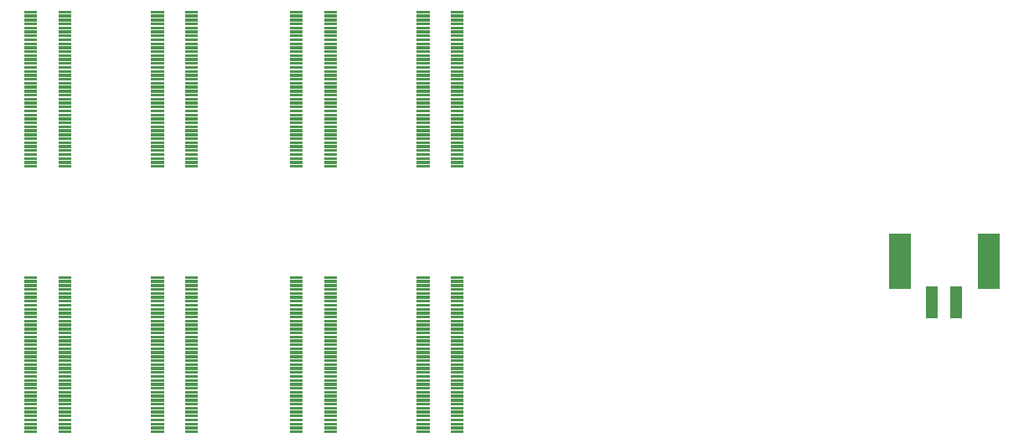
<source format=gbr>
%TF.GenerationSoftware,KiCad,Pcbnew,8.0.2*%
%TF.CreationDate,2024-07-16T15:49:33+02:00*%
%TF.ProjectId,4-MPPC_FARICH_Prototype,342d4d50-5043-45f4-9641-524943485f50,rev?*%
%TF.SameCoordinates,Original*%
%TF.FileFunction,Paste,Bot*%
%TF.FilePolarity,Positive*%
%FSLAX46Y46*%
G04 Gerber Fmt 4.6, Leading zero omitted, Abs format (unit mm)*
G04 Created by KiCad (PCBNEW 8.0.2) date 2024-07-16 15:49:33*
%MOMM*%
%LPD*%
G01*
G04 APERTURE LIST*
%ADD10C,0.010000*%
%ADD11R,1.200000X3.200000*%
%ADD12R,2.200000X5.600000*%
G04 APERTURE END LIST*
D10*
%TO.C,J9*%
X164610000Y-98250000D02*
X163410000Y-98250000D01*
X163410000Y-98050000D01*
X164610000Y-98050000D01*
X164610000Y-98250000D01*
G36*
X164610000Y-98250000D02*
G01*
X163410000Y-98250000D01*
X163410000Y-98050000D01*
X164610000Y-98050000D01*
X164610000Y-98250000D01*
G37*
X164610000Y-98650000D02*
X163410000Y-98650000D01*
X163410000Y-98450000D01*
X164610000Y-98450000D01*
X164610000Y-98650000D01*
G36*
X164610000Y-98650000D02*
G01*
X163410000Y-98650000D01*
X163410000Y-98450000D01*
X164610000Y-98450000D01*
X164610000Y-98650000D01*
G37*
X164610000Y-99050000D02*
X163410000Y-99050000D01*
X163410000Y-98850000D01*
X164610000Y-98850000D01*
X164610000Y-99050000D01*
G36*
X164610000Y-99050000D02*
G01*
X163410000Y-99050000D01*
X163410000Y-98850000D01*
X164610000Y-98850000D01*
X164610000Y-99050000D01*
G37*
X164610000Y-99450000D02*
X163410000Y-99450000D01*
X163410000Y-99250000D01*
X164610000Y-99250000D01*
X164610000Y-99450000D01*
G36*
X164610000Y-99450000D02*
G01*
X163410000Y-99450000D01*
X163410000Y-99250000D01*
X164610000Y-99250000D01*
X164610000Y-99450000D01*
G37*
X164610000Y-99850000D02*
X163410000Y-99850000D01*
X163410000Y-99650000D01*
X164610000Y-99650000D01*
X164610000Y-99850000D01*
G36*
X164610000Y-99850000D02*
G01*
X163410000Y-99850000D01*
X163410000Y-99650000D01*
X164610000Y-99650000D01*
X164610000Y-99850000D01*
G37*
X164610000Y-100250000D02*
X163410000Y-100250000D01*
X163410000Y-100050000D01*
X164610000Y-100050000D01*
X164610000Y-100250000D01*
G36*
X164610000Y-100250000D02*
G01*
X163410000Y-100250000D01*
X163410000Y-100050000D01*
X164610000Y-100050000D01*
X164610000Y-100250000D01*
G37*
X164610000Y-100650000D02*
X163410000Y-100650000D01*
X163410000Y-100450000D01*
X164610000Y-100450000D01*
X164610000Y-100650000D01*
G36*
X164610000Y-100650000D02*
G01*
X163410000Y-100650000D01*
X163410000Y-100450000D01*
X164610000Y-100450000D01*
X164610000Y-100650000D01*
G37*
X164610000Y-101050000D02*
X163410000Y-101050000D01*
X163410000Y-100850000D01*
X164610000Y-100850000D01*
X164610000Y-101050000D01*
G36*
X164610000Y-101050000D02*
G01*
X163410000Y-101050000D01*
X163410000Y-100850000D01*
X164610000Y-100850000D01*
X164610000Y-101050000D01*
G37*
X164610000Y-101450000D02*
X163410000Y-101450000D01*
X163410000Y-101250000D01*
X164610000Y-101250000D01*
X164610000Y-101450000D01*
G36*
X164610000Y-101450000D02*
G01*
X163410000Y-101450000D01*
X163410000Y-101250000D01*
X164610000Y-101250000D01*
X164610000Y-101450000D01*
G37*
X164610000Y-101850000D02*
X163410000Y-101850000D01*
X163410000Y-101650000D01*
X164610000Y-101650000D01*
X164610000Y-101850000D01*
G36*
X164610000Y-101850000D02*
G01*
X163410000Y-101850000D01*
X163410000Y-101650000D01*
X164610000Y-101650000D01*
X164610000Y-101850000D01*
G37*
X164610000Y-102250000D02*
X163410000Y-102250000D01*
X163410000Y-102050000D01*
X164610000Y-102050000D01*
X164610000Y-102250000D01*
G36*
X164610000Y-102250000D02*
G01*
X163410000Y-102250000D01*
X163410000Y-102050000D01*
X164610000Y-102050000D01*
X164610000Y-102250000D01*
G37*
X164610000Y-102650000D02*
X163410000Y-102650000D01*
X163410000Y-102450000D01*
X164610000Y-102450000D01*
X164610000Y-102650000D01*
G36*
X164610000Y-102650000D02*
G01*
X163410000Y-102650000D01*
X163410000Y-102450000D01*
X164610000Y-102450000D01*
X164610000Y-102650000D01*
G37*
X164610000Y-103050000D02*
X163410000Y-103050000D01*
X163410000Y-102850000D01*
X164610000Y-102850000D01*
X164610000Y-103050000D01*
G36*
X164610000Y-103050000D02*
G01*
X163410000Y-103050000D01*
X163410000Y-102850000D01*
X164610000Y-102850000D01*
X164610000Y-103050000D01*
G37*
X164610000Y-103450000D02*
X163410000Y-103450000D01*
X163410000Y-103250000D01*
X164610000Y-103250000D01*
X164610000Y-103450000D01*
G36*
X164610000Y-103450000D02*
G01*
X163410000Y-103450000D01*
X163410000Y-103250000D01*
X164610000Y-103250000D01*
X164610000Y-103450000D01*
G37*
X164610000Y-103850000D02*
X163410000Y-103850000D01*
X163410000Y-103650000D01*
X164610000Y-103650000D01*
X164610000Y-103850000D01*
G36*
X164610000Y-103850000D02*
G01*
X163410000Y-103850000D01*
X163410000Y-103650000D01*
X164610000Y-103650000D01*
X164610000Y-103850000D01*
G37*
X164610000Y-104250000D02*
X163410000Y-104250000D01*
X163410000Y-104050000D01*
X164610000Y-104050000D01*
X164610000Y-104250000D01*
G36*
X164610000Y-104250000D02*
G01*
X163410000Y-104250000D01*
X163410000Y-104050000D01*
X164610000Y-104050000D01*
X164610000Y-104250000D01*
G37*
X164610000Y-104650000D02*
X163410000Y-104650000D01*
X163410000Y-104450000D01*
X164610000Y-104450000D01*
X164610000Y-104650000D01*
G36*
X164610000Y-104650000D02*
G01*
X163410000Y-104650000D01*
X163410000Y-104450000D01*
X164610000Y-104450000D01*
X164610000Y-104650000D01*
G37*
X164610000Y-105050000D02*
X163410000Y-105050000D01*
X163410000Y-104850000D01*
X164610000Y-104850000D01*
X164610000Y-105050000D01*
G36*
X164610000Y-105050000D02*
G01*
X163410000Y-105050000D01*
X163410000Y-104850000D01*
X164610000Y-104850000D01*
X164610000Y-105050000D01*
G37*
X164610000Y-105450000D02*
X163410000Y-105450000D01*
X163410000Y-105250000D01*
X164610000Y-105250000D01*
X164610000Y-105450000D01*
G36*
X164610000Y-105450000D02*
G01*
X163410000Y-105450000D01*
X163410000Y-105250000D01*
X164610000Y-105250000D01*
X164610000Y-105450000D01*
G37*
X164610000Y-105850000D02*
X163410000Y-105850000D01*
X163410000Y-105650000D01*
X164610000Y-105650000D01*
X164610000Y-105850000D01*
G36*
X164610000Y-105850000D02*
G01*
X163410000Y-105850000D01*
X163410000Y-105650000D01*
X164610000Y-105650000D01*
X164610000Y-105850000D01*
G37*
X164610000Y-106250000D02*
X163410000Y-106250000D01*
X163410000Y-106050000D01*
X164610000Y-106050000D01*
X164610000Y-106250000D01*
G36*
X164610000Y-106250000D02*
G01*
X163410000Y-106250000D01*
X163410000Y-106050000D01*
X164610000Y-106050000D01*
X164610000Y-106250000D01*
G37*
X164610000Y-106650000D02*
X163410000Y-106650000D01*
X163410000Y-106450000D01*
X164610000Y-106450000D01*
X164610000Y-106650000D01*
G36*
X164610000Y-106650000D02*
G01*
X163410000Y-106650000D01*
X163410000Y-106450000D01*
X164610000Y-106450000D01*
X164610000Y-106650000D01*
G37*
X164610000Y-107050000D02*
X163410000Y-107050000D01*
X163410000Y-106850000D01*
X164610000Y-106850000D01*
X164610000Y-107050000D01*
G36*
X164610000Y-107050000D02*
G01*
X163410000Y-107050000D01*
X163410000Y-106850000D01*
X164610000Y-106850000D01*
X164610000Y-107050000D01*
G37*
X164610000Y-107450000D02*
X163410000Y-107450000D01*
X163410000Y-107250000D01*
X164610000Y-107250000D01*
X164610000Y-107450000D01*
G36*
X164610000Y-107450000D02*
G01*
X163410000Y-107450000D01*
X163410000Y-107250000D01*
X164610000Y-107250000D01*
X164610000Y-107450000D01*
G37*
X164610000Y-107850000D02*
X163410000Y-107850000D01*
X163410000Y-107650000D01*
X164610000Y-107650000D01*
X164610000Y-107850000D01*
G36*
X164610000Y-107850000D02*
G01*
X163410000Y-107850000D01*
X163410000Y-107650000D01*
X164610000Y-107650000D01*
X164610000Y-107850000D01*
G37*
X164610000Y-108250000D02*
X163410000Y-108250000D01*
X163410000Y-108050000D01*
X164610000Y-108050000D01*
X164610000Y-108250000D01*
G36*
X164610000Y-108250000D02*
G01*
X163410000Y-108250000D01*
X163410000Y-108050000D01*
X164610000Y-108050000D01*
X164610000Y-108250000D01*
G37*
X164610000Y-108650000D02*
X163410000Y-108650000D01*
X163410000Y-108450000D01*
X164610000Y-108450000D01*
X164610000Y-108650000D01*
G36*
X164610000Y-108650000D02*
G01*
X163410000Y-108650000D01*
X163410000Y-108450000D01*
X164610000Y-108450000D01*
X164610000Y-108650000D01*
G37*
X164610000Y-108650000D02*
X163410000Y-108650000D01*
X163410000Y-108450000D01*
X164610000Y-108450000D01*
X164610000Y-108650000D01*
G36*
X164610000Y-108650000D02*
G01*
X163410000Y-108650000D01*
X163410000Y-108450000D01*
X164610000Y-108450000D01*
X164610000Y-108650000D01*
G37*
X164610000Y-109050000D02*
X163410000Y-109050000D01*
X163410000Y-108850000D01*
X164610000Y-108850000D01*
X164610000Y-109050000D01*
G36*
X164610000Y-109050000D02*
G01*
X163410000Y-109050000D01*
X163410000Y-108850000D01*
X164610000Y-108850000D01*
X164610000Y-109050000D01*
G37*
X164610000Y-109450000D02*
X163410000Y-109450000D01*
X163410000Y-109250000D01*
X164610000Y-109250000D01*
X164610000Y-109450000D01*
G36*
X164610000Y-109450000D02*
G01*
X163410000Y-109450000D01*
X163410000Y-109250000D01*
X164610000Y-109250000D01*
X164610000Y-109450000D01*
G37*
X164610000Y-109850000D02*
X163410000Y-109850000D01*
X163410000Y-109650000D01*
X164610000Y-109650000D01*
X164610000Y-109850000D01*
G36*
X164610000Y-109850000D02*
G01*
X163410000Y-109850000D01*
X163410000Y-109650000D01*
X164610000Y-109650000D01*
X164610000Y-109850000D01*
G37*
X164610000Y-110250000D02*
X163410000Y-110250000D01*
X163410000Y-110050000D01*
X164610000Y-110050000D01*
X164610000Y-110250000D01*
G36*
X164610000Y-110250000D02*
G01*
X163410000Y-110250000D01*
X163410000Y-110050000D01*
X164610000Y-110050000D01*
X164610000Y-110250000D01*
G37*
X164610000Y-110650000D02*
X163410000Y-110650000D01*
X163410000Y-110450000D01*
X164610000Y-110450000D01*
X164610000Y-110650000D01*
G36*
X164610000Y-110650000D02*
G01*
X163410000Y-110650000D01*
X163410000Y-110450000D01*
X164610000Y-110450000D01*
X164610000Y-110650000D01*
G37*
X164610000Y-111050000D02*
X163410000Y-111050000D01*
X163410000Y-110850000D01*
X164610000Y-110850000D01*
X164610000Y-111050000D01*
G36*
X164610000Y-111050000D02*
G01*
X163410000Y-111050000D01*
X163410000Y-110850000D01*
X164610000Y-110850000D01*
X164610000Y-111050000D01*
G37*
X164610000Y-111450000D02*
X163410000Y-111450000D01*
X163410000Y-111250000D01*
X164610000Y-111250000D01*
X164610000Y-111450000D01*
G36*
X164610000Y-111450000D02*
G01*
X163410000Y-111450000D01*
X163410000Y-111250000D01*
X164610000Y-111250000D01*
X164610000Y-111450000D01*
G37*
X164610000Y-111850000D02*
X163410000Y-111850000D01*
X163410000Y-111650000D01*
X164610000Y-111650000D01*
X164610000Y-111850000D01*
G36*
X164610000Y-111850000D02*
G01*
X163410000Y-111850000D01*
X163410000Y-111650000D01*
X164610000Y-111650000D01*
X164610000Y-111850000D01*
G37*
X164610000Y-112250000D02*
X163410000Y-112250000D01*
X163410000Y-112050000D01*
X164610000Y-112050000D01*
X164610000Y-112250000D01*
G36*
X164610000Y-112250000D02*
G01*
X163410000Y-112250000D01*
X163410000Y-112050000D01*
X164610000Y-112050000D01*
X164610000Y-112250000D01*
G37*
X164610000Y-112250000D02*
X163410000Y-112250000D01*
X163410000Y-112050000D01*
X164610000Y-112050000D01*
X164610000Y-112250000D01*
G36*
X164610000Y-112250000D02*
G01*
X163410000Y-112250000D01*
X163410000Y-112050000D01*
X164610000Y-112050000D01*
X164610000Y-112250000D01*
G37*
X164610000Y-112650000D02*
X163410000Y-112650000D01*
X163410000Y-112450000D01*
X164610000Y-112450000D01*
X164610000Y-112650000D01*
G36*
X164610000Y-112650000D02*
G01*
X163410000Y-112650000D01*
X163410000Y-112450000D01*
X164610000Y-112450000D01*
X164610000Y-112650000D01*
G37*
X164610000Y-113050000D02*
X163410000Y-113050000D01*
X163410000Y-112850000D01*
X164610000Y-112850000D01*
X164610000Y-113050000D01*
G36*
X164610000Y-113050000D02*
G01*
X163410000Y-113050000D01*
X163410000Y-112850000D01*
X164610000Y-112850000D01*
X164610000Y-113050000D01*
G37*
X164610000Y-113450000D02*
X163410000Y-113450000D01*
X163410000Y-113250000D01*
X164610000Y-113250000D01*
X164610000Y-113450000D01*
G36*
X164610000Y-113450000D02*
G01*
X163410000Y-113450000D01*
X163410000Y-113250000D01*
X164610000Y-113250000D01*
X164610000Y-113450000D01*
G37*
X164610000Y-113850000D02*
X163410000Y-113850000D01*
X163410000Y-113650000D01*
X164610000Y-113650000D01*
X164610000Y-113850000D01*
G36*
X164610000Y-113850000D02*
G01*
X163410000Y-113850000D01*
X163410000Y-113650000D01*
X164610000Y-113650000D01*
X164610000Y-113850000D01*
G37*
X164610000Y-113850000D02*
X163410000Y-113850000D01*
X163410000Y-113650000D01*
X164610000Y-113650000D01*
X164610000Y-113850000D01*
G36*
X164610000Y-113850000D02*
G01*
X163410000Y-113850000D01*
X163410000Y-113650000D01*
X164610000Y-113650000D01*
X164610000Y-113850000D01*
G37*
X168030000Y-98250000D02*
X166830000Y-98250000D01*
X166830000Y-98050000D01*
X168030000Y-98050000D01*
X168030000Y-98250000D01*
G36*
X168030000Y-98250000D02*
G01*
X166830000Y-98250000D01*
X166830000Y-98050000D01*
X168030000Y-98050000D01*
X168030000Y-98250000D01*
G37*
X168030000Y-98250000D02*
X166830000Y-98250000D01*
X166830000Y-98050000D01*
X168030000Y-98050000D01*
X168030000Y-98250000D01*
G36*
X168030000Y-98250000D02*
G01*
X166830000Y-98250000D01*
X166830000Y-98050000D01*
X168030000Y-98050000D01*
X168030000Y-98250000D01*
G37*
X168030000Y-98650000D02*
X166830000Y-98650000D01*
X166830000Y-98450000D01*
X168030000Y-98450000D01*
X168030000Y-98650000D01*
G36*
X168030000Y-98650000D02*
G01*
X166830000Y-98650000D01*
X166830000Y-98450000D01*
X168030000Y-98450000D01*
X168030000Y-98650000D01*
G37*
X168030000Y-99050000D02*
X166830000Y-99050000D01*
X166830000Y-98850000D01*
X168030000Y-98850000D01*
X168030000Y-99050000D01*
G36*
X168030000Y-99050000D02*
G01*
X166830000Y-99050000D01*
X166830000Y-98850000D01*
X168030000Y-98850000D01*
X168030000Y-99050000D01*
G37*
X168030000Y-99450000D02*
X166830000Y-99450000D01*
X166830000Y-99250000D01*
X168030000Y-99250000D01*
X168030000Y-99450000D01*
G36*
X168030000Y-99450000D02*
G01*
X166830000Y-99450000D01*
X166830000Y-99250000D01*
X168030000Y-99250000D01*
X168030000Y-99450000D01*
G37*
X168030000Y-99850000D02*
X166830000Y-99850000D01*
X166830000Y-99650000D01*
X168030000Y-99650000D01*
X168030000Y-99850000D01*
G36*
X168030000Y-99850000D02*
G01*
X166830000Y-99850000D01*
X166830000Y-99650000D01*
X168030000Y-99650000D01*
X168030000Y-99850000D01*
G37*
X168030000Y-99850000D02*
X166830000Y-99850000D01*
X166830000Y-99650000D01*
X168030000Y-99650000D01*
X168030000Y-99850000D01*
G36*
X168030000Y-99850000D02*
G01*
X166830000Y-99850000D01*
X166830000Y-99650000D01*
X168030000Y-99650000D01*
X168030000Y-99850000D01*
G37*
X168030000Y-100250000D02*
X166830000Y-100250000D01*
X166830000Y-100050000D01*
X168030000Y-100050000D01*
X168030000Y-100250000D01*
G36*
X168030000Y-100250000D02*
G01*
X166830000Y-100250000D01*
X166830000Y-100050000D01*
X168030000Y-100050000D01*
X168030000Y-100250000D01*
G37*
X168030000Y-100650000D02*
X166830000Y-100650000D01*
X166830000Y-100450000D01*
X168030000Y-100450000D01*
X168030000Y-100650000D01*
G36*
X168030000Y-100650000D02*
G01*
X166830000Y-100650000D01*
X166830000Y-100450000D01*
X168030000Y-100450000D01*
X168030000Y-100650000D01*
G37*
X168030000Y-101050000D02*
X166830000Y-101050000D01*
X166830000Y-100850000D01*
X168030000Y-100850000D01*
X168030000Y-101050000D01*
G36*
X168030000Y-101050000D02*
G01*
X166830000Y-101050000D01*
X166830000Y-100850000D01*
X168030000Y-100850000D01*
X168030000Y-101050000D01*
G37*
X168030000Y-101450000D02*
X166830000Y-101450000D01*
X166830000Y-101250000D01*
X168030000Y-101250000D01*
X168030000Y-101450000D01*
G36*
X168030000Y-101450000D02*
G01*
X166830000Y-101450000D01*
X166830000Y-101250000D01*
X168030000Y-101250000D01*
X168030000Y-101450000D01*
G37*
X168030000Y-101850000D02*
X166830000Y-101850000D01*
X166830000Y-101650000D01*
X168030000Y-101650000D01*
X168030000Y-101850000D01*
G36*
X168030000Y-101850000D02*
G01*
X166830000Y-101850000D01*
X166830000Y-101650000D01*
X168030000Y-101650000D01*
X168030000Y-101850000D01*
G37*
X168030000Y-102250000D02*
X166830000Y-102250000D01*
X166830000Y-102050000D01*
X168030000Y-102050000D01*
X168030000Y-102250000D01*
G36*
X168030000Y-102250000D02*
G01*
X166830000Y-102250000D01*
X166830000Y-102050000D01*
X168030000Y-102050000D01*
X168030000Y-102250000D01*
G37*
X168030000Y-102650000D02*
X166830000Y-102650000D01*
X166830000Y-102450000D01*
X168030000Y-102450000D01*
X168030000Y-102650000D01*
G36*
X168030000Y-102650000D02*
G01*
X166830000Y-102650000D01*
X166830000Y-102450000D01*
X168030000Y-102450000D01*
X168030000Y-102650000D01*
G37*
X168030000Y-103050000D02*
X166830000Y-103050000D01*
X166830000Y-102850000D01*
X168030000Y-102850000D01*
X168030000Y-103050000D01*
G36*
X168030000Y-103050000D02*
G01*
X166830000Y-103050000D01*
X166830000Y-102850000D01*
X168030000Y-102850000D01*
X168030000Y-103050000D01*
G37*
X168030000Y-103450000D02*
X166830000Y-103450000D01*
X166830000Y-103250000D01*
X168030000Y-103250000D01*
X168030000Y-103450000D01*
G36*
X168030000Y-103450000D02*
G01*
X166830000Y-103450000D01*
X166830000Y-103250000D01*
X168030000Y-103250000D01*
X168030000Y-103450000D01*
G37*
X168030000Y-103450000D02*
X166830000Y-103450000D01*
X166830000Y-103250000D01*
X168030000Y-103250000D01*
X168030000Y-103450000D01*
G36*
X168030000Y-103450000D02*
G01*
X166830000Y-103450000D01*
X166830000Y-103250000D01*
X168030000Y-103250000D01*
X168030000Y-103450000D01*
G37*
X168030000Y-103850000D02*
X166830000Y-103850000D01*
X166830000Y-103650000D01*
X168030000Y-103650000D01*
X168030000Y-103850000D01*
G36*
X168030000Y-103850000D02*
G01*
X166830000Y-103850000D01*
X166830000Y-103650000D01*
X168030000Y-103650000D01*
X168030000Y-103850000D01*
G37*
X168030000Y-104250000D02*
X166830000Y-104250000D01*
X166830000Y-104050000D01*
X168030000Y-104050000D01*
X168030000Y-104250000D01*
G36*
X168030000Y-104250000D02*
G01*
X166830000Y-104250000D01*
X166830000Y-104050000D01*
X168030000Y-104050000D01*
X168030000Y-104250000D01*
G37*
X168030000Y-104650000D02*
X166830000Y-104650000D01*
X166830000Y-104450000D01*
X168030000Y-104450000D01*
X168030000Y-104650000D01*
G36*
X168030000Y-104650000D02*
G01*
X166830000Y-104650000D01*
X166830000Y-104450000D01*
X168030000Y-104450000D01*
X168030000Y-104650000D01*
G37*
X168030000Y-105050000D02*
X166830000Y-105050000D01*
X166830000Y-104850000D01*
X168030000Y-104850000D01*
X168030000Y-105050000D01*
G36*
X168030000Y-105050000D02*
G01*
X166830000Y-105050000D01*
X166830000Y-104850000D01*
X168030000Y-104850000D01*
X168030000Y-105050000D01*
G37*
X168030000Y-105450000D02*
X166830000Y-105450000D01*
X166830000Y-105250000D01*
X168030000Y-105250000D01*
X168030000Y-105450000D01*
G36*
X168030000Y-105450000D02*
G01*
X166830000Y-105450000D01*
X166830000Y-105250000D01*
X168030000Y-105250000D01*
X168030000Y-105450000D01*
G37*
X168030000Y-105850000D02*
X166830000Y-105850000D01*
X166830000Y-105650000D01*
X168030000Y-105650000D01*
X168030000Y-105850000D01*
G36*
X168030000Y-105850000D02*
G01*
X166830000Y-105850000D01*
X166830000Y-105650000D01*
X168030000Y-105650000D01*
X168030000Y-105850000D01*
G37*
X168030000Y-106250000D02*
X166830000Y-106250000D01*
X166830000Y-106050000D01*
X168030000Y-106050000D01*
X168030000Y-106250000D01*
G36*
X168030000Y-106250000D02*
G01*
X166830000Y-106250000D01*
X166830000Y-106050000D01*
X168030000Y-106050000D01*
X168030000Y-106250000D01*
G37*
X168030000Y-106650000D02*
X166830000Y-106650000D01*
X166830000Y-106450000D01*
X168030000Y-106450000D01*
X168030000Y-106650000D01*
G36*
X168030000Y-106650000D02*
G01*
X166830000Y-106650000D01*
X166830000Y-106450000D01*
X168030000Y-106450000D01*
X168030000Y-106650000D01*
G37*
X168030000Y-107050000D02*
X166830000Y-107050000D01*
X166830000Y-106850000D01*
X168030000Y-106850000D01*
X168030000Y-107050000D01*
G36*
X168030000Y-107050000D02*
G01*
X166830000Y-107050000D01*
X166830000Y-106850000D01*
X168030000Y-106850000D01*
X168030000Y-107050000D01*
G37*
X168030000Y-107450000D02*
X166830000Y-107450000D01*
X166830000Y-107250000D01*
X168030000Y-107250000D01*
X168030000Y-107450000D01*
G36*
X168030000Y-107450000D02*
G01*
X166830000Y-107450000D01*
X166830000Y-107250000D01*
X168030000Y-107250000D01*
X168030000Y-107450000D01*
G37*
X168030000Y-107850000D02*
X166830000Y-107850000D01*
X166830000Y-107650000D01*
X168030000Y-107650000D01*
X168030000Y-107850000D01*
G36*
X168030000Y-107850000D02*
G01*
X166830000Y-107850000D01*
X166830000Y-107650000D01*
X168030000Y-107650000D01*
X168030000Y-107850000D01*
G37*
X168030000Y-108250000D02*
X166830000Y-108250000D01*
X166830000Y-108050000D01*
X168030000Y-108050000D01*
X168030000Y-108250000D01*
G36*
X168030000Y-108250000D02*
G01*
X166830000Y-108250000D01*
X166830000Y-108050000D01*
X168030000Y-108050000D01*
X168030000Y-108250000D01*
G37*
X168030000Y-108650000D02*
X166830000Y-108650000D01*
X166830000Y-108450000D01*
X168030000Y-108450000D01*
X168030000Y-108650000D01*
G36*
X168030000Y-108650000D02*
G01*
X166830000Y-108650000D01*
X166830000Y-108450000D01*
X168030000Y-108450000D01*
X168030000Y-108650000D01*
G37*
X168030000Y-109050000D02*
X166830000Y-109050000D01*
X166830000Y-108850000D01*
X168030000Y-108850000D01*
X168030000Y-109050000D01*
G36*
X168030000Y-109050000D02*
G01*
X166830000Y-109050000D01*
X166830000Y-108850000D01*
X168030000Y-108850000D01*
X168030000Y-109050000D01*
G37*
X168030000Y-109450000D02*
X166830000Y-109450000D01*
X166830000Y-109250000D01*
X168030000Y-109250000D01*
X168030000Y-109450000D01*
G36*
X168030000Y-109450000D02*
G01*
X166830000Y-109450000D01*
X166830000Y-109250000D01*
X168030000Y-109250000D01*
X168030000Y-109450000D01*
G37*
X168030000Y-109850000D02*
X166830000Y-109850000D01*
X166830000Y-109650000D01*
X168030000Y-109650000D01*
X168030000Y-109850000D01*
G36*
X168030000Y-109850000D02*
G01*
X166830000Y-109850000D01*
X166830000Y-109650000D01*
X168030000Y-109650000D01*
X168030000Y-109850000D01*
G37*
X168030000Y-110250000D02*
X166830000Y-110250000D01*
X166830000Y-110050000D01*
X168030000Y-110050000D01*
X168030000Y-110250000D01*
G36*
X168030000Y-110250000D02*
G01*
X166830000Y-110250000D01*
X166830000Y-110050000D01*
X168030000Y-110050000D01*
X168030000Y-110250000D01*
G37*
X168030000Y-110650000D02*
X166830000Y-110650000D01*
X166830000Y-110450000D01*
X168030000Y-110450000D01*
X168030000Y-110650000D01*
G36*
X168030000Y-110650000D02*
G01*
X166830000Y-110650000D01*
X166830000Y-110450000D01*
X168030000Y-110450000D01*
X168030000Y-110650000D01*
G37*
X168030000Y-111050000D02*
X166830000Y-111050000D01*
X166830000Y-110850000D01*
X168030000Y-110850000D01*
X168030000Y-111050000D01*
G36*
X168030000Y-111050000D02*
G01*
X166830000Y-111050000D01*
X166830000Y-110850000D01*
X168030000Y-110850000D01*
X168030000Y-111050000D01*
G37*
X168030000Y-111450000D02*
X166830000Y-111450000D01*
X166830000Y-111250000D01*
X168030000Y-111250000D01*
X168030000Y-111450000D01*
G36*
X168030000Y-111450000D02*
G01*
X166830000Y-111450000D01*
X166830000Y-111250000D01*
X168030000Y-111250000D01*
X168030000Y-111450000D01*
G37*
X168030000Y-111850000D02*
X166830000Y-111850000D01*
X166830000Y-111650000D01*
X168030000Y-111650000D01*
X168030000Y-111850000D01*
G36*
X168030000Y-111850000D02*
G01*
X166830000Y-111850000D01*
X166830000Y-111650000D01*
X168030000Y-111650000D01*
X168030000Y-111850000D01*
G37*
X168030000Y-112250000D02*
X166830000Y-112250000D01*
X166830000Y-112050000D01*
X168030000Y-112050000D01*
X168030000Y-112250000D01*
G36*
X168030000Y-112250000D02*
G01*
X166830000Y-112250000D01*
X166830000Y-112050000D01*
X168030000Y-112050000D01*
X168030000Y-112250000D01*
G37*
X168030000Y-112650000D02*
X166830000Y-112650000D01*
X166830000Y-112450000D01*
X168030000Y-112450000D01*
X168030000Y-112650000D01*
G36*
X168030000Y-112650000D02*
G01*
X166830000Y-112650000D01*
X166830000Y-112450000D01*
X168030000Y-112450000D01*
X168030000Y-112650000D01*
G37*
X168030000Y-113050000D02*
X166830000Y-113050000D01*
X166830000Y-112850000D01*
X168030000Y-112850000D01*
X168030000Y-113050000D01*
G36*
X168030000Y-113050000D02*
G01*
X166830000Y-113050000D01*
X166830000Y-112850000D01*
X168030000Y-112850000D01*
X168030000Y-113050000D01*
G37*
X168030000Y-113450000D02*
X166830000Y-113450000D01*
X166830000Y-113250000D01*
X168030000Y-113250000D01*
X168030000Y-113450000D01*
G36*
X168030000Y-113450000D02*
G01*
X166830000Y-113450000D01*
X166830000Y-113250000D01*
X168030000Y-113250000D01*
X168030000Y-113450000D01*
G37*
X168030000Y-113850000D02*
X166830000Y-113850000D01*
X166830000Y-113650000D01*
X168030000Y-113650000D01*
X168030000Y-113850000D01*
G36*
X168030000Y-113850000D02*
G01*
X166830000Y-113850000D01*
X166830000Y-113650000D01*
X168030000Y-113650000D01*
X168030000Y-113850000D01*
G37*
%TO.C,J7*%
X151810000Y-98250000D02*
X150610000Y-98250000D01*
X150610000Y-98050000D01*
X151810000Y-98050000D01*
X151810000Y-98250000D01*
G36*
X151810000Y-98250000D02*
G01*
X150610000Y-98250000D01*
X150610000Y-98050000D01*
X151810000Y-98050000D01*
X151810000Y-98250000D01*
G37*
X151810000Y-98650000D02*
X150610000Y-98650000D01*
X150610000Y-98450000D01*
X151810000Y-98450000D01*
X151810000Y-98650000D01*
G36*
X151810000Y-98650000D02*
G01*
X150610000Y-98650000D01*
X150610000Y-98450000D01*
X151810000Y-98450000D01*
X151810000Y-98650000D01*
G37*
X151810000Y-99050000D02*
X150610000Y-99050000D01*
X150610000Y-98850000D01*
X151810000Y-98850000D01*
X151810000Y-99050000D01*
G36*
X151810000Y-99050000D02*
G01*
X150610000Y-99050000D01*
X150610000Y-98850000D01*
X151810000Y-98850000D01*
X151810000Y-99050000D01*
G37*
X151810000Y-99450000D02*
X150610000Y-99450000D01*
X150610000Y-99250000D01*
X151810000Y-99250000D01*
X151810000Y-99450000D01*
G36*
X151810000Y-99450000D02*
G01*
X150610000Y-99450000D01*
X150610000Y-99250000D01*
X151810000Y-99250000D01*
X151810000Y-99450000D01*
G37*
X151810000Y-99850000D02*
X150610000Y-99850000D01*
X150610000Y-99650000D01*
X151810000Y-99650000D01*
X151810000Y-99850000D01*
G36*
X151810000Y-99850000D02*
G01*
X150610000Y-99850000D01*
X150610000Y-99650000D01*
X151810000Y-99650000D01*
X151810000Y-99850000D01*
G37*
X151810000Y-100250000D02*
X150610000Y-100250000D01*
X150610000Y-100050000D01*
X151810000Y-100050000D01*
X151810000Y-100250000D01*
G36*
X151810000Y-100250000D02*
G01*
X150610000Y-100250000D01*
X150610000Y-100050000D01*
X151810000Y-100050000D01*
X151810000Y-100250000D01*
G37*
X151810000Y-100650000D02*
X150610000Y-100650000D01*
X150610000Y-100450000D01*
X151810000Y-100450000D01*
X151810000Y-100650000D01*
G36*
X151810000Y-100650000D02*
G01*
X150610000Y-100650000D01*
X150610000Y-100450000D01*
X151810000Y-100450000D01*
X151810000Y-100650000D01*
G37*
X151810000Y-101050000D02*
X150610000Y-101050000D01*
X150610000Y-100850000D01*
X151810000Y-100850000D01*
X151810000Y-101050000D01*
G36*
X151810000Y-101050000D02*
G01*
X150610000Y-101050000D01*
X150610000Y-100850000D01*
X151810000Y-100850000D01*
X151810000Y-101050000D01*
G37*
X151810000Y-101450000D02*
X150610000Y-101450000D01*
X150610000Y-101250000D01*
X151810000Y-101250000D01*
X151810000Y-101450000D01*
G36*
X151810000Y-101450000D02*
G01*
X150610000Y-101450000D01*
X150610000Y-101250000D01*
X151810000Y-101250000D01*
X151810000Y-101450000D01*
G37*
X151810000Y-101850000D02*
X150610000Y-101850000D01*
X150610000Y-101650000D01*
X151810000Y-101650000D01*
X151810000Y-101850000D01*
G36*
X151810000Y-101850000D02*
G01*
X150610000Y-101850000D01*
X150610000Y-101650000D01*
X151810000Y-101650000D01*
X151810000Y-101850000D01*
G37*
X151810000Y-102250000D02*
X150610000Y-102250000D01*
X150610000Y-102050000D01*
X151810000Y-102050000D01*
X151810000Y-102250000D01*
G36*
X151810000Y-102250000D02*
G01*
X150610000Y-102250000D01*
X150610000Y-102050000D01*
X151810000Y-102050000D01*
X151810000Y-102250000D01*
G37*
X151810000Y-102650000D02*
X150610000Y-102650000D01*
X150610000Y-102450000D01*
X151810000Y-102450000D01*
X151810000Y-102650000D01*
G36*
X151810000Y-102650000D02*
G01*
X150610000Y-102650000D01*
X150610000Y-102450000D01*
X151810000Y-102450000D01*
X151810000Y-102650000D01*
G37*
X151810000Y-103050000D02*
X150610000Y-103050000D01*
X150610000Y-102850000D01*
X151810000Y-102850000D01*
X151810000Y-103050000D01*
G36*
X151810000Y-103050000D02*
G01*
X150610000Y-103050000D01*
X150610000Y-102850000D01*
X151810000Y-102850000D01*
X151810000Y-103050000D01*
G37*
X151810000Y-103450000D02*
X150610000Y-103450000D01*
X150610000Y-103250000D01*
X151810000Y-103250000D01*
X151810000Y-103450000D01*
G36*
X151810000Y-103450000D02*
G01*
X150610000Y-103450000D01*
X150610000Y-103250000D01*
X151810000Y-103250000D01*
X151810000Y-103450000D01*
G37*
X151810000Y-103850000D02*
X150610000Y-103850000D01*
X150610000Y-103650000D01*
X151810000Y-103650000D01*
X151810000Y-103850000D01*
G36*
X151810000Y-103850000D02*
G01*
X150610000Y-103850000D01*
X150610000Y-103650000D01*
X151810000Y-103650000D01*
X151810000Y-103850000D01*
G37*
X151810000Y-104250000D02*
X150610000Y-104250000D01*
X150610000Y-104050000D01*
X151810000Y-104050000D01*
X151810000Y-104250000D01*
G36*
X151810000Y-104250000D02*
G01*
X150610000Y-104250000D01*
X150610000Y-104050000D01*
X151810000Y-104050000D01*
X151810000Y-104250000D01*
G37*
X151810000Y-104650000D02*
X150610000Y-104650000D01*
X150610000Y-104450000D01*
X151810000Y-104450000D01*
X151810000Y-104650000D01*
G36*
X151810000Y-104650000D02*
G01*
X150610000Y-104650000D01*
X150610000Y-104450000D01*
X151810000Y-104450000D01*
X151810000Y-104650000D01*
G37*
X151810000Y-105050000D02*
X150610000Y-105050000D01*
X150610000Y-104850000D01*
X151810000Y-104850000D01*
X151810000Y-105050000D01*
G36*
X151810000Y-105050000D02*
G01*
X150610000Y-105050000D01*
X150610000Y-104850000D01*
X151810000Y-104850000D01*
X151810000Y-105050000D01*
G37*
X151810000Y-105450000D02*
X150610000Y-105450000D01*
X150610000Y-105250000D01*
X151810000Y-105250000D01*
X151810000Y-105450000D01*
G36*
X151810000Y-105450000D02*
G01*
X150610000Y-105450000D01*
X150610000Y-105250000D01*
X151810000Y-105250000D01*
X151810000Y-105450000D01*
G37*
X151810000Y-105850000D02*
X150610000Y-105850000D01*
X150610000Y-105650000D01*
X151810000Y-105650000D01*
X151810000Y-105850000D01*
G36*
X151810000Y-105850000D02*
G01*
X150610000Y-105850000D01*
X150610000Y-105650000D01*
X151810000Y-105650000D01*
X151810000Y-105850000D01*
G37*
X151810000Y-106250000D02*
X150610000Y-106250000D01*
X150610000Y-106050000D01*
X151810000Y-106050000D01*
X151810000Y-106250000D01*
G36*
X151810000Y-106250000D02*
G01*
X150610000Y-106250000D01*
X150610000Y-106050000D01*
X151810000Y-106050000D01*
X151810000Y-106250000D01*
G37*
X151810000Y-106650000D02*
X150610000Y-106650000D01*
X150610000Y-106450000D01*
X151810000Y-106450000D01*
X151810000Y-106650000D01*
G36*
X151810000Y-106650000D02*
G01*
X150610000Y-106650000D01*
X150610000Y-106450000D01*
X151810000Y-106450000D01*
X151810000Y-106650000D01*
G37*
X151810000Y-107050000D02*
X150610000Y-107050000D01*
X150610000Y-106850000D01*
X151810000Y-106850000D01*
X151810000Y-107050000D01*
G36*
X151810000Y-107050000D02*
G01*
X150610000Y-107050000D01*
X150610000Y-106850000D01*
X151810000Y-106850000D01*
X151810000Y-107050000D01*
G37*
X151810000Y-107450000D02*
X150610000Y-107450000D01*
X150610000Y-107250000D01*
X151810000Y-107250000D01*
X151810000Y-107450000D01*
G36*
X151810000Y-107450000D02*
G01*
X150610000Y-107450000D01*
X150610000Y-107250000D01*
X151810000Y-107250000D01*
X151810000Y-107450000D01*
G37*
X151810000Y-107850000D02*
X150610000Y-107850000D01*
X150610000Y-107650000D01*
X151810000Y-107650000D01*
X151810000Y-107850000D01*
G36*
X151810000Y-107850000D02*
G01*
X150610000Y-107850000D01*
X150610000Y-107650000D01*
X151810000Y-107650000D01*
X151810000Y-107850000D01*
G37*
X151810000Y-108250000D02*
X150610000Y-108250000D01*
X150610000Y-108050000D01*
X151810000Y-108050000D01*
X151810000Y-108250000D01*
G36*
X151810000Y-108250000D02*
G01*
X150610000Y-108250000D01*
X150610000Y-108050000D01*
X151810000Y-108050000D01*
X151810000Y-108250000D01*
G37*
X151810000Y-108650000D02*
X150610000Y-108650000D01*
X150610000Y-108450000D01*
X151810000Y-108450000D01*
X151810000Y-108650000D01*
G36*
X151810000Y-108650000D02*
G01*
X150610000Y-108650000D01*
X150610000Y-108450000D01*
X151810000Y-108450000D01*
X151810000Y-108650000D01*
G37*
X151810000Y-108650000D02*
X150610000Y-108650000D01*
X150610000Y-108450000D01*
X151810000Y-108450000D01*
X151810000Y-108650000D01*
G36*
X151810000Y-108650000D02*
G01*
X150610000Y-108650000D01*
X150610000Y-108450000D01*
X151810000Y-108450000D01*
X151810000Y-108650000D01*
G37*
X151810000Y-109050000D02*
X150610000Y-109050000D01*
X150610000Y-108850000D01*
X151810000Y-108850000D01*
X151810000Y-109050000D01*
G36*
X151810000Y-109050000D02*
G01*
X150610000Y-109050000D01*
X150610000Y-108850000D01*
X151810000Y-108850000D01*
X151810000Y-109050000D01*
G37*
X151810000Y-109450000D02*
X150610000Y-109450000D01*
X150610000Y-109250000D01*
X151810000Y-109250000D01*
X151810000Y-109450000D01*
G36*
X151810000Y-109450000D02*
G01*
X150610000Y-109450000D01*
X150610000Y-109250000D01*
X151810000Y-109250000D01*
X151810000Y-109450000D01*
G37*
X151810000Y-109850000D02*
X150610000Y-109850000D01*
X150610000Y-109650000D01*
X151810000Y-109650000D01*
X151810000Y-109850000D01*
G36*
X151810000Y-109850000D02*
G01*
X150610000Y-109850000D01*
X150610000Y-109650000D01*
X151810000Y-109650000D01*
X151810000Y-109850000D01*
G37*
X151810000Y-110250000D02*
X150610000Y-110250000D01*
X150610000Y-110050000D01*
X151810000Y-110050000D01*
X151810000Y-110250000D01*
G36*
X151810000Y-110250000D02*
G01*
X150610000Y-110250000D01*
X150610000Y-110050000D01*
X151810000Y-110050000D01*
X151810000Y-110250000D01*
G37*
X151810000Y-110650000D02*
X150610000Y-110650000D01*
X150610000Y-110450000D01*
X151810000Y-110450000D01*
X151810000Y-110650000D01*
G36*
X151810000Y-110650000D02*
G01*
X150610000Y-110650000D01*
X150610000Y-110450000D01*
X151810000Y-110450000D01*
X151810000Y-110650000D01*
G37*
X151810000Y-111050000D02*
X150610000Y-111050000D01*
X150610000Y-110850000D01*
X151810000Y-110850000D01*
X151810000Y-111050000D01*
G36*
X151810000Y-111050000D02*
G01*
X150610000Y-111050000D01*
X150610000Y-110850000D01*
X151810000Y-110850000D01*
X151810000Y-111050000D01*
G37*
X151810000Y-111450000D02*
X150610000Y-111450000D01*
X150610000Y-111250000D01*
X151810000Y-111250000D01*
X151810000Y-111450000D01*
G36*
X151810000Y-111450000D02*
G01*
X150610000Y-111450000D01*
X150610000Y-111250000D01*
X151810000Y-111250000D01*
X151810000Y-111450000D01*
G37*
X151810000Y-111850000D02*
X150610000Y-111850000D01*
X150610000Y-111650000D01*
X151810000Y-111650000D01*
X151810000Y-111850000D01*
G36*
X151810000Y-111850000D02*
G01*
X150610000Y-111850000D01*
X150610000Y-111650000D01*
X151810000Y-111650000D01*
X151810000Y-111850000D01*
G37*
X151810000Y-112250000D02*
X150610000Y-112250000D01*
X150610000Y-112050000D01*
X151810000Y-112050000D01*
X151810000Y-112250000D01*
G36*
X151810000Y-112250000D02*
G01*
X150610000Y-112250000D01*
X150610000Y-112050000D01*
X151810000Y-112050000D01*
X151810000Y-112250000D01*
G37*
X151810000Y-112250000D02*
X150610000Y-112250000D01*
X150610000Y-112050000D01*
X151810000Y-112050000D01*
X151810000Y-112250000D01*
G36*
X151810000Y-112250000D02*
G01*
X150610000Y-112250000D01*
X150610000Y-112050000D01*
X151810000Y-112050000D01*
X151810000Y-112250000D01*
G37*
X151810000Y-112650000D02*
X150610000Y-112650000D01*
X150610000Y-112450000D01*
X151810000Y-112450000D01*
X151810000Y-112650000D01*
G36*
X151810000Y-112650000D02*
G01*
X150610000Y-112650000D01*
X150610000Y-112450000D01*
X151810000Y-112450000D01*
X151810000Y-112650000D01*
G37*
X151810000Y-113050000D02*
X150610000Y-113050000D01*
X150610000Y-112850000D01*
X151810000Y-112850000D01*
X151810000Y-113050000D01*
G36*
X151810000Y-113050000D02*
G01*
X150610000Y-113050000D01*
X150610000Y-112850000D01*
X151810000Y-112850000D01*
X151810000Y-113050000D01*
G37*
X151810000Y-113450000D02*
X150610000Y-113450000D01*
X150610000Y-113250000D01*
X151810000Y-113250000D01*
X151810000Y-113450000D01*
G36*
X151810000Y-113450000D02*
G01*
X150610000Y-113450000D01*
X150610000Y-113250000D01*
X151810000Y-113250000D01*
X151810000Y-113450000D01*
G37*
X151810000Y-113850000D02*
X150610000Y-113850000D01*
X150610000Y-113650000D01*
X151810000Y-113650000D01*
X151810000Y-113850000D01*
G36*
X151810000Y-113850000D02*
G01*
X150610000Y-113850000D01*
X150610000Y-113650000D01*
X151810000Y-113650000D01*
X151810000Y-113850000D01*
G37*
X151810000Y-113850000D02*
X150610000Y-113850000D01*
X150610000Y-113650000D01*
X151810000Y-113650000D01*
X151810000Y-113850000D01*
G36*
X151810000Y-113850000D02*
G01*
X150610000Y-113850000D01*
X150610000Y-113650000D01*
X151810000Y-113650000D01*
X151810000Y-113850000D01*
G37*
X155230000Y-98250000D02*
X154030000Y-98250000D01*
X154030000Y-98050000D01*
X155230000Y-98050000D01*
X155230000Y-98250000D01*
G36*
X155230000Y-98250000D02*
G01*
X154030000Y-98250000D01*
X154030000Y-98050000D01*
X155230000Y-98050000D01*
X155230000Y-98250000D01*
G37*
X155230000Y-98250000D02*
X154030000Y-98250000D01*
X154030000Y-98050000D01*
X155230000Y-98050000D01*
X155230000Y-98250000D01*
G36*
X155230000Y-98250000D02*
G01*
X154030000Y-98250000D01*
X154030000Y-98050000D01*
X155230000Y-98050000D01*
X155230000Y-98250000D01*
G37*
X155230000Y-98650000D02*
X154030000Y-98650000D01*
X154030000Y-98450000D01*
X155230000Y-98450000D01*
X155230000Y-98650000D01*
G36*
X155230000Y-98650000D02*
G01*
X154030000Y-98650000D01*
X154030000Y-98450000D01*
X155230000Y-98450000D01*
X155230000Y-98650000D01*
G37*
X155230000Y-99050000D02*
X154030000Y-99050000D01*
X154030000Y-98850000D01*
X155230000Y-98850000D01*
X155230000Y-99050000D01*
G36*
X155230000Y-99050000D02*
G01*
X154030000Y-99050000D01*
X154030000Y-98850000D01*
X155230000Y-98850000D01*
X155230000Y-99050000D01*
G37*
X155230000Y-99450000D02*
X154030000Y-99450000D01*
X154030000Y-99250000D01*
X155230000Y-99250000D01*
X155230000Y-99450000D01*
G36*
X155230000Y-99450000D02*
G01*
X154030000Y-99450000D01*
X154030000Y-99250000D01*
X155230000Y-99250000D01*
X155230000Y-99450000D01*
G37*
X155230000Y-99850000D02*
X154030000Y-99850000D01*
X154030000Y-99650000D01*
X155230000Y-99650000D01*
X155230000Y-99850000D01*
G36*
X155230000Y-99850000D02*
G01*
X154030000Y-99850000D01*
X154030000Y-99650000D01*
X155230000Y-99650000D01*
X155230000Y-99850000D01*
G37*
X155230000Y-99850000D02*
X154030000Y-99850000D01*
X154030000Y-99650000D01*
X155230000Y-99650000D01*
X155230000Y-99850000D01*
G36*
X155230000Y-99850000D02*
G01*
X154030000Y-99850000D01*
X154030000Y-99650000D01*
X155230000Y-99650000D01*
X155230000Y-99850000D01*
G37*
X155230000Y-100250000D02*
X154030000Y-100250000D01*
X154030000Y-100050000D01*
X155230000Y-100050000D01*
X155230000Y-100250000D01*
G36*
X155230000Y-100250000D02*
G01*
X154030000Y-100250000D01*
X154030000Y-100050000D01*
X155230000Y-100050000D01*
X155230000Y-100250000D01*
G37*
X155230000Y-100650000D02*
X154030000Y-100650000D01*
X154030000Y-100450000D01*
X155230000Y-100450000D01*
X155230000Y-100650000D01*
G36*
X155230000Y-100650000D02*
G01*
X154030000Y-100650000D01*
X154030000Y-100450000D01*
X155230000Y-100450000D01*
X155230000Y-100650000D01*
G37*
X155230000Y-101050000D02*
X154030000Y-101050000D01*
X154030000Y-100850000D01*
X155230000Y-100850000D01*
X155230000Y-101050000D01*
G36*
X155230000Y-101050000D02*
G01*
X154030000Y-101050000D01*
X154030000Y-100850000D01*
X155230000Y-100850000D01*
X155230000Y-101050000D01*
G37*
X155230000Y-101450000D02*
X154030000Y-101450000D01*
X154030000Y-101250000D01*
X155230000Y-101250000D01*
X155230000Y-101450000D01*
G36*
X155230000Y-101450000D02*
G01*
X154030000Y-101450000D01*
X154030000Y-101250000D01*
X155230000Y-101250000D01*
X155230000Y-101450000D01*
G37*
X155230000Y-101850000D02*
X154030000Y-101850000D01*
X154030000Y-101650000D01*
X155230000Y-101650000D01*
X155230000Y-101850000D01*
G36*
X155230000Y-101850000D02*
G01*
X154030000Y-101850000D01*
X154030000Y-101650000D01*
X155230000Y-101650000D01*
X155230000Y-101850000D01*
G37*
X155230000Y-102250000D02*
X154030000Y-102250000D01*
X154030000Y-102050000D01*
X155230000Y-102050000D01*
X155230000Y-102250000D01*
G36*
X155230000Y-102250000D02*
G01*
X154030000Y-102250000D01*
X154030000Y-102050000D01*
X155230000Y-102050000D01*
X155230000Y-102250000D01*
G37*
X155230000Y-102650000D02*
X154030000Y-102650000D01*
X154030000Y-102450000D01*
X155230000Y-102450000D01*
X155230000Y-102650000D01*
G36*
X155230000Y-102650000D02*
G01*
X154030000Y-102650000D01*
X154030000Y-102450000D01*
X155230000Y-102450000D01*
X155230000Y-102650000D01*
G37*
X155230000Y-103050000D02*
X154030000Y-103050000D01*
X154030000Y-102850000D01*
X155230000Y-102850000D01*
X155230000Y-103050000D01*
G36*
X155230000Y-103050000D02*
G01*
X154030000Y-103050000D01*
X154030000Y-102850000D01*
X155230000Y-102850000D01*
X155230000Y-103050000D01*
G37*
X155230000Y-103450000D02*
X154030000Y-103450000D01*
X154030000Y-103250000D01*
X155230000Y-103250000D01*
X155230000Y-103450000D01*
G36*
X155230000Y-103450000D02*
G01*
X154030000Y-103450000D01*
X154030000Y-103250000D01*
X155230000Y-103250000D01*
X155230000Y-103450000D01*
G37*
X155230000Y-103450000D02*
X154030000Y-103450000D01*
X154030000Y-103250000D01*
X155230000Y-103250000D01*
X155230000Y-103450000D01*
G36*
X155230000Y-103450000D02*
G01*
X154030000Y-103450000D01*
X154030000Y-103250000D01*
X155230000Y-103250000D01*
X155230000Y-103450000D01*
G37*
X155230000Y-103850000D02*
X154030000Y-103850000D01*
X154030000Y-103650000D01*
X155230000Y-103650000D01*
X155230000Y-103850000D01*
G36*
X155230000Y-103850000D02*
G01*
X154030000Y-103850000D01*
X154030000Y-103650000D01*
X155230000Y-103650000D01*
X155230000Y-103850000D01*
G37*
X155230000Y-104250000D02*
X154030000Y-104250000D01*
X154030000Y-104050000D01*
X155230000Y-104050000D01*
X155230000Y-104250000D01*
G36*
X155230000Y-104250000D02*
G01*
X154030000Y-104250000D01*
X154030000Y-104050000D01*
X155230000Y-104050000D01*
X155230000Y-104250000D01*
G37*
X155230000Y-104650000D02*
X154030000Y-104650000D01*
X154030000Y-104450000D01*
X155230000Y-104450000D01*
X155230000Y-104650000D01*
G36*
X155230000Y-104650000D02*
G01*
X154030000Y-104650000D01*
X154030000Y-104450000D01*
X155230000Y-104450000D01*
X155230000Y-104650000D01*
G37*
X155230000Y-105050000D02*
X154030000Y-105050000D01*
X154030000Y-104850000D01*
X155230000Y-104850000D01*
X155230000Y-105050000D01*
G36*
X155230000Y-105050000D02*
G01*
X154030000Y-105050000D01*
X154030000Y-104850000D01*
X155230000Y-104850000D01*
X155230000Y-105050000D01*
G37*
X155230000Y-105450000D02*
X154030000Y-105450000D01*
X154030000Y-105250000D01*
X155230000Y-105250000D01*
X155230000Y-105450000D01*
G36*
X155230000Y-105450000D02*
G01*
X154030000Y-105450000D01*
X154030000Y-105250000D01*
X155230000Y-105250000D01*
X155230000Y-105450000D01*
G37*
X155230000Y-105850000D02*
X154030000Y-105850000D01*
X154030000Y-105650000D01*
X155230000Y-105650000D01*
X155230000Y-105850000D01*
G36*
X155230000Y-105850000D02*
G01*
X154030000Y-105850000D01*
X154030000Y-105650000D01*
X155230000Y-105650000D01*
X155230000Y-105850000D01*
G37*
X155230000Y-106250000D02*
X154030000Y-106250000D01*
X154030000Y-106050000D01*
X155230000Y-106050000D01*
X155230000Y-106250000D01*
G36*
X155230000Y-106250000D02*
G01*
X154030000Y-106250000D01*
X154030000Y-106050000D01*
X155230000Y-106050000D01*
X155230000Y-106250000D01*
G37*
X155230000Y-106650000D02*
X154030000Y-106650000D01*
X154030000Y-106450000D01*
X155230000Y-106450000D01*
X155230000Y-106650000D01*
G36*
X155230000Y-106650000D02*
G01*
X154030000Y-106650000D01*
X154030000Y-106450000D01*
X155230000Y-106450000D01*
X155230000Y-106650000D01*
G37*
X155230000Y-107050000D02*
X154030000Y-107050000D01*
X154030000Y-106850000D01*
X155230000Y-106850000D01*
X155230000Y-107050000D01*
G36*
X155230000Y-107050000D02*
G01*
X154030000Y-107050000D01*
X154030000Y-106850000D01*
X155230000Y-106850000D01*
X155230000Y-107050000D01*
G37*
X155230000Y-107450000D02*
X154030000Y-107450000D01*
X154030000Y-107250000D01*
X155230000Y-107250000D01*
X155230000Y-107450000D01*
G36*
X155230000Y-107450000D02*
G01*
X154030000Y-107450000D01*
X154030000Y-107250000D01*
X155230000Y-107250000D01*
X155230000Y-107450000D01*
G37*
X155230000Y-107850000D02*
X154030000Y-107850000D01*
X154030000Y-107650000D01*
X155230000Y-107650000D01*
X155230000Y-107850000D01*
G36*
X155230000Y-107850000D02*
G01*
X154030000Y-107850000D01*
X154030000Y-107650000D01*
X155230000Y-107650000D01*
X155230000Y-107850000D01*
G37*
X155230000Y-108250000D02*
X154030000Y-108250000D01*
X154030000Y-108050000D01*
X155230000Y-108050000D01*
X155230000Y-108250000D01*
G36*
X155230000Y-108250000D02*
G01*
X154030000Y-108250000D01*
X154030000Y-108050000D01*
X155230000Y-108050000D01*
X155230000Y-108250000D01*
G37*
X155230000Y-108650000D02*
X154030000Y-108650000D01*
X154030000Y-108450000D01*
X155230000Y-108450000D01*
X155230000Y-108650000D01*
G36*
X155230000Y-108650000D02*
G01*
X154030000Y-108650000D01*
X154030000Y-108450000D01*
X155230000Y-108450000D01*
X155230000Y-108650000D01*
G37*
X155230000Y-109050000D02*
X154030000Y-109050000D01*
X154030000Y-108850000D01*
X155230000Y-108850000D01*
X155230000Y-109050000D01*
G36*
X155230000Y-109050000D02*
G01*
X154030000Y-109050000D01*
X154030000Y-108850000D01*
X155230000Y-108850000D01*
X155230000Y-109050000D01*
G37*
X155230000Y-109450000D02*
X154030000Y-109450000D01*
X154030000Y-109250000D01*
X155230000Y-109250000D01*
X155230000Y-109450000D01*
G36*
X155230000Y-109450000D02*
G01*
X154030000Y-109450000D01*
X154030000Y-109250000D01*
X155230000Y-109250000D01*
X155230000Y-109450000D01*
G37*
X155230000Y-109850000D02*
X154030000Y-109850000D01*
X154030000Y-109650000D01*
X155230000Y-109650000D01*
X155230000Y-109850000D01*
G36*
X155230000Y-109850000D02*
G01*
X154030000Y-109850000D01*
X154030000Y-109650000D01*
X155230000Y-109650000D01*
X155230000Y-109850000D01*
G37*
X155230000Y-110250000D02*
X154030000Y-110250000D01*
X154030000Y-110050000D01*
X155230000Y-110050000D01*
X155230000Y-110250000D01*
G36*
X155230000Y-110250000D02*
G01*
X154030000Y-110250000D01*
X154030000Y-110050000D01*
X155230000Y-110050000D01*
X155230000Y-110250000D01*
G37*
X155230000Y-110650000D02*
X154030000Y-110650000D01*
X154030000Y-110450000D01*
X155230000Y-110450000D01*
X155230000Y-110650000D01*
G36*
X155230000Y-110650000D02*
G01*
X154030000Y-110650000D01*
X154030000Y-110450000D01*
X155230000Y-110450000D01*
X155230000Y-110650000D01*
G37*
X155230000Y-111050000D02*
X154030000Y-111050000D01*
X154030000Y-110850000D01*
X155230000Y-110850000D01*
X155230000Y-111050000D01*
G36*
X155230000Y-111050000D02*
G01*
X154030000Y-111050000D01*
X154030000Y-110850000D01*
X155230000Y-110850000D01*
X155230000Y-111050000D01*
G37*
X155230000Y-111450000D02*
X154030000Y-111450000D01*
X154030000Y-111250000D01*
X155230000Y-111250000D01*
X155230000Y-111450000D01*
G36*
X155230000Y-111450000D02*
G01*
X154030000Y-111450000D01*
X154030000Y-111250000D01*
X155230000Y-111250000D01*
X155230000Y-111450000D01*
G37*
X155230000Y-111850000D02*
X154030000Y-111850000D01*
X154030000Y-111650000D01*
X155230000Y-111650000D01*
X155230000Y-111850000D01*
G36*
X155230000Y-111850000D02*
G01*
X154030000Y-111850000D01*
X154030000Y-111650000D01*
X155230000Y-111650000D01*
X155230000Y-111850000D01*
G37*
X155230000Y-112250000D02*
X154030000Y-112250000D01*
X154030000Y-112050000D01*
X155230000Y-112050000D01*
X155230000Y-112250000D01*
G36*
X155230000Y-112250000D02*
G01*
X154030000Y-112250000D01*
X154030000Y-112050000D01*
X155230000Y-112050000D01*
X155230000Y-112250000D01*
G37*
X155230000Y-112650000D02*
X154030000Y-112650000D01*
X154030000Y-112450000D01*
X155230000Y-112450000D01*
X155230000Y-112650000D01*
G36*
X155230000Y-112650000D02*
G01*
X154030000Y-112650000D01*
X154030000Y-112450000D01*
X155230000Y-112450000D01*
X155230000Y-112650000D01*
G37*
X155230000Y-113050000D02*
X154030000Y-113050000D01*
X154030000Y-112850000D01*
X155230000Y-112850000D01*
X155230000Y-113050000D01*
G36*
X155230000Y-113050000D02*
G01*
X154030000Y-113050000D01*
X154030000Y-112850000D01*
X155230000Y-112850000D01*
X155230000Y-113050000D01*
G37*
X155230000Y-113450000D02*
X154030000Y-113450000D01*
X154030000Y-113250000D01*
X155230000Y-113250000D01*
X155230000Y-113450000D01*
G36*
X155230000Y-113450000D02*
G01*
X154030000Y-113450000D01*
X154030000Y-113250000D01*
X155230000Y-113250000D01*
X155230000Y-113450000D01*
G37*
X155230000Y-113850000D02*
X154030000Y-113850000D01*
X154030000Y-113650000D01*
X155230000Y-113650000D01*
X155230000Y-113850000D01*
G36*
X155230000Y-113850000D02*
G01*
X154030000Y-113850000D01*
X154030000Y-113650000D01*
X155230000Y-113650000D01*
X155230000Y-113850000D01*
G37*
%TO.C,J6*%
X151810000Y-71410000D02*
X150610000Y-71410000D01*
X150610000Y-71210000D01*
X151810000Y-71210000D01*
X151810000Y-71410000D01*
G36*
X151810000Y-71410000D02*
G01*
X150610000Y-71410000D01*
X150610000Y-71210000D01*
X151810000Y-71210000D01*
X151810000Y-71410000D01*
G37*
X151810000Y-71810000D02*
X150610000Y-71810000D01*
X150610000Y-71610000D01*
X151810000Y-71610000D01*
X151810000Y-71810000D01*
G36*
X151810000Y-71810000D02*
G01*
X150610000Y-71810000D01*
X150610000Y-71610000D01*
X151810000Y-71610000D01*
X151810000Y-71810000D01*
G37*
X151810000Y-72210000D02*
X150610000Y-72210000D01*
X150610000Y-72010000D01*
X151810000Y-72010000D01*
X151810000Y-72210000D01*
G36*
X151810000Y-72210000D02*
G01*
X150610000Y-72210000D01*
X150610000Y-72010000D01*
X151810000Y-72010000D01*
X151810000Y-72210000D01*
G37*
X151810000Y-72610000D02*
X150610000Y-72610000D01*
X150610000Y-72410000D01*
X151810000Y-72410000D01*
X151810000Y-72610000D01*
G36*
X151810000Y-72610000D02*
G01*
X150610000Y-72610000D01*
X150610000Y-72410000D01*
X151810000Y-72410000D01*
X151810000Y-72610000D01*
G37*
X151810000Y-73010000D02*
X150610000Y-73010000D01*
X150610000Y-72810000D01*
X151810000Y-72810000D01*
X151810000Y-73010000D01*
G36*
X151810000Y-73010000D02*
G01*
X150610000Y-73010000D01*
X150610000Y-72810000D01*
X151810000Y-72810000D01*
X151810000Y-73010000D01*
G37*
X151810000Y-73410000D02*
X150610000Y-73410000D01*
X150610000Y-73210000D01*
X151810000Y-73210000D01*
X151810000Y-73410000D01*
G36*
X151810000Y-73410000D02*
G01*
X150610000Y-73410000D01*
X150610000Y-73210000D01*
X151810000Y-73210000D01*
X151810000Y-73410000D01*
G37*
X151810000Y-73810000D02*
X150610000Y-73810000D01*
X150610000Y-73610000D01*
X151810000Y-73610000D01*
X151810000Y-73810000D01*
G36*
X151810000Y-73810000D02*
G01*
X150610000Y-73810000D01*
X150610000Y-73610000D01*
X151810000Y-73610000D01*
X151810000Y-73810000D01*
G37*
X151810000Y-74210000D02*
X150610000Y-74210000D01*
X150610000Y-74010000D01*
X151810000Y-74010000D01*
X151810000Y-74210000D01*
G36*
X151810000Y-74210000D02*
G01*
X150610000Y-74210000D01*
X150610000Y-74010000D01*
X151810000Y-74010000D01*
X151810000Y-74210000D01*
G37*
X151810000Y-74610000D02*
X150610000Y-74610000D01*
X150610000Y-74410000D01*
X151810000Y-74410000D01*
X151810000Y-74610000D01*
G36*
X151810000Y-74610000D02*
G01*
X150610000Y-74610000D01*
X150610000Y-74410000D01*
X151810000Y-74410000D01*
X151810000Y-74610000D01*
G37*
X151810000Y-75010000D02*
X150610000Y-75010000D01*
X150610000Y-74810000D01*
X151810000Y-74810000D01*
X151810000Y-75010000D01*
G36*
X151810000Y-75010000D02*
G01*
X150610000Y-75010000D01*
X150610000Y-74810000D01*
X151810000Y-74810000D01*
X151810000Y-75010000D01*
G37*
X151810000Y-75410000D02*
X150610000Y-75410000D01*
X150610000Y-75210000D01*
X151810000Y-75210000D01*
X151810000Y-75410000D01*
G36*
X151810000Y-75410000D02*
G01*
X150610000Y-75410000D01*
X150610000Y-75210000D01*
X151810000Y-75210000D01*
X151810000Y-75410000D01*
G37*
X151810000Y-75810000D02*
X150610000Y-75810000D01*
X150610000Y-75610000D01*
X151810000Y-75610000D01*
X151810000Y-75810000D01*
G36*
X151810000Y-75810000D02*
G01*
X150610000Y-75810000D01*
X150610000Y-75610000D01*
X151810000Y-75610000D01*
X151810000Y-75810000D01*
G37*
X151810000Y-76210000D02*
X150610000Y-76210000D01*
X150610000Y-76010000D01*
X151810000Y-76010000D01*
X151810000Y-76210000D01*
G36*
X151810000Y-76210000D02*
G01*
X150610000Y-76210000D01*
X150610000Y-76010000D01*
X151810000Y-76010000D01*
X151810000Y-76210000D01*
G37*
X151810000Y-76610000D02*
X150610000Y-76610000D01*
X150610000Y-76410000D01*
X151810000Y-76410000D01*
X151810000Y-76610000D01*
G36*
X151810000Y-76610000D02*
G01*
X150610000Y-76610000D01*
X150610000Y-76410000D01*
X151810000Y-76410000D01*
X151810000Y-76610000D01*
G37*
X151810000Y-77010000D02*
X150610000Y-77010000D01*
X150610000Y-76810000D01*
X151810000Y-76810000D01*
X151810000Y-77010000D01*
G36*
X151810000Y-77010000D02*
G01*
X150610000Y-77010000D01*
X150610000Y-76810000D01*
X151810000Y-76810000D01*
X151810000Y-77010000D01*
G37*
X151810000Y-77410000D02*
X150610000Y-77410000D01*
X150610000Y-77210000D01*
X151810000Y-77210000D01*
X151810000Y-77410000D01*
G36*
X151810000Y-77410000D02*
G01*
X150610000Y-77410000D01*
X150610000Y-77210000D01*
X151810000Y-77210000D01*
X151810000Y-77410000D01*
G37*
X151810000Y-77810000D02*
X150610000Y-77810000D01*
X150610000Y-77610000D01*
X151810000Y-77610000D01*
X151810000Y-77810000D01*
G36*
X151810000Y-77810000D02*
G01*
X150610000Y-77810000D01*
X150610000Y-77610000D01*
X151810000Y-77610000D01*
X151810000Y-77810000D01*
G37*
X151810000Y-78210000D02*
X150610000Y-78210000D01*
X150610000Y-78010000D01*
X151810000Y-78010000D01*
X151810000Y-78210000D01*
G36*
X151810000Y-78210000D02*
G01*
X150610000Y-78210000D01*
X150610000Y-78010000D01*
X151810000Y-78010000D01*
X151810000Y-78210000D01*
G37*
X151810000Y-78610000D02*
X150610000Y-78610000D01*
X150610000Y-78410000D01*
X151810000Y-78410000D01*
X151810000Y-78610000D01*
G36*
X151810000Y-78610000D02*
G01*
X150610000Y-78610000D01*
X150610000Y-78410000D01*
X151810000Y-78410000D01*
X151810000Y-78610000D01*
G37*
X151810000Y-79010000D02*
X150610000Y-79010000D01*
X150610000Y-78810000D01*
X151810000Y-78810000D01*
X151810000Y-79010000D01*
G36*
X151810000Y-79010000D02*
G01*
X150610000Y-79010000D01*
X150610000Y-78810000D01*
X151810000Y-78810000D01*
X151810000Y-79010000D01*
G37*
X151810000Y-79410000D02*
X150610000Y-79410000D01*
X150610000Y-79210000D01*
X151810000Y-79210000D01*
X151810000Y-79410000D01*
G36*
X151810000Y-79410000D02*
G01*
X150610000Y-79410000D01*
X150610000Y-79210000D01*
X151810000Y-79210000D01*
X151810000Y-79410000D01*
G37*
X151810000Y-79810000D02*
X150610000Y-79810000D01*
X150610000Y-79610000D01*
X151810000Y-79610000D01*
X151810000Y-79810000D01*
G36*
X151810000Y-79810000D02*
G01*
X150610000Y-79810000D01*
X150610000Y-79610000D01*
X151810000Y-79610000D01*
X151810000Y-79810000D01*
G37*
X151810000Y-80210000D02*
X150610000Y-80210000D01*
X150610000Y-80010000D01*
X151810000Y-80010000D01*
X151810000Y-80210000D01*
G36*
X151810000Y-80210000D02*
G01*
X150610000Y-80210000D01*
X150610000Y-80010000D01*
X151810000Y-80010000D01*
X151810000Y-80210000D01*
G37*
X151810000Y-80610000D02*
X150610000Y-80610000D01*
X150610000Y-80410000D01*
X151810000Y-80410000D01*
X151810000Y-80610000D01*
G36*
X151810000Y-80610000D02*
G01*
X150610000Y-80610000D01*
X150610000Y-80410000D01*
X151810000Y-80410000D01*
X151810000Y-80610000D01*
G37*
X151810000Y-81010000D02*
X150610000Y-81010000D01*
X150610000Y-80810000D01*
X151810000Y-80810000D01*
X151810000Y-81010000D01*
G36*
X151810000Y-81010000D02*
G01*
X150610000Y-81010000D01*
X150610000Y-80810000D01*
X151810000Y-80810000D01*
X151810000Y-81010000D01*
G37*
X151810000Y-81410000D02*
X150610000Y-81410000D01*
X150610000Y-81210000D01*
X151810000Y-81210000D01*
X151810000Y-81410000D01*
G36*
X151810000Y-81410000D02*
G01*
X150610000Y-81410000D01*
X150610000Y-81210000D01*
X151810000Y-81210000D01*
X151810000Y-81410000D01*
G37*
X151810000Y-81810000D02*
X150610000Y-81810000D01*
X150610000Y-81610000D01*
X151810000Y-81610000D01*
X151810000Y-81810000D01*
G36*
X151810000Y-81810000D02*
G01*
X150610000Y-81810000D01*
X150610000Y-81610000D01*
X151810000Y-81610000D01*
X151810000Y-81810000D01*
G37*
X151810000Y-81810000D02*
X150610000Y-81810000D01*
X150610000Y-81610000D01*
X151810000Y-81610000D01*
X151810000Y-81810000D01*
G36*
X151810000Y-81810000D02*
G01*
X150610000Y-81810000D01*
X150610000Y-81610000D01*
X151810000Y-81610000D01*
X151810000Y-81810000D01*
G37*
X151810000Y-82210000D02*
X150610000Y-82210000D01*
X150610000Y-82010000D01*
X151810000Y-82010000D01*
X151810000Y-82210000D01*
G36*
X151810000Y-82210000D02*
G01*
X150610000Y-82210000D01*
X150610000Y-82010000D01*
X151810000Y-82010000D01*
X151810000Y-82210000D01*
G37*
X151810000Y-82610000D02*
X150610000Y-82610000D01*
X150610000Y-82410000D01*
X151810000Y-82410000D01*
X151810000Y-82610000D01*
G36*
X151810000Y-82610000D02*
G01*
X150610000Y-82610000D01*
X150610000Y-82410000D01*
X151810000Y-82410000D01*
X151810000Y-82610000D01*
G37*
X151810000Y-83010000D02*
X150610000Y-83010000D01*
X150610000Y-82810000D01*
X151810000Y-82810000D01*
X151810000Y-83010000D01*
G36*
X151810000Y-83010000D02*
G01*
X150610000Y-83010000D01*
X150610000Y-82810000D01*
X151810000Y-82810000D01*
X151810000Y-83010000D01*
G37*
X151810000Y-83410000D02*
X150610000Y-83410000D01*
X150610000Y-83210000D01*
X151810000Y-83210000D01*
X151810000Y-83410000D01*
G36*
X151810000Y-83410000D02*
G01*
X150610000Y-83410000D01*
X150610000Y-83210000D01*
X151810000Y-83210000D01*
X151810000Y-83410000D01*
G37*
X151810000Y-83810000D02*
X150610000Y-83810000D01*
X150610000Y-83610000D01*
X151810000Y-83610000D01*
X151810000Y-83810000D01*
G36*
X151810000Y-83810000D02*
G01*
X150610000Y-83810000D01*
X150610000Y-83610000D01*
X151810000Y-83610000D01*
X151810000Y-83810000D01*
G37*
X151810000Y-84210000D02*
X150610000Y-84210000D01*
X150610000Y-84010000D01*
X151810000Y-84010000D01*
X151810000Y-84210000D01*
G36*
X151810000Y-84210000D02*
G01*
X150610000Y-84210000D01*
X150610000Y-84010000D01*
X151810000Y-84010000D01*
X151810000Y-84210000D01*
G37*
X151810000Y-84610000D02*
X150610000Y-84610000D01*
X150610000Y-84410000D01*
X151810000Y-84410000D01*
X151810000Y-84610000D01*
G36*
X151810000Y-84610000D02*
G01*
X150610000Y-84610000D01*
X150610000Y-84410000D01*
X151810000Y-84410000D01*
X151810000Y-84610000D01*
G37*
X151810000Y-85010000D02*
X150610000Y-85010000D01*
X150610000Y-84810000D01*
X151810000Y-84810000D01*
X151810000Y-85010000D01*
G36*
X151810000Y-85010000D02*
G01*
X150610000Y-85010000D01*
X150610000Y-84810000D01*
X151810000Y-84810000D01*
X151810000Y-85010000D01*
G37*
X151810000Y-85410000D02*
X150610000Y-85410000D01*
X150610000Y-85210000D01*
X151810000Y-85210000D01*
X151810000Y-85410000D01*
G36*
X151810000Y-85410000D02*
G01*
X150610000Y-85410000D01*
X150610000Y-85210000D01*
X151810000Y-85210000D01*
X151810000Y-85410000D01*
G37*
X151810000Y-85410000D02*
X150610000Y-85410000D01*
X150610000Y-85210000D01*
X151810000Y-85210000D01*
X151810000Y-85410000D01*
G36*
X151810000Y-85410000D02*
G01*
X150610000Y-85410000D01*
X150610000Y-85210000D01*
X151810000Y-85210000D01*
X151810000Y-85410000D01*
G37*
X151810000Y-85810000D02*
X150610000Y-85810000D01*
X150610000Y-85610000D01*
X151810000Y-85610000D01*
X151810000Y-85810000D01*
G36*
X151810000Y-85810000D02*
G01*
X150610000Y-85810000D01*
X150610000Y-85610000D01*
X151810000Y-85610000D01*
X151810000Y-85810000D01*
G37*
X151810000Y-86210000D02*
X150610000Y-86210000D01*
X150610000Y-86010000D01*
X151810000Y-86010000D01*
X151810000Y-86210000D01*
G36*
X151810000Y-86210000D02*
G01*
X150610000Y-86210000D01*
X150610000Y-86010000D01*
X151810000Y-86010000D01*
X151810000Y-86210000D01*
G37*
X151810000Y-86610000D02*
X150610000Y-86610000D01*
X150610000Y-86410000D01*
X151810000Y-86410000D01*
X151810000Y-86610000D01*
G36*
X151810000Y-86610000D02*
G01*
X150610000Y-86610000D01*
X150610000Y-86410000D01*
X151810000Y-86410000D01*
X151810000Y-86610000D01*
G37*
X151810000Y-87010000D02*
X150610000Y-87010000D01*
X150610000Y-86810000D01*
X151810000Y-86810000D01*
X151810000Y-87010000D01*
G36*
X151810000Y-87010000D02*
G01*
X150610000Y-87010000D01*
X150610000Y-86810000D01*
X151810000Y-86810000D01*
X151810000Y-87010000D01*
G37*
X151810000Y-87010000D02*
X150610000Y-87010000D01*
X150610000Y-86810000D01*
X151810000Y-86810000D01*
X151810000Y-87010000D01*
G36*
X151810000Y-87010000D02*
G01*
X150610000Y-87010000D01*
X150610000Y-86810000D01*
X151810000Y-86810000D01*
X151810000Y-87010000D01*
G37*
X155230000Y-71410000D02*
X154030000Y-71410000D01*
X154030000Y-71210000D01*
X155230000Y-71210000D01*
X155230000Y-71410000D01*
G36*
X155230000Y-71410000D02*
G01*
X154030000Y-71410000D01*
X154030000Y-71210000D01*
X155230000Y-71210000D01*
X155230000Y-71410000D01*
G37*
X155230000Y-71410000D02*
X154030000Y-71410000D01*
X154030000Y-71210000D01*
X155230000Y-71210000D01*
X155230000Y-71410000D01*
G36*
X155230000Y-71410000D02*
G01*
X154030000Y-71410000D01*
X154030000Y-71210000D01*
X155230000Y-71210000D01*
X155230000Y-71410000D01*
G37*
X155230000Y-71810000D02*
X154030000Y-71810000D01*
X154030000Y-71610000D01*
X155230000Y-71610000D01*
X155230000Y-71810000D01*
G36*
X155230000Y-71810000D02*
G01*
X154030000Y-71810000D01*
X154030000Y-71610000D01*
X155230000Y-71610000D01*
X155230000Y-71810000D01*
G37*
X155230000Y-72210000D02*
X154030000Y-72210000D01*
X154030000Y-72010000D01*
X155230000Y-72010000D01*
X155230000Y-72210000D01*
G36*
X155230000Y-72210000D02*
G01*
X154030000Y-72210000D01*
X154030000Y-72010000D01*
X155230000Y-72010000D01*
X155230000Y-72210000D01*
G37*
X155230000Y-72610000D02*
X154030000Y-72610000D01*
X154030000Y-72410000D01*
X155230000Y-72410000D01*
X155230000Y-72610000D01*
G36*
X155230000Y-72610000D02*
G01*
X154030000Y-72610000D01*
X154030000Y-72410000D01*
X155230000Y-72410000D01*
X155230000Y-72610000D01*
G37*
X155230000Y-73010000D02*
X154030000Y-73010000D01*
X154030000Y-72810000D01*
X155230000Y-72810000D01*
X155230000Y-73010000D01*
G36*
X155230000Y-73010000D02*
G01*
X154030000Y-73010000D01*
X154030000Y-72810000D01*
X155230000Y-72810000D01*
X155230000Y-73010000D01*
G37*
X155230000Y-73010000D02*
X154030000Y-73010000D01*
X154030000Y-72810000D01*
X155230000Y-72810000D01*
X155230000Y-73010000D01*
G36*
X155230000Y-73010000D02*
G01*
X154030000Y-73010000D01*
X154030000Y-72810000D01*
X155230000Y-72810000D01*
X155230000Y-73010000D01*
G37*
X155230000Y-73410000D02*
X154030000Y-73410000D01*
X154030000Y-73210000D01*
X155230000Y-73210000D01*
X155230000Y-73410000D01*
G36*
X155230000Y-73410000D02*
G01*
X154030000Y-73410000D01*
X154030000Y-73210000D01*
X155230000Y-73210000D01*
X155230000Y-73410000D01*
G37*
X155230000Y-73810000D02*
X154030000Y-73810000D01*
X154030000Y-73610000D01*
X155230000Y-73610000D01*
X155230000Y-73810000D01*
G36*
X155230000Y-73810000D02*
G01*
X154030000Y-73810000D01*
X154030000Y-73610000D01*
X155230000Y-73610000D01*
X155230000Y-73810000D01*
G37*
X155230000Y-74210000D02*
X154030000Y-74210000D01*
X154030000Y-74010000D01*
X155230000Y-74010000D01*
X155230000Y-74210000D01*
G36*
X155230000Y-74210000D02*
G01*
X154030000Y-74210000D01*
X154030000Y-74010000D01*
X155230000Y-74010000D01*
X155230000Y-74210000D01*
G37*
X155230000Y-74610000D02*
X154030000Y-74610000D01*
X154030000Y-74410000D01*
X155230000Y-74410000D01*
X155230000Y-74610000D01*
G36*
X155230000Y-74610000D02*
G01*
X154030000Y-74610000D01*
X154030000Y-74410000D01*
X155230000Y-74410000D01*
X155230000Y-74610000D01*
G37*
X155230000Y-75010000D02*
X154030000Y-75010000D01*
X154030000Y-74810000D01*
X155230000Y-74810000D01*
X155230000Y-75010000D01*
G36*
X155230000Y-75010000D02*
G01*
X154030000Y-75010000D01*
X154030000Y-74810000D01*
X155230000Y-74810000D01*
X155230000Y-75010000D01*
G37*
X155230000Y-75410000D02*
X154030000Y-75410000D01*
X154030000Y-75210000D01*
X155230000Y-75210000D01*
X155230000Y-75410000D01*
G36*
X155230000Y-75410000D02*
G01*
X154030000Y-75410000D01*
X154030000Y-75210000D01*
X155230000Y-75210000D01*
X155230000Y-75410000D01*
G37*
X155230000Y-75810000D02*
X154030000Y-75810000D01*
X154030000Y-75610000D01*
X155230000Y-75610000D01*
X155230000Y-75810000D01*
G36*
X155230000Y-75810000D02*
G01*
X154030000Y-75810000D01*
X154030000Y-75610000D01*
X155230000Y-75610000D01*
X155230000Y-75810000D01*
G37*
X155230000Y-76210000D02*
X154030000Y-76210000D01*
X154030000Y-76010000D01*
X155230000Y-76010000D01*
X155230000Y-76210000D01*
G36*
X155230000Y-76210000D02*
G01*
X154030000Y-76210000D01*
X154030000Y-76010000D01*
X155230000Y-76010000D01*
X155230000Y-76210000D01*
G37*
X155230000Y-76610000D02*
X154030000Y-76610000D01*
X154030000Y-76410000D01*
X155230000Y-76410000D01*
X155230000Y-76610000D01*
G36*
X155230000Y-76610000D02*
G01*
X154030000Y-76610000D01*
X154030000Y-76410000D01*
X155230000Y-76410000D01*
X155230000Y-76610000D01*
G37*
X155230000Y-76610000D02*
X154030000Y-76610000D01*
X154030000Y-76410000D01*
X155230000Y-76410000D01*
X155230000Y-76610000D01*
G36*
X155230000Y-76610000D02*
G01*
X154030000Y-76610000D01*
X154030000Y-76410000D01*
X155230000Y-76410000D01*
X155230000Y-76610000D01*
G37*
X155230000Y-77010000D02*
X154030000Y-77010000D01*
X154030000Y-76810000D01*
X155230000Y-76810000D01*
X155230000Y-77010000D01*
G36*
X155230000Y-77010000D02*
G01*
X154030000Y-77010000D01*
X154030000Y-76810000D01*
X155230000Y-76810000D01*
X155230000Y-77010000D01*
G37*
X155230000Y-77410000D02*
X154030000Y-77410000D01*
X154030000Y-77210000D01*
X155230000Y-77210000D01*
X155230000Y-77410000D01*
G36*
X155230000Y-77410000D02*
G01*
X154030000Y-77410000D01*
X154030000Y-77210000D01*
X155230000Y-77210000D01*
X155230000Y-77410000D01*
G37*
X155230000Y-77810000D02*
X154030000Y-77810000D01*
X154030000Y-77610000D01*
X155230000Y-77610000D01*
X155230000Y-77810000D01*
G36*
X155230000Y-77810000D02*
G01*
X154030000Y-77810000D01*
X154030000Y-77610000D01*
X155230000Y-77610000D01*
X155230000Y-77810000D01*
G37*
X155230000Y-78210000D02*
X154030000Y-78210000D01*
X154030000Y-78010000D01*
X155230000Y-78010000D01*
X155230000Y-78210000D01*
G36*
X155230000Y-78210000D02*
G01*
X154030000Y-78210000D01*
X154030000Y-78010000D01*
X155230000Y-78010000D01*
X155230000Y-78210000D01*
G37*
X155230000Y-78610000D02*
X154030000Y-78610000D01*
X154030000Y-78410000D01*
X155230000Y-78410000D01*
X155230000Y-78610000D01*
G36*
X155230000Y-78610000D02*
G01*
X154030000Y-78610000D01*
X154030000Y-78410000D01*
X155230000Y-78410000D01*
X155230000Y-78610000D01*
G37*
X155230000Y-79010000D02*
X154030000Y-79010000D01*
X154030000Y-78810000D01*
X155230000Y-78810000D01*
X155230000Y-79010000D01*
G36*
X155230000Y-79010000D02*
G01*
X154030000Y-79010000D01*
X154030000Y-78810000D01*
X155230000Y-78810000D01*
X155230000Y-79010000D01*
G37*
X155230000Y-79410000D02*
X154030000Y-79410000D01*
X154030000Y-79210000D01*
X155230000Y-79210000D01*
X155230000Y-79410000D01*
G36*
X155230000Y-79410000D02*
G01*
X154030000Y-79410000D01*
X154030000Y-79210000D01*
X155230000Y-79210000D01*
X155230000Y-79410000D01*
G37*
X155230000Y-79810000D02*
X154030000Y-79810000D01*
X154030000Y-79610000D01*
X155230000Y-79610000D01*
X155230000Y-79810000D01*
G36*
X155230000Y-79810000D02*
G01*
X154030000Y-79810000D01*
X154030000Y-79610000D01*
X155230000Y-79610000D01*
X155230000Y-79810000D01*
G37*
X155230000Y-80210000D02*
X154030000Y-80210000D01*
X154030000Y-80010000D01*
X155230000Y-80010000D01*
X155230000Y-80210000D01*
G36*
X155230000Y-80210000D02*
G01*
X154030000Y-80210000D01*
X154030000Y-80010000D01*
X155230000Y-80010000D01*
X155230000Y-80210000D01*
G37*
X155230000Y-80610000D02*
X154030000Y-80610000D01*
X154030000Y-80410000D01*
X155230000Y-80410000D01*
X155230000Y-80610000D01*
G36*
X155230000Y-80610000D02*
G01*
X154030000Y-80610000D01*
X154030000Y-80410000D01*
X155230000Y-80410000D01*
X155230000Y-80610000D01*
G37*
X155230000Y-81010000D02*
X154030000Y-81010000D01*
X154030000Y-80810000D01*
X155230000Y-80810000D01*
X155230000Y-81010000D01*
G36*
X155230000Y-81010000D02*
G01*
X154030000Y-81010000D01*
X154030000Y-80810000D01*
X155230000Y-80810000D01*
X155230000Y-81010000D01*
G37*
X155230000Y-81410000D02*
X154030000Y-81410000D01*
X154030000Y-81210000D01*
X155230000Y-81210000D01*
X155230000Y-81410000D01*
G36*
X155230000Y-81410000D02*
G01*
X154030000Y-81410000D01*
X154030000Y-81210000D01*
X155230000Y-81210000D01*
X155230000Y-81410000D01*
G37*
X155230000Y-81810000D02*
X154030000Y-81810000D01*
X154030000Y-81610000D01*
X155230000Y-81610000D01*
X155230000Y-81810000D01*
G36*
X155230000Y-81810000D02*
G01*
X154030000Y-81810000D01*
X154030000Y-81610000D01*
X155230000Y-81610000D01*
X155230000Y-81810000D01*
G37*
X155230000Y-82210000D02*
X154030000Y-82210000D01*
X154030000Y-82010000D01*
X155230000Y-82010000D01*
X155230000Y-82210000D01*
G36*
X155230000Y-82210000D02*
G01*
X154030000Y-82210000D01*
X154030000Y-82010000D01*
X155230000Y-82010000D01*
X155230000Y-82210000D01*
G37*
X155230000Y-82610000D02*
X154030000Y-82610000D01*
X154030000Y-82410000D01*
X155230000Y-82410000D01*
X155230000Y-82610000D01*
G36*
X155230000Y-82610000D02*
G01*
X154030000Y-82610000D01*
X154030000Y-82410000D01*
X155230000Y-82410000D01*
X155230000Y-82610000D01*
G37*
X155230000Y-83010000D02*
X154030000Y-83010000D01*
X154030000Y-82810000D01*
X155230000Y-82810000D01*
X155230000Y-83010000D01*
G36*
X155230000Y-83010000D02*
G01*
X154030000Y-83010000D01*
X154030000Y-82810000D01*
X155230000Y-82810000D01*
X155230000Y-83010000D01*
G37*
X155230000Y-83410000D02*
X154030000Y-83410000D01*
X154030000Y-83210000D01*
X155230000Y-83210000D01*
X155230000Y-83410000D01*
G36*
X155230000Y-83410000D02*
G01*
X154030000Y-83410000D01*
X154030000Y-83210000D01*
X155230000Y-83210000D01*
X155230000Y-83410000D01*
G37*
X155230000Y-83810000D02*
X154030000Y-83810000D01*
X154030000Y-83610000D01*
X155230000Y-83610000D01*
X155230000Y-83810000D01*
G36*
X155230000Y-83810000D02*
G01*
X154030000Y-83810000D01*
X154030000Y-83610000D01*
X155230000Y-83610000D01*
X155230000Y-83810000D01*
G37*
X155230000Y-84210000D02*
X154030000Y-84210000D01*
X154030000Y-84010000D01*
X155230000Y-84010000D01*
X155230000Y-84210000D01*
G36*
X155230000Y-84210000D02*
G01*
X154030000Y-84210000D01*
X154030000Y-84010000D01*
X155230000Y-84010000D01*
X155230000Y-84210000D01*
G37*
X155230000Y-84610000D02*
X154030000Y-84610000D01*
X154030000Y-84410000D01*
X155230000Y-84410000D01*
X155230000Y-84610000D01*
G36*
X155230000Y-84610000D02*
G01*
X154030000Y-84610000D01*
X154030000Y-84410000D01*
X155230000Y-84410000D01*
X155230000Y-84610000D01*
G37*
X155230000Y-85010000D02*
X154030000Y-85010000D01*
X154030000Y-84810000D01*
X155230000Y-84810000D01*
X155230000Y-85010000D01*
G36*
X155230000Y-85010000D02*
G01*
X154030000Y-85010000D01*
X154030000Y-84810000D01*
X155230000Y-84810000D01*
X155230000Y-85010000D01*
G37*
X155230000Y-85410000D02*
X154030000Y-85410000D01*
X154030000Y-85210000D01*
X155230000Y-85210000D01*
X155230000Y-85410000D01*
G36*
X155230000Y-85410000D02*
G01*
X154030000Y-85410000D01*
X154030000Y-85210000D01*
X155230000Y-85210000D01*
X155230000Y-85410000D01*
G37*
X155230000Y-85810000D02*
X154030000Y-85810000D01*
X154030000Y-85610000D01*
X155230000Y-85610000D01*
X155230000Y-85810000D01*
G36*
X155230000Y-85810000D02*
G01*
X154030000Y-85810000D01*
X154030000Y-85610000D01*
X155230000Y-85610000D01*
X155230000Y-85810000D01*
G37*
X155230000Y-86210000D02*
X154030000Y-86210000D01*
X154030000Y-86010000D01*
X155230000Y-86010000D01*
X155230000Y-86210000D01*
G36*
X155230000Y-86210000D02*
G01*
X154030000Y-86210000D01*
X154030000Y-86010000D01*
X155230000Y-86010000D01*
X155230000Y-86210000D01*
G37*
X155230000Y-86610000D02*
X154030000Y-86610000D01*
X154030000Y-86410000D01*
X155230000Y-86410000D01*
X155230000Y-86610000D01*
G36*
X155230000Y-86610000D02*
G01*
X154030000Y-86610000D01*
X154030000Y-86410000D01*
X155230000Y-86410000D01*
X155230000Y-86610000D01*
G37*
X155230000Y-87010000D02*
X154030000Y-87010000D01*
X154030000Y-86810000D01*
X155230000Y-86810000D01*
X155230000Y-87010000D01*
G36*
X155230000Y-87010000D02*
G01*
X154030000Y-87010000D01*
X154030000Y-86810000D01*
X155230000Y-86810000D01*
X155230000Y-87010000D01*
G37*
%TO.C,J3*%
X137770000Y-71410000D02*
X136570000Y-71410000D01*
X136570000Y-71210000D01*
X137770000Y-71210000D01*
X137770000Y-71410000D01*
G36*
X137770000Y-71410000D02*
G01*
X136570000Y-71410000D01*
X136570000Y-71210000D01*
X137770000Y-71210000D01*
X137770000Y-71410000D01*
G37*
X137770000Y-71810000D02*
X136570000Y-71810000D01*
X136570000Y-71610000D01*
X137770000Y-71610000D01*
X137770000Y-71810000D01*
G36*
X137770000Y-71810000D02*
G01*
X136570000Y-71810000D01*
X136570000Y-71610000D01*
X137770000Y-71610000D01*
X137770000Y-71810000D01*
G37*
X137770000Y-72210000D02*
X136570000Y-72210000D01*
X136570000Y-72010000D01*
X137770000Y-72010000D01*
X137770000Y-72210000D01*
G36*
X137770000Y-72210000D02*
G01*
X136570000Y-72210000D01*
X136570000Y-72010000D01*
X137770000Y-72010000D01*
X137770000Y-72210000D01*
G37*
X137770000Y-72610000D02*
X136570000Y-72610000D01*
X136570000Y-72410000D01*
X137770000Y-72410000D01*
X137770000Y-72610000D01*
G36*
X137770000Y-72610000D02*
G01*
X136570000Y-72610000D01*
X136570000Y-72410000D01*
X137770000Y-72410000D01*
X137770000Y-72610000D01*
G37*
X137770000Y-73010000D02*
X136570000Y-73010000D01*
X136570000Y-72810000D01*
X137770000Y-72810000D01*
X137770000Y-73010000D01*
G36*
X137770000Y-73010000D02*
G01*
X136570000Y-73010000D01*
X136570000Y-72810000D01*
X137770000Y-72810000D01*
X137770000Y-73010000D01*
G37*
X137770000Y-73410000D02*
X136570000Y-73410000D01*
X136570000Y-73210000D01*
X137770000Y-73210000D01*
X137770000Y-73410000D01*
G36*
X137770000Y-73410000D02*
G01*
X136570000Y-73410000D01*
X136570000Y-73210000D01*
X137770000Y-73210000D01*
X137770000Y-73410000D01*
G37*
X137770000Y-73810000D02*
X136570000Y-73810000D01*
X136570000Y-73610000D01*
X137770000Y-73610000D01*
X137770000Y-73810000D01*
G36*
X137770000Y-73810000D02*
G01*
X136570000Y-73810000D01*
X136570000Y-73610000D01*
X137770000Y-73610000D01*
X137770000Y-73810000D01*
G37*
X137770000Y-74210000D02*
X136570000Y-74210000D01*
X136570000Y-74010000D01*
X137770000Y-74010000D01*
X137770000Y-74210000D01*
G36*
X137770000Y-74210000D02*
G01*
X136570000Y-74210000D01*
X136570000Y-74010000D01*
X137770000Y-74010000D01*
X137770000Y-74210000D01*
G37*
X137770000Y-74610000D02*
X136570000Y-74610000D01*
X136570000Y-74410000D01*
X137770000Y-74410000D01*
X137770000Y-74610000D01*
G36*
X137770000Y-74610000D02*
G01*
X136570000Y-74610000D01*
X136570000Y-74410000D01*
X137770000Y-74410000D01*
X137770000Y-74610000D01*
G37*
X137770000Y-75010000D02*
X136570000Y-75010000D01*
X136570000Y-74810000D01*
X137770000Y-74810000D01*
X137770000Y-75010000D01*
G36*
X137770000Y-75010000D02*
G01*
X136570000Y-75010000D01*
X136570000Y-74810000D01*
X137770000Y-74810000D01*
X137770000Y-75010000D01*
G37*
X137770000Y-75410000D02*
X136570000Y-75410000D01*
X136570000Y-75210000D01*
X137770000Y-75210000D01*
X137770000Y-75410000D01*
G36*
X137770000Y-75410000D02*
G01*
X136570000Y-75410000D01*
X136570000Y-75210000D01*
X137770000Y-75210000D01*
X137770000Y-75410000D01*
G37*
X137770000Y-75810000D02*
X136570000Y-75810000D01*
X136570000Y-75610000D01*
X137770000Y-75610000D01*
X137770000Y-75810000D01*
G36*
X137770000Y-75810000D02*
G01*
X136570000Y-75810000D01*
X136570000Y-75610000D01*
X137770000Y-75610000D01*
X137770000Y-75810000D01*
G37*
X137770000Y-76210000D02*
X136570000Y-76210000D01*
X136570000Y-76010000D01*
X137770000Y-76010000D01*
X137770000Y-76210000D01*
G36*
X137770000Y-76210000D02*
G01*
X136570000Y-76210000D01*
X136570000Y-76010000D01*
X137770000Y-76010000D01*
X137770000Y-76210000D01*
G37*
X137770000Y-76610000D02*
X136570000Y-76610000D01*
X136570000Y-76410000D01*
X137770000Y-76410000D01*
X137770000Y-76610000D01*
G36*
X137770000Y-76610000D02*
G01*
X136570000Y-76610000D01*
X136570000Y-76410000D01*
X137770000Y-76410000D01*
X137770000Y-76610000D01*
G37*
X137770000Y-77010000D02*
X136570000Y-77010000D01*
X136570000Y-76810000D01*
X137770000Y-76810000D01*
X137770000Y-77010000D01*
G36*
X137770000Y-77010000D02*
G01*
X136570000Y-77010000D01*
X136570000Y-76810000D01*
X137770000Y-76810000D01*
X137770000Y-77010000D01*
G37*
X137770000Y-77410000D02*
X136570000Y-77410000D01*
X136570000Y-77210000D01*
X137770000Y-77210000D01*
X137770000Y-77410000D01*
G36*
X137770000Y-77410000D02*
G01*
X136570000Y-77410000D01*
X136570000Y-77210000D01*
X137770000Y-77210000D01*
X137770000Y-77410000D01*
G37*
X137770000Y-77810000D02*
X136570000Y-77810000D01*
X136570000Y-77610000D01*
X137770000Y-77610000D01*
X137770000Y-77810000D01*
G36*
X137770000Y-77810000D02*
G01*
X136570000Y-77810000D01*
X136570000Y-77610000D01*
X137770000Y-77610000D01*
X137770000Y-77810000D01*
G37*
X137770000Y-78210000D02*
X136570000Y-78210000D01*
X136570000Y-78010000D01*
X137770000Y-78010000D01*
X137770000Y-78210000D01*
G36*
X137770000Y-78210000D02*
G01*
X136570000Y-78210000D01*
X136570000Y-78010000D01*
X137770000Y-78010000D01*
X137770000Y-78210000D01*
G37*
X137770000Y-78610000D02*
X136570000Y-78610000D01*
X136570000Y-78410000D01*
X137770000Y-78410000D01*
X137770000Y-78610000D01*
G36*
X137770000Y-78610000D02*
G01*
X136570000Y-78610000D01*
X136570000Y-78410000D01*
X137770000Y-78410000D01*
X137770000Y-78610000D01*
G37*
X137770000Y-79010000D02*
X136570000Y-79010000D01*
X136570000Y-78810000D01*
X137770000Y-78810000D01*
X137770000Y-79010000D01*
G36*
X137770000Y-79010000D02*
G01*
X136570000Y-79010000D01*
X136570000Y-78810000D01*
X137770000Y-78810000D01*
X137770000Y-79010000D01*
G37*
X137770000Y-79410000D02*
X136570000Y-79410000D01*
X136570000Y-79210000D01*
X137770000Y-79210000D01*
X137770000Y-79410000D01*
G36*
X137770000Y-79410000D02*
G01*
X136570000Y-79410000D01*
X136570000Y-79210000D01*
X137770000Y-79210000D01*
X137770000Y-79410000D01*
G37*
X137770000Y-79810000D02*
X136570000Y-79810000D01*
X136570000Y-79610000D01*
X137770000Y-79610000D01*
X137770000Y-79810000D01*
G36*
X137770000Y-79810000D02*
G01*
X136570000Y-79810000D01*
X136570000Y-79610000D01*
X137770000Y-79610000D01*
X137770000Y-79810000D01*
G37*
X137770000Y-80210000D02*
X136570000Y-80210000D01*
X136570000Y-80010000D01*
X137770000Y-80010000D01*
X137770000Y-80210000D01*
G36*
X137770000Y-80210000D02*
G01*
X136570000Y-80210000D01*
X136570000Y-80010000D01*
X137770000Y-80010000D01*
X137770000Y-80210000D01*
G37*
X137770000Y-80610000D02*
X136570000Y-80610000D01*
X136570000Y-80410000D01*
X137770000Y-80410000D01*
X137770000Y-80610000D01*
G36*
X137770000Y-80610000D02*
G01*
X136570000Y-80610000D01*
X136570000Y-80410000D01*
X137770000Y-80410000D01*
X137770000Y-80610000D01*
G37*
X137770000Y-81010000D02*
X136570000Y-81010000D01*
X136570000Y-80810000D01*
X137770000Y-80810000D01*
X137770000Y-81010000D01*
G36*
X137770000Y-81010000D02*
G01*
X136570000Y-81010000D01*
X136570000Y-80810000D01*
X137770000Y-80810000D01*
X137770000Y-81010000D01*
G37*
X137770000Y-81410000D02*
X136570000Y-81410000D01*
X136570000Y-81210000D01*
X137770000Y-81210000D01*
X137770000Y-81410000D01*
G36*
X137770000Y-81410000D02*
G01*
X136570000Y-81410000D01*
X136570000Y-81210000D01*
X137770000Y-81210000D01*
X137770000Y-81410000D01*
G37*
X137770000Y-81810000D02*
X136570000Y-81810000D01*
X136570000Y-81610000D01*
X137770000Y-81610000D01*
X137770000Y-81810000D01*
G36*
X137770000Y-81810000D02*
G01*
X136570000Y-81810000D01*
X136570000Y-81610000D01*
X137770000Y-81610000D01*
X137770000Y-81810000D01*
G37*
X137770000Y-81810000D02*
X136570000Y-81810000D01*
X136570000Y-81610000D01*
X137770000Y-81610000D01*
X137770000Y-81810000D01*
G36*
X137770000Y-81810000D02*
G01*
X136570000Y-81810000D01*
X136570000Y-81610000D01*
X137770000Y-81610000D01*
X137770000Y-81810000D01*
G37*
X137770000Y-82210000D02*
X136570000Y-82210000D01*
X136570000Y-82010000D01*
X137770000Y-82010000D01*
X137770000Y-82210000D01*
G36*
X137770000Y-82210000D02*
G01*
X136570000Y-82210000D01*
X136570000Y-82010000D01*
X137770000Y-82010000D01*
X137770000Y-82210000D01*
G37*
X137770000Y-82610000D02*
X136570000Y-82610000D01*
X136570000Y-82410000D01*
X137770000Y-82410000D01*
X137770000Y-82610000D01*
G36*
X137770000Y-82610000D02*
G01*
X136570000Y-82610000D01*
X136570000Y-82410000D01*
X137770000Y-82410000D01*
X137770000Y-82610000D01*
G37*
X137770000Y-83010000D02*
X136570000Y-83010000D01*
X136570000Y-82810000D01*
X137770000Y-82810000D01*
X137770000Y-83010000D01*
G36*
X137770000Y-83010000D02*
G01*
X136570000Y-83010000D01*
X136570000Y-82810000D01*
X137770000Y-82810000D01*
X137770000Y-83010000D01*
G37*
X137770000Y-83410000D02*
X136570000Y-83410000D01*
X136570000Y-83210000D01*
X137770000Y-83210000D01*
X137770000Y-83410000D01*
G36*
X137770000Y-83410000D02*
G01*
X136570000Y-83410000D01*
X136570000Y-83210000D01*
X137770000Y-83210000D01*
X137770000Y-83410000D01*
G37*
X137770000Y-83810000D02*
X136570000Y-83810000D01*
X136570000Y-83610000D01*
X137770000Y-83610000D01*
X137770000Y-83810000D01*
G36*
X137770000Y-83810000D02*
G01*
X136570000Y-83810000D01*
X136570000Y-83610000D01*
X137770000Y-83610000D01*
X137770000Y-83810000D01*
G37*
X137770000Y-84210000D02*
X136570000Y-84210000D01*
X136570000Y-84010000D01*
X137770000Y-84010000D01*
X137770000Y-84210000D01*
G36*
X137770000Y-84210000D02*
G01*
X136570000Y-84210000D01*
X136570000Y-84010000D01*
X137770000Y-84010000D01*
X137770000Y-84210000D01*
G37*
X137770000Y-84610000D02*
X136570000Y-84610000D01*
X136570000Y-84410000D01*
X137770000Y-84410000D01*
X137770000Y-84610000D01*
G36*
X137770000Y-84610000D02*
G01*
X136570000Y-84610000D01*
X136570000Y-84410000D01*
X137770000Y-84410000D01*
X137770000Y-84610000D01*
G37*
X137770000Y-85010000D02*
X136570000Y-85010000D01*
X136570000Y-84810000D01*
X137770000Y-84810000D01*
X137770000Y-85010000D01*
G36*
X137770000Y-85010000D02*
G01*
X136570000Y-85010000D01*
X136570000Y-84810000D01*
X137770000Y-84810000D01*
X137770000Y-85010000D01*
G37*
X137770000Y-85410000D02*
X136570000Y-85410000D01*
X136570000Y-85210000D01*
X137770000Y-85210000D01*
X137770000Y-85410000D01*
G36*
X137770000Y-85410000D02*
G01*
X136570000Y-85410000D01*
X136570000Y-85210000D01*
X137770000Y-85210000D01*
X137770000Y-85410000D01*
G37*
X137770000Y-85410000D02*
X136570000Y-85410000D01*
X136570000Y-85210000D01*
X137770000Y-85210000D01*
X137770000Y-85410000D01*
G36*
X137770000Y-85410000D02*
G01*
X136570000Y-85410000D01*
X136570000Y-85210000D01*
X137770000Y-85210000D01*
X137770000Y-85410000D01*
G37*
X137770000Y-85810000D02*
X136570000Y-85810000D01*
X136570000Y-85610000D01*
X137770000Y-85610000D01*
X137770000Y-85810000D01*
G36*
X137770000Y-85810000D02*
G01*
X136570000Y-85810000D01*
X136570000Y-85610000D01*
X137770000Y-85610000D01*
X137770000Y-85810000D01*
G37*
X137770000Y-86210000D02*
X136570000Y-86210000D01*
X136570000Y-86010000D01*
X137770000Y-86010000D01*
X137770000Y-86210000D01*
G36*
X137770000Y-86210000D02*
G01*
X136570000Y-86210000D01*
X136570000Y-86010000D01*
X137770000Y-86010000D01*
X137770000Y-86210000D01*
G37*
X137770000Y-86610000D02*
X136570000Y-86610000D01*
X136570000Y-86410000D01*
X137770000Y-86410000D01*
X137770000Y-86610000D01*
G36*
X137770000Y-86610000D02*
G01*
X136570000Y-86610000D01*
X136570000Y-86410000D01*
X137770000Y-86410000D01*
X137770000Y-86610000D01*
G37*
X137770000Y-87010000D02*
X136570000Y-87010000D01*
X136570000Y-86810000D01*
X137770000Y-86810000D01*
X137770000Y-87010000D01*
G36*
X137770000Y-87010000D02*
G01*
X136570000Y-87010000D01*
X136570000Y-86810000D01*
X137770000Y-86810000D01*
X137770000Y-87010000D01*
G37*
X137770000Y-87010000D02*
X136570000Y-87010000D01*
X136570000Y-86810000D01*
X137770000Y-86810000D01*
X137770000Y-87010000D01*
G36*
X137770000Y-87010000D02*
G01*
X136570000Y-87010000D01*
X136570000Y-86810000D01*
X137770000Y-86810000D01*
X137770000Y-87010000D01*
G37*
X141190000Y-71410000D02*
X139990000Y-71410000D01*
X139990000Y-71210000D01*
X141190000Y-71210000D01*
X141190000Y-71410000D01*
G36*
X141190000Y-71410000D02*
G01*
X139990000Y-71410000D01*
X139990000Y-71210000D01*
X141190000Y-71210000D01*
X141190000Y-71410000D01*
G37*
X141190000Y-71410000D02*
X139990000Y-71410000D01*
X139990000Y-71210000D01*
X141190000Y-71210000D01*
X141190000Y-71410000D01*
G36*
X141190000Y-71410000D02*
G01*
X139990000Y-71410000D01*
X139990000Y-71210000D01*
X141190000Y-71210000D01*
X141190000Y-71410000D01*
G37*
X141190000Y-71810000D02*
X139990000Y-71810000D01*
X139990000Y-71610000D01*
X141190000Y-71610000D01*
X141190000Y-71810000D01*
G36*
X141190000Y-71810000D02*
G01*
X139990000Y-71810000D01*
X139990000Y-71610000D01*
X141190000Y-71610000D01*
X141190000Y-71810000D01*
G37*
X141190000Y-72210000D02*
X139990000Y-72210000D01*
X139990000Y-72010000D01*
X141190000Y-72010000D01*
X141190000Y-72210000D01*
G36*
X141190000Y-72210000D02*
G01*
X139990000Y-72210000D01*
X139990000Y-72010000D01*
X141190000Y-72010000D01*
X141190000Y-72210000D01*
G37*
X141190000Y-72610000D02*
X139990000Y-72610000D01*
X139990000Y-72410000D01*
X141190000Y-72410000D01*
X141190000Y-72610000D01*
G36*
X141190000Y-72610000D02*
G01*
X139990000Y-72610000D01*
X139990000Y-72410000D01*
X141190000Y-72410000D01*
X141190000Y-72610000D01*
G37*
X141190000Y-73010000D02*
X139990000Y-73010000D01*
X139990000Y-72810000D01*
X141190000Y-72810000D01*
X141190000Y-73010000D01*
G36*
X141190000Y-73010000D02*
G01*
X139990000Y-73010000D01*
X139990000Y-72810000D01*
X141190000Y-72810000D01*
X141190000Y-73010000D01*
G37*
X141190000Y-73010000D02*
X139990000Y-73010000D01*
X139990000Y-72810000D01*
X141190000Y-72810000D01*
X141190000Y-73010000D01*
G36*
X141190000Y-73010000D02*
G01*
X139990000Y-73010000D01*
X139990000Y-72810000D01*
X141190000Y-72810000D01*
X141190000Y-73010000D01*
G37*
X141190000Y-73410000D02*
X139990000Y-73410000D01*
X139990000Y-73210000D01*
X141190000Y-73210000D01*
X141190000Y-73410000D01*
G36*
X141190000Y-73410000D02*
G01*
X139990000Y-73410000D01*
X139990000Y-73210000D01*
X141190000Y-73210000D01*
X141190000Y-73410000D01*
G37*
X141190000Y-73810000D02*
X139990000Y-73810000D01*
X139990000Y-73610000D01*
X141190000Y-73610000D01*
X141190000Y-73810000D01*
G36*
X141190000Y-73810000D02*
G01*
X139990000Y-73810000D01*
X139990000Y-73610000D01*
X141190000Y-73610000D01*
X141190000Y-73810000D01*
G37*
X141190000Y-74210000D02*
X139990000Y-74210000D01*
X139990000Y-74010000D01*
X141190000Y-74010000D01*
X141190000Y-74210000D01*
G36*
X141190000Y-74210000D02*
G01*
X139990000Y-74210000D01*
X139990000Y-74010000D01*
X141190000Y-74010000D01*
X141190000Y-74210000D01*
G37*
X141190000Y-74610000D02*
X139990000Y-74610000D01*
X139990000Y-74410000D01*
X141190000Y-74410000D01*
X141190000Y-74610000D01*
G36*
X141190000Y-74610000D02*
G01*
X139990000Y-74610000D01*
X139990000Y-74410000D01*
X141190000Y-74410000D01*
X141190000Y-74610000D01*
G37*
X141190000Y-75010000D02*
X139990000Y-75010000D01*
X139990000Y-74810000D01*
X141190000Y-74810000D01*
X141190000Y-75010000D01*
G36*
X141190000Y-75010000D02*
G01*
X139990000Y-75010000D01*
X139990000Y-74810000D01*
X141190000Y-74810000D01*
X141190000Y-75010000D01*
G37*
X141190000Y-75410000D02*
X139990000Y-75410000D01*
X139990000Y-75210000D01*
X141190000Y-75210000D01*
X141190000Y-75410000D01*
G36*
X141190000Y-75410000D02*
G01*
X139990000Y-75410000D01*
X139990000Y-75210000D01*
X141190000Y-75210000D01*
X141190000Y-75410000D01*
G37*
X141190000Y-75810000D02*
X139990000Y-75810000D01*
X139990000Y-75610000D01*
X141190000Y-75610000D01*
X141190000Y-75810000D01*
G36*
X141190000Y-75810000D02*
G01*
X139990000Y-75810000D01*
X139990000Y-75610000D01*
X141190000Y-75610000D01*
X141190000Y-75810000D01*
G37*
X141190000Y-76210000D02*
X139990000Y-76210000D01*
X139990000Y-76010000D01*
X141190000Y-76010000D01*
X141190000Y-76210000D01*
G36*
X141190000Y-76210000D02*
G01*
X139990000Y-76210000D01*
X139990000Y-76010000D01*
X141190000Y-76010000D01*
X141190000Y-76210000D01*
G37*
X141190000Y-76610000D02*
X139990000Y-76610000D01*
X139990000Y-76410000D01*
X141190000Y-76410000D01*
X141190000Y-76610000D01*
G36*
X141190000Y-76610000D02*
G01*
X139990000Y-76610000D01*
X139990000Y-76410000D01*
X141190000Y-76410000D01*
X141190000Y-76610000D01*
G37*
X141190000Y-76610000D02*
X139990000Y-76610000D01*
X139990000Y-76410000D01*
X141190000Y-76410000D01*
X141190000Y-76610000D01*
G36*
X141190000Y-76610000D02*
G01*
X139990000Y-76610000D01*
X139990000Y-76410000D01*
X141190000Y-76410000D01*
X141190000Y-76610000D01*
G37*
X141190000Y-77010000D02*
X139990000Y-77010000D01*
X139990000Y-76810000D01*
X141190000Y-76810000D01*
X141190000Y-77010000D01*
G36*
X141190000Y-77010000D02*
G01*
X139990000Y-77010000D01*
X139990000Y-76810000D01*
X141190000Y-76810000D01*
X141190000Y-77010000D01*
G37*
X141190000Y-77410000D02*
X139990000Y-77410000D01*
X139990000Y-77210000D01*
X141190000Y-77210000D01*
X141190000Y-77410000D01*
G36*
X141190000Y-77410000D02*
G01*
X139990000Y-77410000D01*
X139990000Y-77210000D01*
X141190000Y-77210000D01*
X141190000Y-77410000D01*
G37*
X141190000Y-77810000D02*
X139990000Y-77810000D01*
X139990000Y-77610000D01*
X141190000Y-77610000D01*
X141190000Y-77810000D01*
G36*
X141190000Y-77810000D02*
G01*
X139990000Y-77810000D01*
X139990000Y-77610000D01*
X141190000Y-77610000D01*
X141190000Y-77810000D01*
G37*
X141190000Y-78210000D02*
X139990000Y-78210000D01*
X139990000Y-78010000D01*
X141190000Y-78010000D01*
X141190000Y-78210000D01*
G36*
X141190000Y-78210000D02*
G01*
X139990000Y-78210000D01*
X139990000Y-78010000D01*
X141190000Y-78010000D01*
X141190000Y-78210000D01*
G37*
X141190000Y-78610000D02*
X139990000Y-78610000D01*
X139990000Y-78410000D01*
X141190000Y-78410000D01*
X141190000Y-78610000D01*
G36*
X141190000Y-78610000D02*
G01*
X139990000Y-78610000D01*
X139990000Y-78410000D01*
X141190000Y-78410000D01*
X141190000Y-78610000D01*
G37*
X141190000Y-79010000D02*
X139990000Y-79010000D01*
X139990000Y-78810000D01*
X141190000Y-78810000D01*
X141190000Y-79010000D01*
G36*
X141190000Y-79010000D02*
G01*
X139990000Y-79010000D01*
X139990000Y-78810000D01*
X141190000Y-78810000D01*
X141190000Y-79010000D01*
G37*
X141190000Y-79410000D02*
X139990000Y-79410000D01*
X139990000Y-79210000D01*
X141190000Y-79210000D01*
X141190000Y-79410000D01*
G36*
X141190000Y-79410000D02*
G01*
X139990000Y-79410000D01*
X139990000Y-79210000D01*
X141190000Y-79210000D01*
X141190000Y-79410000D01*
G37*
X141190000Y-79810000D02*
X139990000Y-79810000D01*
X139990000Y-79610000D01*
X141190000Y-79610000D01*
X141190000Y-79810000D01*
G36*
X141190000Y-79810000D02*
G01*
X139990000Y-79810000D01*
X139990000Y-79610000D01*
X141190000Y-79610000D01*
X141190000Y-79810000D01*
G37*
X141190000Y-80210000D02*
X139990000Y-80210000D01*
X139990000Y-80010000D01*
X141190000Y-80010000D01*
X141190000Y-80210000D01*
G36*
X141190000Y-80210000D02*
G01*
X139990000Y-80210000D01*
X139990000Y-80010000D01*
X141190000Y-80010000D01*
X141190000Y-80210000D01*
G37*
X141190000Y-80610000D02*
X139990000Y-80610000D01*
X139990000Y-80410000D01*
X141190000Y-80410000D01*
X141190000Y-80610000D01*
G36*
X141190000Y-80610000D02*
G01*
X139990000Y-80610000D01*
X139990000Y-80410000D01*
X141190000Y-80410000D01*
X141190000Y-80610000D01*
G37*
X141190000Y-81010000D02*
X139990000Y-81010000D01*
X139990000Y-80810000D01*
X141190000Y-80810000D01*
X141190000Y-81010000D01*
G36*
X141190000Y-81010000D02*
G01*
X139990000Y-81010000D01*
X139990000Y-80810000D01*
X141190000Y-80810000D01*
X141190000Y-81010000D01*
G37*
X141190000Y-81410000D02*
X139990000Y-81410000D01*
X139990000Y-81210000D01*
X141190000Y-81210000D01*
X141190000Y-81410000D01*
G36*
X141190000Y-81410000D02*
G01*
X139990000Y-81410000D01*
X139990000Y-81210000D01*
X141190000Y-81210000D01*
X141190000Y-81410000D01*
G37*
X141190000Y-81810000D02*
X139990000Y-81810000D01*
X139990000Y-81610000D01*
X141190000Y-81610000D01*
X141190000Y-81810000D01*
G36*
X141190000Y-81810000D02*
G01*
X139990000Y-81810000D01*
X139990000Y-81610000D01*
X141190000Y-81610000D01*
X141190000Y-81810000D01*
G37*
X141190000Y-82210000D02*
X139990000Y-82210000D01*
X139990000Y-82010000D01*
X141190000Y-82010000D01*
X141190000Y-82210000D01*
G36*
X141190000Y-82210000D02*
G01*
X139990000Y-82210000D01*
X139990000Y-82010000D01*
X141190000Y-82010000D01*
X141190000Y-82210000D01*
G37*
X141190000Y-82610000D02*
X139990000Y-82610000D01*
X139990000Y-82410000D01*
X141190000Y-82410000D01*
X141190000Y-82610000D01*
G36*
X141190000Y-82610000D02*
G01*
X139990000Y-82610000D01*
X139990000Y-82410000D01*
X141190000Y-82410000D01*
X141190000Y-82610000D01*
G37*
X141190000Y-83010000D02*
X139990000Y-83010000D01*
X139990000Y-82810000D01*
X141190000Y-82810000D01*
X141190000Y-83010000D01*
G36*
X141190000Y-83010000D02*
G01*
X139990000Y-83010000D01*
X139990000Y-82810000D01*
X141190000Y-82810000D01*
X141190000Y-83010000D01*
G37*
X141190000Y-83410000D02*
X139990000Y-83410000D01*
X139990000Y-83210000D01*
X141190000Y-83210000D01*
X141190000Y-83410000D01*
G36*
X141190000Y-83410000D02*
G01*
X139990000Y-83410000D01*
X139990000Y-83210000D01*
X141190000Y-83210000D01*
X141190000Y-83410000D01*
G37*
X141190000Y-83810000D02*
X139990000Y-83810000D01*
X139990000Y-83610000D01*
X141190000Y-83610000D01*
X141190000Y-83810000D01*
G36*
X141190000Y-83810000D02*
G01*
X139990000Y-83810000D01*
X139990000Y-83610000D01*
X141190000Y-83610000D01*
X141190000Y-83810000D01*
G37*
X141190000Y-84210000D02*
X139990000Y-84210000D01*
X139990000Y-84010000D01*
X141190000Y-84010000D01*
X141190000Y-84210000D01*
G36*
X141190000Y-84210000D02*
G01*
X139990000Y-84210000D01*
X139990000Y-84010000D01*
X141190000Y-84010000D01*
X141190000Y-84210000D01*
G37*
X141190000Y-84610000D02*
X139990000Y-84610000D01*
X139990000Y-84410000D01*
X141190000Y-84410000D01*
X141190000Y-84610000D01*
G36*
X141190000Y-84610000D02*
G01*
X139990000Y-84610000D01*
X139990000Y-84410000D01*
X141190000Y-84410000D01*
X141190000Y-84610000D01*
G37*
X141190000Y-85010000D02*
X139990000Y-85010000D01*
X139990000Y-84810000D01*
X141190000Y-84810000D01*
X141190000Y-85010000D01*
G36*
X141190000Y-85010000D02*
G01*
X139990000Y-85010000D01*
X139990000Y-84810000D01*
X141190000Y-84810000D01*
X141190000Y-85010000D01*
G37*
X141190000Y-85410000D02*
X139990000Y-85410000D01*
X139990000Y-85210000D01*
X141190000Y-85210000D01*
X141190000Y-85410000D01*
G36*
X141190000Y-85410000D02*
G01*
X139990000Y-85410000D01*
X139990000Y-85210000D01*
X141190000Y-85210000D01*
X141190000Y-85410000D01*
G37*
X141190000Y-85810000D02*
X139990000Y-85810000D01*
X139990000Y-85610000D01*
X141190000Y-85610000D01*
X141190000Y-85810000D01*
G36*
X141190000Y-85810000D02*
G01*
X139990000Y-85810000D01*
X139990000Y-85610000D01*
X141190000Y-85610000D01*
X141190000Y-85810000D01*
G37*
X141190000Y-86210000D02*
X139990000Y-86210000D01*
X139990000Y-86010000D01*
X141190000Y-86010000D01*
X141190000Y-86210000D01*
G36*
X141190000Y-86210000D02*
G01*
X139990000Y-86210000D01*
X139990000Y-86010000D01*
X141190000Y-86010000D01*
X141190000Y-86210000D01*
G37*
X141190000Y-86610000D02*
X139990000Y-86610000D01*
X139990000Y-86410000D01*
X141190000Y-86410000D01*
X141190000Y-86610000D01*
G36*
X141190000Y-86610000D02*
G01*
X139990000Y-86610000D01*
X139990000Y-86410000D01*
X141190000Y-86410000D01*
X141190000Y-86610000D01*
G37*
X141190000Y-87010000D02*
X139990000Y-87010000D01*
X139990000Y-86810000D01*
X141190000Y-86810000D01*
X141190000Y-87010000D01*
G36*
X141190000Y-87010000D02*
G01*
X139990000Y-87010000D01*
X139990000Y-86810000D01*
X141190000Y-86810000D01*
X141190000Y-87010000D01*
G37*
%TO.C,J4*%
X124970000Y-98250000D02*
X123770000Y-98250000D01*
X123770000Y-98050000D01*
X124970000Y-98050000D01*
X124970000Y-98250000D01*
G36*
X124970000Y-98250000D02*
G01*
X123770000Y-98250000D01*
X123770000Y-98050000D01*
X124970000Y-98050000D01*
X124970000Y-98250000D01*
G37*
X124970000Y-98650000D02*
X123770000Y-98650000D01*
X123770000Y-98450000D01*
X124970000Y-98450000D01*
X124970000Y-98650000D01*
G36*
X124970000Y-98650000D02*
G01*
X123770000Y-98650000D01*
X123770000Y-98450000D01*
X124970000Y-98450000D01*
X124970000Y-98650000D01*
G37*
X124970000Y-99050000D02*
X123770000Y-99050000D01*
X123770000Y-98850000D01*
X124970000Y-98850000D01*
X124970000Y-99050000D01*
G36*
X124970000Y-99050000D02*
G01*
X123770000Y-99050000D01*
X123770000Y-98850000D01*
X124970000Y-98850000D01*
X124970000Y-99050000D01*
G37*
X124970000Y-99450000D02*
X123770000Y-99450000D01*
X123770000Y-99250000D01*
X124970000Y-99250000D01*
X124970000Y-99450000D01*
G36*
X124970000Y-99450000D02*
G01*
X123770000Y-99450000D01*
X123770000Y-99250000D01*
X124970000Y-99250000D01*
X124970000Y-99450000D01*
G37*
X124970000Y-99850000D02*
X123770000Y-99850000D01*
X123770000Y-99650000D01*
X124970000Y-99650000D01*
X124970000Y-99850000D01*
G36*
X124970000Y-99850000D02*
G01*
X123770000Y-99850000D01*
X123770000Y-99650000D01*
X124970000Y-99650000D01*
X124970000Y-99850000D01*
G37*
X124970000Y-100250000D02*
X123770000Y-100250000D01*
X123770000Y-100050000D01*
X124970000Y-100050000D01*
X124970000Y-100250000D01*
G36*
X124970000Y-100250000D02*
G01*
X123770000Y-100250000D01*
X123770000Y-100050000D01*
X124970000Y-100050000D01*
X124970000Y-100250000D01*
G37*
X124970000Y-100650000D02*
X123770000Y-100650000D01*
X123770000Y-100450000D01*
X124970000Y-100450000D01*
X124970000Y-100650000D01*
G36*
X124970000Y-100650000D02*
G01*
X123770000Y-100650000D01*
X123770000Y-100450000D01*
X124970000Y-100450000D01*
X124970000Y-100650000D01*
G37*
X124970000Y-101050000D02*
X123770000Y-101050000D01*
X123770000Y-100850000D01*
X124970000Y-100850000D01*
X124970000Y-101050000D01*
G36*
X124970000Y-101050000D02*
G01*
X123770000Y-101050000D01*
X123770000Y-100850000D01*
X124970000Y-100850000D01*
X124970000Y-101050000D01*
G37*
X124970000Y-101450000D02*
X123770000Y-101450000D01*
X123770000Y-101250000D01*
X124970000Y-101250000D01*
X124970000Y-101450000D01*
G36*
X124970000Y-101450000D02*
G01*
X123770000Y-101450000D01*
X123770000Y-101250000D01*
X124970000Y-101250000D01*
X124970000Y-101450000D01*
G37*
X124970000Y-101850000D02*
X123770000Y-101850000D01*
X123770000Y-101650000D01*
X124970000Y-101650000D01*
X124970000Y-101850000D01*
G36*
X124970000Y-101850000D02*
G01*
X123770000Y-101850000D01*
X123770000Y-101650000D01*
X124970000Y-101650000D01*
X124970000Y-101850000D01*
G37*
X124970000Y-102250000D02*
X123770000Y-102250000D01*
X123770000Y-102050000D01*
X124970000Y-102050000D01*
X124970000Y-102250000D01*
G36*
X124970000Y-102250000D02*
G01*
X123770000Y-102250000D01*
X123770000Y-102050000D01*
X124970000Y-102050000D01*
X124970000Y-102250000D01*
G37*
X124970000Y-102650000D02*
X123770000Y-102650000D01*
X123770000Y-102450000D01*
X124970000Y-102450000D01*
X124970000Y-102650000D01*
G36*
X124970000Y-102650000D02*
G01*
X123770000Y-102650000D01*
X123770000Y-102450000D01*
X124970000Y-102450000D01*
X124970000Y-102650000D01*
G37*
X124970000Y-103050000D02*
X123770000Y-103050000D01*
X123770000Y-102850000D01*
X124970000Y-102850000D01*
X124970000Y-103050000D01*
G36*
X124970000Y-103050000D02*
G01*
X123770000Y-103050000D01*
X123770000Y-102850000D01*
X124970000Y-102850000D01*
X124970000Y-103050000D01*
G37*
X124970000Y-103450000D02*
X123770000Y-103450000D01*
X123770000Y-103250000D01*
X124970000Y-103250000D01*
X124970000Y-103450000D01*
G36*
X124970000Y-103450000D02*
G01*
X123770000Y-103450000D01*
X123770000Y-103250000D01*
X124970000Y-103250000D01*
X124970000Y-103450000D01*
G37*
X124970000Y-103850000D02*
X123770000Y-103850000D01*
X123770000Y-103650000D01*
X124970000Y-103650000D01*
X124970000Y-103850000D01*
G36*
X124970000Y-103850000D02*
G01*
X123770000Y-103850000D01*
X123770000Y-103650000D01*
X124970000Y-103650000D01*
X124970000Y-103850000D01*
G37*
X124970000Y-104250000D02*
X123770000Y-104250000D01*
X123770000Y-104050000D01*
X124970000Y-104050000D01*
X124970000Y-104250000D01*
G36*
X124970000Y-104250000D02*
G01*
X123770000Y-104250000D01*
X123770000Y-104050000D01*
X124970000Y-104050000D01*
X124970000Y-104250000D01*
G37*
X124970000Y-104650000D02*
X123770000Y-104650000D01*
X123770000Y-104450000D01*
X124970000Y-104450000D01*
X124970000Y-104650000D01*
G36*
X124970000Y-104650000D02*
G01*
X123770000Y-104650000D01*
X123770000Y-104450000D01*
X124970000Y-104450000D01*
X124970000Y-104650000D01*
G37*
X124970000Y-105050000D02*
X123770000Y-105050000D01*
X123770000Y-104850000D01*
X124970000Y-104850000D01*
X124970000Y-105050000D01*
G36*
X124970000Y-105050000D02*
G01*
X123770000Y-105050000D01*
X123770000Y-104850000D01*
X124970000Y-104850000D01*
X124970000Y-105050000D01*
G37*
X124970000Y-105450000D02*
X123770000Y-105450000D01*
X123770000Y-105250000D01*
X124970000Y-105250000D01*
X124970000Y-105450000D01*
G36*
X124970000Y-105450000D02*
G01*
X123770000Y-105450000D01*
X123770000Y-105250000D01*
X124970000Y-105250000D01*
X124970000Y-105450000D01*
G37*
X124970000Y-105850000D02*
X123770000Y-105850000D01*
X123770000Y-105650000D01*
X124970000Y-105650000D01*
X124970000Y-105850000D01*
G36*
X124970000Y-105850000D02*
G01*
X123770000Y-105850000D01*
X123770000Y-105650000D01*
X124970000Y-105650000D01*
X124970000Y-105850000D01*
G37*
X124970000Y-106250000D02*
X123770000Y-106250000D01*
X123770000Y-106050000D01*
X124970000Y-106050000D01*
X124970000Y-106250000D01*
G36*
X124970000Y-106250000D02*
G01*
X123770000Y-106250000D01*
X123770000Y-106050000D01*
X124970000Y-106050000D01*
X124970000Y-106250000D01*
G37*
X124970000Y-106650000D02*
X123770000Y-106650000D01*
X123770000Y-106450000D01*
X124970000Y-106450000D01*
X124970000Y-106650000D01*
G36*
X124970000Y-106650000D02*
G01*
X123770000Y-106650000D01*
X123770000Y-106450000D01*
X124970000Y-106450000D01*
X124970000Y-106650000D01*
G37*
X124970000Y-107050000D02*
X123770000Y-107050000D01*
X123770000Y-106850000D01*
X124970000Y-106850000D01*
X124970000Y-107050000D01*
G36*
X124970000Y-107050000D02*
G01*
X123770000Y-107050000D01*
X123770000Y-106850000D01*
X124970000Y-106850000D01*
X124970000Y-107050000D01*
G37*
X124970000Y-107450000D02*
X123770000Y-107450000D01*
X123770000Y-107250000D01*
X124970000Y-107250000D01*
X124970000Y-107450000D01*
G36*
X124970000Y-107450000D02*
G01*
X123770000Y-107450000D01*
X123770000Y-107250000D01*
X124970000Y-107250000D01*
X124970000Y-107450000D01*
G37*
X124970000Y-107850000D02*
X123770000Y-107850000D01*
X123770000Y-107650000D01*
X124970000Y-107650000D01*
X124970000Y-107850000D01*
G36*
X124970000Y-107850000D02*
G01*
X123770000Y-107850000D01*
X123770000Y-107650000D01*
X124970000Y-107650000D01*
X124970000Y-107850000D01*
G37*
X124970000Y-108250000D02*
X123770000Y-108250000D01*
X123770000Y-108050000D01*
X124970000Y-108050000D01*
X124970000Y-108250000D01*
G36*
X124970000Y-108250000D02*
G01*
X123770000Y-108250000D01*
X123770000Y-108050000D01*
X124970000Y-108050000D01*
X124970000Y-108250000D01*
G37*
X124970000Y-108650000D02*
X123770000Y-108650000D01*
X123770000Y-108450000D01*
X124970000Y-108450000D01*
X124970000Y-108650000D01*
G36*
X124970000Y-108650000D02*
G01*
X123770000Y-108650000D01*
X123770000Y-108450000D01*
X124970000Y-108450000D01*
X124970000Y-108650000D01*
G37*
X124970000Y-108650000D02*
X123770000Y-108650000D01*
X123770000Y-108450000D01*
X124970000Y-108450000D01*
X124970000Y-108650000D01*
G36*
X124970000Y-108650000D02*
G01*
X123770000Y-108650000D01*
X123770000Y-108450000D01*
X124970000Y-108450000D01*
X124970000Y-108650000D01*
G37*
X124970000Y-109050000D02*
X123770000Y-109050000D01*
X123770000Y-108850000D01*
X124970000Y-108850000D01*
X124970000Y-109050000D01*
G36*
X124970000Y-109050000D02*
G01*
X123770000Y-109050000D01*
X123770000Y-108850000D01*
X124970000Y-108850000D01*
X124970000Y-109050000D01*
G37*
X124970000Y-109450000D02*
X123770000Y-109450000D01*
X123770000Y-109250000D01*
X124970000Y-109250000D01*
X124970000Y-109450000D01*
G36*
X124970000Y-109450000D02*
G01*
X123770000Y-109450000D01*
X123770000Y-109250000D01*
X124970000Y-109250000D01*
X124970000Y-109450000D01*
G37*
X124970000Y-109850000D02*
X123770000Y-109850000D01*
X123770000Y-109650000D01*
X124970000Y-109650000D01*
X124970000Y-109850000D01*
G36*
X124970000Y-109850000D02*
G01*
X123770000Y-109850000D01*
X123770000Y-109650000D01*
X124970000Y-109650000D01*
X124970000Y-109850000D01*
G37*
X124970000Y-110250000D02*
X123770000Y-110250000D01*
X123770000Y-110050000D01*
X124970000Y-110050000D01*
X124970000Y-110250000D01*
G36*
X124970000Y-110250000D02*
G01*
X123770000Y-110250000D01*
X123770000Y-110050000D01*
X124970000Y-110050000D01*
X124970000Y-110250000D01*
G37*
X124970000Y-110650000D02*
X123770000Y-110650000D01*
X123770000Y-110450000D01*
X124970000Y-110450000D01*
X124970000Y-110650000D01*
G36*
X124970000Y-110650000D02*
G01*
X123770000Y-110650000D01*
X123770000Y-110450000D01*
X124970000Y-110450000D01*
X124970000Y-110650000D01*
G37*
X124970000Y-111050000D02*
X123770000Y-111050000D01*
X123770000Y-110850000D01*
X124970000Y-110850000D01*
X124970000Y-111050000D01*
G36*
X124970000Y-111050000D02*
G01*
X123770000Y-111050000D01*
X123770000Y-110850000D01*
X124970000Y-110850000D01*
X124970000Y-111050000D01*
G37*
X124970000Y-111450000D02*
X123770000Y-111450000D01*
X123770000Y-111250000D01*
X124970000Y-111250000D01*
X124970000Y-111450000D01*
G36*
X124970000Y-111450000D02*
G01*
X123770000Y-111450000D01*
X123770000Y-111250000D01*
X124970000Y-111250000D01*
X124970000Y-111450000D01*
G37*
X124970000Y-111850000D02*
X123770000Y-111850000D01*
X123770000Y-111650000D01*
X124970000Y-111650000D01*
X124970000Y-111850000D01*
G36*
X124970000Y-111850000D02*
G01*
X123770000Y-111850000D01*
X123770000Y-111650000D01*
X124970000Y-111650000D01*
X124970000Y-111850000D01*
G37*
X124970000Y-112250000D02*
X123770000Y-112250000D01*
X123770000Y-112050000D01*
X124970000Y-112050000D01*
X124970000Y-112250000D01*
G36*
X124970000Y-112250000D02*
G01*
X123770000Y-112250000D01*
X123770000Y-112050000D01*
X124970000Y-112050000D01*
X124970000Y-112250000D01*
G37*
X124970000Y-112250000D02*
X123770000Y-112250000D01*
X123770000Y-112050000D01*
X124970000Y-112050000D01*
X124970000Y-112250000D01*
G36*
X124970000Y-112250000D02*
G01*
X123770000Y-112250000D01*
X123770000Y-112050000D01*
X124970000Y-112050000D01*
X124970000Y-112250000D01*
G37*
X124970000Y-112650000D02*
X123770000Y-112650000D01*
X123770000Y-112450000D01*
X124970000Y-112450000D01*
X124970000Y-112650000D01*
G36*
X124970000Y-112650000D02*
G01*
X123770000Y-112650000D01*
X123770000Y-112450000D01*
X124970000Y-112450000D01*
X124970000Y-112650000D01*
G37*
X124970000Y-113050000D02*
X123770000Y-113050000D01*
X123770000Y-112850000D01*
X124970000Y-112850000D01*
X124970000Y-113050000D01*
G36*
X124970000Y-113050000D02*
G01*
X123770000Y-113050000D01*
X123770000Y-112850000D01*
X124970000Y-112850000D01*
X124970000Y-113050000D01*
G37*
X124970000Y-113450000D02*
X123770000Y-113450000D01*
X123770000Y-113250000D01*
X124970000Y-113250000D01*
X124970000Y-113450000D01*
G36*
X124970000Y-113450000D02*
G01*
X123770000Y-113450000D01*
X123770000Y-113250000D01*
X124970000Y-113250000D01*
X124970000Y-113450000D01*
G37*
X124970000Y-113850000D02*
X123770000Y-113850000D01*
X123770000Y-113650000D01*
X124970000Y-113650000D01*
X124970000Y-113850000D01*
G36*
X124970000Y-113850000D02*
G01*
X123770000Y-113850000D01*
X123770000Y-113650000D01*
X124970000Y-113650000D01*
X124970000Y-113850000D01*
G37*
X124970000Y-113850000D02*
X123770000Y-113850000D01*
X123770000Y-113650000D01*
X124970000Y-113650000D01*
X124970000Y-113850000D01*
G36*
X124970000Y-113850000D02*
G01*
X123770000Y-113850000D01*
X123770000Y-113650000D01*
X124970000Y-113650000D01*
X124970000Y-113850000D01*
G37*
X128390000Y-98250000D02*
X127190000Y-98250000D01*
X127190000Y-98050000D01*
X128390000Y-98050000D01*
X128390000Y-98250000D01*
G36*
X128390000Y-98250000D02*
G01*
X127190000Y-98250000D01*
X127190000Y-98050000D01*
X128390000Y-98050000D01*
X128390000Y-98250000D01*
G37*
X128390000Y-98250000D02*
X127190000Y-98250000D01*
X127190000Y-98050000D01*
X128390000Y-98050000D01*
X128390000Y-98250000D01*
G36*
X128390000Y-98250000D02*
G01*
X127190000Y-98250000D01*
X127190000Y-98050000D01*
X128390000Y-98050000D01*
X128390000Y-98250000D01*
G37*
X128390000Y-98650000D02*
X127190000Y-98650000D01*
X127190000Y-98450000D01*
X128390000Y-98450000D01*
X128390000Y-98650000D01*
G36*
X128390000Y-98650000D02*
G01*
X127190000Y-98650000D01*
X127190000Y-98450000D01*
X128390000Y-98450000D01*
X128390000Y-98650000D01*
G37*
X128390000Y-99050000D02*
X127190000Y-99050000D01*
X127190000Y-98850000D01*
X128390000Y-98850000D01*
X128390000Y-99050000D01*
G36*
X128390000Y-99050000D02*
G01*
X127190000Y-99050000D01*
X127190000Y-98850000D01*
X128390000Y-98850000D01*
X128390000Y-99050000D01*
G37*
X128390000Y-99450000D02*
X127190000Y-99450000D01*
X127190000Y-99250000D01*
X128390000Y-99250000D01*
X128390000Y-99450000D01*
G36*
X128390000Y-99450000D02*
G01*
X127190000Y-99450000D01*
X127190000Y-99250000D01*
X128390000Y-99250000D01*
X128390000Y-99450000D01*
G37*
X128390000Y-99850000D02*
X127190000Y-99850000D01*
X127190000Y-99650000D01*
X128390000Y-99650000D01*
X128390000Y-99850000D01*
G36*
X128390000Y-99850000D02*
G01*
X127190000Y-99850000D01*
X127190000Y-99650000D01*
X128390000Y-99650000D01*
X128390000Y-99850000D01*
G37*
X128390000Y-99850000D02*
X127190000Y-99850000D01*
X127190000Y-99650000D01*
X128390000Y-99650000D01*
X128390000Y-99850000D01*
G36*
X128390000Y-99850000D02*
G01*
X127190000Y-99850000D01*
X127190000Y-99650000D01*
X128390000Y-99650000D01*
X128390000Y-99850000D01*
G37*
X128390000Y-100250000D02*
X127190000Y-100250000D01*
X127190000Y-100050000D01*
X128390000Y-100050000D01*
X128390000Y-100250000D01*
G36*
X128390000Y-100250000D02*
G01*
X127190000Y-100250000D01*
X127190000Y-100050000D01*
X128390000Y-100050000D01*
X128390000Y-100250000D01*
G37*
X128390000Y-100650000D02*
X127190000Y-100650000D01*
X127190000Y-100450000D01*
X128390000Y-100450000D01*
X128390000Y-100650000D01*
G36*
X128390000Y-100650000D02*
G01*
X127190000Y-100650000D01*
X127190000Y-100450000D01*
X128390000Y-100450000D01*
X128390000Y-100650000D01*
G37*
X128390000Y-101050000D02*
X127190000Y-101050000D01*
X127190000Y-100850000D01*
X128390000Y-100850000D01*
X128390000Y-101050000D01*
G36*
X128390000Y-101050000D02*
G01*
X127190000Y-101050000D01*
X127190000Y-100850000D01*
X128390000Y-100850000D01*
X128390000Y-101050000D01*
G37*
X128390000Y-101450000D02*
X127190000Y-101450000D01*
X127190000Y-101250000D01*
X128390000Y-101250000D01*
X128390000Y-101450000D01*
G36*
X128390000Y-101450000D02*
G01*
X127190000Y-101450000D01*
X127190000Y-101250000D01*
X128390000Y-101250000D01*
X128390000Y-101450000D01*
G37*
X128390000Y-101850000D02*
X127190000Y-101850000D01*
X127190000Y-101650000D01*
X128390000Y-101650000D01*
X128390000Y-101850000D01*
G36*
X128390000Y-101850000D02*
G01*
X127190000Y-101850000D01*
X127190000Y-101650000D01*
X128390000Y-101650000D01*
X128390000Y-101850000D01*
G37*
X128390000Y-102250000D02*
X127190000Y-102250000D01*
X127190000Y-102050000D01*
X128390000Y-102050000D01*
X128390000Y-102250000D01*
G36*
X128390000Y-102250000D02*
G01*
X127190000Y-102250000D01*
X127190000Y-102050000D01*
X128390000Y-102050000D01*
X128390000Y-102250000D01*
G37*
X128390000Y-102650000D02*
X127190000Y-102650000D01*
X127190000Y-102450000D01*
X128390000Y-102450000D01*
X128390000Y-102650000D01*
G36*
X128390000Y-102650000D02*
G01*
X127190000Y-102650000D01*
X127190000Y-102450000D01*
X128390000Y-102450000D01*
X128390000Y-102650000D01*
G37*
X128390000Y-103050000D02*
X127190000Y-103050000D01*
X127190000Y-102850000D01*
X128390000Y-102850000D01*
X128390000Y-103050000D01*
G36*
X128390000Y-103050000D02*
G01*
X127190000Y-103050000D01*
X127190000Y-102850000D01*
X128390000Y-102850000D01*
X128390000Y-103050000D01*
G37*
X128390000Y-103450000D02*
X127190000Y-103450000D01*
X127190000Y-103250000D01*
X128390000Y-103250000D01*
X128390000Y-103450000D01*
G36*
X128390000Y-103450000D02*
G01*
X127190000Y-103450000D01*
X127190000Y-103250000D01*
X128390000Y-103250000D01*
X128390000Y-103450000D01*
G37*
X128390000Y-103450000D02*
X127190000Y-103450000D01*
X127190000Y-103250000D01*
X128390000Y-103250000D01*
X128390000Y-103450000D01*
G36*
X128390000Y-103450000D02*
G01*
X127190000Y-103450000D01*
X127190000Y-103250000D01*
X128390000Y-103250000D01*
X128390000Y-103450000D01*
G37*
X128390000Y-103850000D02*
X127190000Y-103850000D01*
X127190000Y-103650000D01*
X128390000Y-103650000D01*
X128390000Y-103850000D01*
G36*
X128390000Y-103850000D02*
G01*
X127190000Y-103850000D01*
X127190000Y-103650000D01*
X128390000Y-103650000D01*
X128390000Y-103850000D01*
G37*
X128390000Y-104250000D02*
X127190000Y-104250000D01*
X127190000Y-104050000D01*
X128390000Y-104050000D01*
X128390000Y-104250000D01*
G36*
X128390000Y-104250000D02*
G01*
X127190000Y-104250000D01*
X127190000Y-104050000D01*
X128390000Y-104050000D01*
X128390000Y-104250000D01*
G37*
X128390000Y-104650000D02*
X127190000Y-104650000D01*
X127190000Y-104450000D01*
X128390000Y-104450000D01*
X128390000Y-104650000D01*
G36*
X128390000Y-104650000D02*
G01*
X127190000Y-104650000D01*
X127190000Y-104450000D01*
X128390000Y-104450000D01*
X128390000Y-104650000D01*
G37*
X128390000Y-105050000D02*
X127190000Y-105050000D01*
X127190000Y-104850000D01*
X128390000Y-104850000D01*
X128390000Y-105050000D01*
G36*
X128390000Y-105050000D02*
G01*
X127190000Y-105050000D01*
X127190000Y-104850000D01*
X128390000Y-104850000D01*
X128390000Y-105050000D01*
G37*
X128390000Y-105450000D02*
X127190000Y-105450000D01*
X127190000Y-105250000D01*
X128390000Y-105250000D01*
X128390000Y-105450000D01*
G36*
X128390000Y-105450000D02*
G01*
X127190000Y-105450000D01*
X127190000Y-105250000D01*
X128390000Y-105250000D01*
X128390000Y-105450000D01*
G37*
X128390000Y-105850000D02*
X127190000Y-105850000D01*
X127190000Y-105650000D01*
X128390000Y-105650000D01*
X128390000Y-105850000D01*
G36*
X128390000Y-105850000D02*
G01*
X127190000Y-105850000D01*
X127190000Y-105650000D01*
X128390000Y-105650000D01*
X128390000Y-105850000D01*
G37*
X128390000Y-106250000D02*
X127190000Y-106250000D01*
X127190000Y-106050000D01*
X128390000Y-106050000D01*
X128390000Y-106250000D01*
G36*
X128390000Y-106250000D02*
G01*
X127190000Y-106250000D01*
X127190000Y-106050000D01*
X128390000Y-106050000D01*
X128390000Y-106250000D01*
G37*
X128390000Y-106650000D02*
X127190000Y-106650000D01*
X127190000Y-106450000D01*
X128390000Y-106450000D01*
X128390000Y-106650000D01*
G36*
X128390000Y-106650000D02*
G01*
X127190000Y-106650000D01*
X127190000Y-106450000D01*
X128390000Y-106450000D01*
X128390000Y-106650000D01*
G37*
X128390000Y-107050000D02*
X127190000Y-107050000D01*
X127190000Y-106850000D01*
X128390000Y-106850000D01*
X128390000Y-107050000D01*
G36*
X128390000Y-107050000D02*
G01*
X127190000Y-107050000D01*
X127190000Y-106850000D01*
X128390000Y-106850000D01*
X128390000Y-107050000D01*
G37*
X128390000Y-107450000D02*
X127190000Y-107450000D01*
X127190000Y-107250000D01*
X128390000Y-107250000D01*
X128390000Y-107450000D01*
G36*
X128390000Y-107450000D02*
G01*
X127190000Y-107450000D01*
X127190000Y-107250000D01*
X128390000Y-107250000D01*
X128390000Y-107450000D01*
G37*
X128390000Y-107850000D02*
X127190000Y-107850000D01*
X127190000Y-107650000D01*
X128390000Y-107650000D01*
X128390000Y-107850000D01*
G36*
X128390000Y-107850000D02*
G01*
X127190000Y-107850000D01*
X127190000Y-107650000D01*
X128390000Y-107650000D01*
X128390000Y-107850000D01*
G37*
X128390000Y-108250000D02*
X127190000Y-108250000D01*
X127190000Y-108050000D01*
X128390000Y-108050000D01*
X128390000Y-108250000D01*
G36*
X128390000Y-108250000D02*
G01*
X127190000Y-108250000D01*
X127190000Y-108050000D01*
X128390000Y-108050000D01*
X128390000Y-108250000D01*
G37*
X128390000Y-108650000D02*
X127190000Y-108650000D01*
X127190000Y-108450000D01*
X128390000Y-108450000D01*
X128390000Y-108650000D01*
G36*
X128390000Y-108650000D02*
G01*
X127190000Y-108650000D01*
X127190000Y-108450000D01*
X128390000Y-108450000D01*
X128390000Y-108650000D01*
G37*
X128390000Y-109050000D02*
X127190000Y-109050000D01*
X127190000Y-108850000D01*
X128390000Y-108850000D01*
X128390000Y-109050000D01*
G36*
X128390000Y-109050000D02*
G01*
X127190000Y-109050000D01*
X127190000Y-108850000D01*
X128390000Y-108850000D01*
X128390000Y-109050000D01*
G37*
X128390000Y-109450000D02*
X127190000Y-109450000D01*
X127190000Y-109250000D01*
X128390000Y-109250000D01*
X128390000Y-109450000D01*
G36*
X128390000Y-109450000D02*
G01*
X127190000Y-109450000D01*
X127190000Y-109250000D01*
X128390000Y-109250000D01*
X128390000Y-109450000D01*
G37*
X128390000Y-109850000D02*
X127190000Y-109850000D01*
X127190000Y-109650000D01*
X128390000Y-109650000D01*
X128390000Y-109850000D01*
G36*
X128390000Y-109850000D02*
G01*
X127190000Y-109850000D01*
X127190000Y-109650000D01*
X128390000Y-109650000D01*
X128390000Y-109850000D01*
G37*
X128390000Y-110250000D02*
X127190000Y-110250000D01*
X127190000Y-110050000D01*
X128390000Y-110050000D01*
X128390000Y-110250000D01*
G36*
X128390000Y-110250000D02*
G01*
X127190000Y-110250000D01*
X127190000Y-110050000D01*
X128390000Y-110050000D01*
X128390000Y-110250000D01*
G37*
X128390000Y-110650000D02*
X127190000Y-110650000D01*
X127190000Y-110450000D01*
X128390000Y-110450000D01*
X128390000Y-110650000D01*
G36*
X128390000Y-110650000D02*
G01*
X127190000Y-110650000D01*
X127190000Y-110450000D01*
X128390000Y-110450000D01*
X128390000Y-110650000D01*
G37*
X128390000Y-111050000D02*
X127190000Y-111050000D01*
X127190000Y-110850000D01*
X128390000Y-110850000D01*
X128390000Y-111050000D01*
G36*
X128390000Y-111050000D02*
G01*
X127190000Y-111050000D01*
X127190000Y-110850000D01*
X128390000Y-110850000D01*
X128390000Y-111050000D01*
G37*
X128390000Y-111450000D02*
X127190000Y-111450000D01*
X127190000Y-111250000D01*
X128390000Y-111250000D01*
X128390000Y-111450000D01*
G36*
X128390000Y-111450000D02*
G01*
X127190000Y-111450000D01*
X127190000Y-111250000D01*
X128390000Y-111250000D01*
X128390000Y-111450000D01*
G37*
X128390000Y-111850000D02*
X127190000Y-111850000D01*
X127190000Y-111650000D01*
X128390000Y-111650000D01*
X128390000Y-111850000D01*
G36*
X128390000Y-111850000D02*
G01*
X127190000Y-111850000D01*
X127190000Y-111650000D01*
X128390000Y-111650000D01*
X128390000Y-111850000D01*
G37*
X128390000Y-112250000D02*
X127190000Y-112250000D01*
X127190000Y-112050000D01*
X128390000Y-112050000D01*
X128390000Y-112250000D01*
G36*
X128390000Y-112250000D02*
G01*
X127190000Y-112250000D01*
X127190000Y-112050000D01*
X128390000Y-112050000D01*
X128390000Y-112250000D01*
G37*
X128390000Y-112650000D02*
X127190000Y-112650000D01*
X127190000Y-112450000D01*
X128390000Y-112450000D01*
X128390000Y-112650000D01*
G36*
X128390000Y-112650000D02*
G01*
X127190000Y-112650000D01*
X127190000Y-112450000D01*
X128390000Y-112450000D01*
X128390000Y-112650000D01*
G37*
X128390000Y-113050000D02*
X127190000Y-113050000D01*
X127190000Y-112850000D01*
X128390000Y-112850000D01*
X128390000Y-113050000D01*
G36*
X128390000Y-113050000D02*
G01*
X127190000Y-113050000D01*
X127190000Y-112850000D01*
X128390000Y-112850000D01*
X128390000Y-113050000D01*
G37*
X128390000Y-113450000D02*
X127190000Y-113450000D01*
X127190000Y-113250000D01*
X128390000Y-113250000D01*
X128390000Y-113450000D01*
G36*
X128390000Y-113450000D02*
G01*
X127190000Y-113450000D01*
X127190000Y-113250000D01*
X128390000Y-113250000D01*
X128390000Y-113450000D01*
G37*
X128390000Y-113850000D02*
X127190000Y-113850000D01*
X127190000Y-113650000D01*
X128390000Y-113650000D01*
X128390000Y-113850000D01*
G36*
X128390000Y-113850000D02*
G01*
X127190000Y-113850000D01*
X127190000Y-113650000D01*
X128390000Y-113650000D01*
X128390000Y-113850000D01*
G37*
%TO.C,J8*%
X164610000Y-71410000D02*
X163410000Y-71410000D01*
X163410000Y-71210000D01*
X164610000Y-71210000D01*
X164610000Y-71410000D01*
G36*
X164610000Y-71410000D02*
G01*
X163410000Y-71410000D01*
X163410000Y-71210000D01*
X164610000Y-71210000D01*
X164610000Y-71410000D01*
G37*
X164610000Y-71810000D02*
X163410000Y-71810000D01*
X163410000Y-71610000D01*
X164610000Y-71610000D01*
X164610000Y-71810000D01*
G36*
X164610000Y-71810000D02*
G01*
X163410000Y-71810000D01*
X163410000Y-71610000D01*
X164610000Y-71610000D01*
X164610000Y-71810000D01*
G37*
X164610000Y-72210000D02*
X163410000Y-72210000D01*
X163410000Y-72010000D01*
X164610000Y-72010000D01*
X164610000Y-72210000D01*
G36*
X164610000Y-72210000D02*
G01*
X163410000Y-72210000D01*
X163410000Y-72010000D01*
X164610000Y-72010000D01*
X164610000Y-72210000D01*
G37*
X164610000Y-72610000D02*
X163410000Y-72610000D01*
X163410000Y-72410000D01*
X164610000Y-72410000D01*
X164610000Y-72610000D01*
G36*
X164610000Y-72610000D02*
G01*
X163410000Y-72610000D01*
X163410000Y-72410000D01*
X164610000Y-72410000D01*
X164610000Y-72610000D01*
G37*
X164610000Y-73010000D02*
X163410000Y-73010000D01*
X163410000Y-72810000D01*
X164610000Y-72810000D01*
X164610000Y-73010000D01*
G36*
X164610000Y-73010000D02*
G01*
X163410000Y-73010000D01*
X163410000Y-72810000D01*
X164610000Y-72810000D01*
X164610000Y-73010000D01*
G37*
X164610000Y-73410000D02*
X163410000Y-73410000D01*
X163410000Y-73210000D01*
X164610000Y-73210000D01*
X164610000Y-73410000D01*
G36*
X164610000Y-73410000D02*
G01*
X163410000Y-73410000D01*
X163410000Y-73210000D01*
X164610000Y-73210000D01*
X164610000Y-73410000D01*
G37*
X164610000Y-73810000D02*
X163410000Y-73810000D01*
X163410000Y-73610000D01*
X164610000Y-73610000D01*
X164610000Y-73810000D01*
G36*
X164610000Y-73810000D02*
G01*
X163410000Y-73810000D01*
X163410000Y-73610000D01*
X164610000Y-73610000D01*
X164610000Y-73810000D01*
G37*
X164610000Y-74210000D02*
X163410000Y-74210000D01*
X163410000Y-74010000D01*
X164610000Y-74010000D01*
X164610000Y-74210000D01*
G36*
X164610000Y-74210000D02*
G01*
X163410000Y-74210000D01*
X163410000Y-74010000D01*
X164610000Y-74010000D01*
X164610000Y-74210000D01*
G37*
X164610000Y-74610000D02*
X163410000Y-74610000D01*
X163410000Y-74410000D01*
X164610000Y-74410000D01*
X164610000Y-74610000D01*
G36*
X164610000Y-74610000D02*
G01*
X163410000Y-74610000D01*
X163410000Y-74410000D01*
X164610000Y-74410000D01*
X164610000Y-74610000D01*
G37*
X164610000Y-75010000D02*
X163410000Y-75010000D01*
X163410000Y-74810000D01*
X164610000Y-74810000D01*
X164610000Y-75010000D01*
G36*
X164610000Y-75010000D02*
G01*
X163410000Y-75010000D01*
X163410000Y-74810000D01*
X164610000Y-74810000D01*
X164610000Y-75010000D01*
G37*
X164610000Y-75410000D02*
X163410000Y-75410000D01*
X163410000Y-75210000D01*
X164610000Y-75210000D01*
X164610000Y-75410000D01*
G36*
X164610000Y-75410000D02*
G01*
X163410000Y-75410000D01*
X163410000Y-75210000D01*
X164610000Y-75210000D01*
X164610000Y-75410000D01*
G37*
X164610000Y-75810000D02*
X163410000Y-75810000D01*
X163410000Y-75610000D01*
X164610000Y-75610000D01*
X164610000Y-75810000D01*
G36*
X164610000Y-75810000D02*
G01*
X163410000Y-75810000D01*
X163410000Y-75610000D01*
X164610000Y-75610000D01*
X164610000Y-75810000D01*
G37*
X164610000Y-76210000D02*
X163410000Y-76210000D01*
X163410000Y-76010000D01*
X164610000Y-76010000D01*
X164610000Y-76210000D01*
G36*
X164610000Y-76210000D02*
G01*
X163410000Y-76210000D01*
X163410000Y-76010000D01*
X164610000Y-76010000D01*
X164610000Y-76210000D01*
G37*
X164610000Y-76610000D02*
X163410000Y-76610000D01*
X163410000Y-76410000D01*
X164610000Y-76410000D01*
X164610000Y-76610000D01*
G36*
X164610000Y-76610000D02*
G01*
X163410000Y-76610000D01*
X163410000Y-76410000D01*
X164610000Y-76410000D01*
X164610000Y-76610000D01*
G37*
X164610000Y-77010000D02*
X163410000Y-77010000D01*
X163410000Y-76810000D01*
X164610000Y-76810000D01*
X164610000Y-77010000D01*
G36*
X164610000Y-77010000D02*
G01*
X163410000Y-77010000D01*
X163410000Y-76810000D01*
X164610000Y-76810000D01*
X164610000Y-77010000D01*
G37*
X164610000Y-77410000D02*
X163410000Y-77410000D01*
X163410000Y-77210000D01*
X164610000Y-77210000D01*
X164610000Y-77410000D01*
G36*
X164610000Y-77410000D02*
G01*
X163410000Y-77410000D01*
X163410000Y-77210000D01*
X164610000Y-77210000D01*
X164610000Y-77410000D01*
G37*
X164610000Y-77810000D02*
X163410000Y-77810000D01*
X163410000Y-77610000D01*
X164610000Y-77610000D01*
X164610000Y-77810000D01*
G36*
X164610000Y-77810000D02*
G01*
X163410000Y-77810000D01*
X163410000Y-77610000D01*
X164610000Y-77610000D01*
X164610000Y-77810000D01*
G37*
X164610000Y-78210000D02*
X163410000Y-78210000D01*
X163410000Y-78010000D01*
X164610000Y-78010000D01*
X164610000Y-78210000D01*
G36*
X164610000Y-78210000D02*
G01*
X163410000Y-78210000D01*
X163410000Y-78010000D01*
X164610000Y-78010000D01*
X164610000Y-78210000D01*
G37*
X164610000Y-78610000D02*
X163410000Y-78610000D01*
X163410000Y-78410000D01*
X164610000Y-78410000D01*
X164610000Y-78610000D01*
G36*
X164610000Y-78610000D02*
G01*
X163410000Y-78610000D01*
X163410000Y-78410000D01*
X164610000Y-78410000D01*
X164610000Y-78610000D01*
G37*
X164610000Y-79010000D02*
X163410000Y-79010000D01*
X163410000Y-78810000D01*
X164610000Y-78810000D01*
X164610000Y-79010000D01*
G36*
X164610000Y-79010000D02*
G01*
X163410000Y-79010000D01*
X163410000Y-78810000D01*
X164610000Y-78810000D01*
X164610000Y-79010000D01*
G37*
X164610000Y-79410000D02*
X163410000Y-79410000D01*
X163410000Y-79210000D01*
X164610000Y-79210000D01*
X164610000Y-79410000D01*
G36*
X164610000Y-79410000D02*
G01*
X163410000Y-79410000D01*
X163410000Y-79210000D01*
X164610000Y-79210000D01*
X164610000Y-79410000D01*
G37*
X164610000Y-79810000D02*
X163410000Y-79810000D01*
X163410000Y-79610000D01*
X164610000Y-79610000D01*
X164610000Y-79810000D01*
G36*
X164610000Y-79810000D02*
G01*
X163410000Y-79810000D01*
X163410000Y-79610000D01*
X164610000Y-79610000D01*
X164610000Y-79810000D01*
G37*
X164610000Y-80210000D02*
X163410000Y-80210000D01*
X163410000Y-80010000D01*
X164610000Y-80010000D01*
X164610000Y-80210000D01*
G36*
X164610000Y-80210000D02*
G01*
X163410000Y-80210000D01*
X163410000Y-80010000D01*
X164610000Y-80010000D01*
X164610000Y-80210000D01*
G37*
X164610000Y-80610000D02*
X163410000Y-80610000D01*
X163410000Y-80410000D01*
X164610000Y-80410000D01*
X164610000Y-80610000D01*
G36*
X164610000Y-80610000D02*
G01*
X163410000Y-80610000D01*
X163410000Y-80410000D01*
X164610000Y-80410000D01*
X164610000Y-80610000D01*
G37*
X164610000Y-81010000D02*
X163410000Y-81010000D01*
X163410000Y-80810000D01*
X164610000Y-80810000D01*
X164610000Y-81010000D01*
G36*
X164610000Y-81010000D02*
G01*
X163410000Y-81010000D01*
X163410000Y-80810000D01*
X164610000Y-80810000D01*
X164610000Y-81010000D01*
G37*
X164610000Y-81410000D02*
X163410000Y-81410000D01*
X163410000Y-81210000D01*
X164610000Y-81210000D01*
X164610000Y-81410000D01*
G36*
X164610000Y-81410000D02*
G01*
X163410000Y-81410000D01*
X163410000Y-81210000D01*
X164610000Y-81210000D01*
X164610000Y-81410000D01*
G37*
X164610000Y-81810000D02*
X163410000Y-81810000D01*
X163410000Y-81610000D01*
X164610000Y-81610000D01*
X164610000Y-81810000D01*
G36*
X164610000Y-81810000D02*
G01*
X163410000Y-81810000D01*
X163410000Y-81610000D01*
X164610000Y-81610000D01*
X164610000Y-81810000D01*
G37*
X164610000Y-81810000D02*
X163410000Y-81810000D01*
X163410000Y-81610000D01*
X164610000Y-81610000D01*
X164610000Y-81810000D01*
G36*
X164610000Y-81810000D02*
G01*
X163410000Y-81810000D01*
X163410000Y-81610000D01*
X164610000Y-81610000D01*
X164610000Y-81810000D01*
G37*
X164610000Y-82210000D02*
X163410000Y-82210000D01*
X163410000Y-82010000D01*
X164610000Y-82010000D01*
X164610000Y-82210000D01*
G36*
X164610000Y-82210000D02*
G01*
X163410000Y-82210000D01*
X163410000Y-82010000D01*
X164610000Y-82010000D01*
X164610000Y-82210000D01*
G37*
X164610000Y-82610000D02*
X163410000Y-82610000D01*
X163410000Y-82410000D01*
X164610000Y-82410000D01*
X164610000Y-82610000D01*
G36*
X164610000Y-82610000D02*
G01*
X163410000Y-82610000D01*
X163410000Y-82410000D01*
X164610000Y-82410000D01*
X164610000Y-82610000D01*
G37*
X164610000Y-83010000D02*
X163410000Y-83010000D01*
X163410000Y-82810000D01*
X164610000Y-82810000D01*
X164610000Y-83010000D01*
G36*
X164610000Y-83010000D02*
G01*
X163410000Y-83010000D01*
X163410000Y-82810000D01*
X164610000Y-82810000D01*
X164610000Y-83010000D01*
G37*
X164610000Y-83410000D02*
X163410000Y-83410000D01*
X163410000Y-83210000D01*
X164610000Y-83210000D01*
X164610000Y-83410000D01*
G36*
X164610000Y-83410000D02*
G01*
X163410000Y-83410000D01*
X163410000Y-83210000D01*
X164610000Y-83210000D01*
X164610000Y-83410000D01*
G37*
X164610000Y-83810000D02*
X163410000Y-83810000D01*
X163410000Y-83610000D01*
X164610000Y-83610000D01*
X164610000Y-83810000D01*
G36*
X164610000Y-83810000D02*
G01*
X163410000Y-83810000D01*
X163410000Y-83610000D01*
X164610000Y-83610000D01*
X164610000Y-83810000D01*
G37*
X164610000Y-84210000D02*
X163410000Y-84210000D01*
X163410000Y-84010000D01*
X164610000Y-84010000D01*
X164610000Y-84210000D01*
G36*
X164610000Y-84210000D02*
G01*
X163410000Y-84210000D01*
X163410000Y-84010000D01*
X164610000Y-84010000D01*
X164610000Y-84210000D01*
G37*
X164610000Y-84610000D02*
X163410000Y-84610000D01*
X163410000Y-84410000D01*
X164610000Y-84410000D01*
X164610000Y-84610000D01*
G36*
X164610000Y-84610000D02*
G01*
X163410000Y-84610000D01*
X163410000Y-84410000D01*
X164610000Y-84410000D01*
X164610000Y-84610000D01*
G37*
X164610000Y-85010000D02*
X163410000Y-85010000D01*
X163410000Y-84810000D01*
X164610000Y-84810000D01*
X164610000Y-85010000D01*
G36*
X164610000Y-85010000D02*
G01*
X163410000Y-85010000D01*
X163410000Y-84810000D01*
X164610000Y-84810000D01*
X164610000Y-85010000D01*
G37*
X164610000Y-85410000D02*
X163410000Y-85410000D01*
X163410000Y-85210000D01*
X164610000Y-85210000D01*
X164610000Y-85410000D01*
G36*
X164610000Y-85410000D02*
G01*
X163410000Y-85410000D01*
X163410000Y-85210000D01*
X164610000Y-85210000D01*
X164610000Y-85410000D01*
G37*
X164610000Y-85410000D02*
X163410000Y-85410000D01*
X163410000Y-85210000D01*
X164610000Y-85210000D01*
X164610000Y-85410000D01*
G36*
X164610000Y-85410000D02*
G01*
X163410000Y-85410000D01*
X163410000Y-85210000D01*
X164610000Y-85210000D01*
X164610000Y-85410000D01*
G37*
X164610000Y-85810000D02*
X163410000Y-85810000D01*
X163410000Y-85610000D01*
X164610000Y-85610000D01*
X164610000Y-85810000D01*
G36*
X164610000Y-85810000D02*
G01*
X163410000Y-85810000D01*
X163410000Y-85610000D01*
X164610000Y-85610000D01*
X164610000Y-85810000D01*
G37*
X164610000Y-86210000D02*
X163410000Y-86210000D01*
X163410000Y-86010000D01*
X164610000Y-86010000D01*
X164610000Y-86210000D01*
G36*
X164610000Y-86210000D02*
G01*
X163410000Y-86210000D01*
X163410000Y-86010000D01*
X164610000Y-86010000D01*
X164610000Y-86210000D01*
G37*
X164610000Y-86610000D02*
X163410000Y-86610000D01*
X163410000Y-86410000D01*
X164610000Y-86410000D01*
X164610000Y-86610000D01*
G36*
X164610000Y-86610000D02*
G01*
X163410000Y-86610000D01*
X163410000Y-86410000D01*
X164610000Y-86410000D01*
X164610000Y-86610000D01*
G37*
X164610000Y-87010000D02*
X163410000Y-87010000D01*
X163410000Y-86810000D01*
X164610000Y-86810000D01*
X164610000Y-87010000D01*
G36*
X164610000Y-87010000D02*
G01*
X163410000Y-87010000D01*
X163410000Y-86810000D01*
X164610000Y-86810000D01*
X164610000Y-87010000D01*
G37*
X164610000Y-87010000D02*
X163410000Y-87010000D01*
X163410000Y-86810000D01*
X164610000Y-86810000D01*
X164610000Y-87010000D01*
G36*
X164610000Y-87010000D02*
G01*
X163410000Y-87010000D01*
X163410000Y-86810000D01*
X164610000Y-86810000D01*
X164610000Y-87010000D01*
G37*
X168030000Y-71410000D02*
X166830000Y-71410000D01*
X166830000Y-71210000D01*
X168030000Y-71210000D01*
X168030000Y-71410000D01*
G36*
X168030000Y-71410000D02*
G01*
X166830000Y-71410000D01*
X166830000Y-71210000D01*
X168030000Y-71210000D01*
X168030000Y-71410000D01*
G37*
X168030000Y-71410000D02*
X166830000Y-71410000D01*
X166830000Y-71210000D01*
X168030000Y-71210000D01*
X168030000Y-71410000D01*
G36*
X168030000Y-71410000D02*
G01*
X166830000Y-71410000D01*
X166830000Y-71210000D01*
X168030000Y-71210000D01*
X168030000Y-71410000D01*
G37*
X168030000Y-71810000D02*
X166830000Y-71810000D01*
X166830000Y-71610000D01*
X168030000Y-71610000D01*
X168030000Y-71810000D01*
G36*
X168030000Y-71810000D02*
G01*
X166830000Y-71810000D01*
X166830000Y-71610000D01*
X168030000Y-71610000D01*
X168030000Y-71810000D01*
G37*
X168030000Y-72210000D02*
X166830000Y-72210000D01*
X166830000Y-72010000D01*
X168030000Y-72010000D01*
X168030000Y-72210000D01*
G36*
X168030000Y-72210000D02*
G01*
X166830000Y-72210000D01*
X166830000Y-72010000D01*
X168030000Y-72010000D01*
X168030000Y-72210000D01*
G37*
X168030000Y-72610000D02*
X166830000Y-72610000D01*
X166830000Y-72410000D01*
X168030000Y-72410000D01*
X168030000Y-72610000D01*
G36*
X168030000Y-72610000D02*
G01*
X166830000Y-72610000D01*
X166830000Y-72410000D01*
X168030000Y-72410000D01*
X168030000Y-72610000D01*
G37*
X168030000Y-73010000D02*
X166830000Y-73010000D01*
X166830000Y-72810000D01*
X168030000Y-72810000D01*
X168030000Y-73010000D01*
G36*
X168030000Y-73010000D02*
G01*
X166830000Y-73010000D01*
X166830000Y-72810000D01*
X168030000Y-72810000D01*
X168030000Y-73010000D01*
G37*
X168030000Y-73010000D02*
X166830000Y-73010000D01*
X166830000Y-72810000D01*
X168030000Y-72810000D01*
X168030000Y-73010000D01*
G36*
X168030000Y-73010000D02*
G01*
X166830000Y-73010000D01*
X166830000Y-72810000D01*
X168030000Y-72810000D01*
X168030000Y-73010000D01*
G37*
X168030000Y-73410000D02*
X166830000Y-73410000D01*
X166830000Y-73210000D01*
X168030000Y-73210000D01*
X168030000Y-73410000D01*
G36*
X168030000Y-73410000D02*
G01*
X166830000Y-73410000D01*
X166830000Y-73210000D01*
X168030000Y-73210000D01*
X168030000Y-73410000D01*
G37*
X168030000Y-73810000D02*
X166830000Y-73810000D01*
X166830000Y-73610000D01*
X168030000Y-73610000D01*
X168030000Y-73810000D01*
G36*
X168030000Y-73810000D02*
G01*
X166830000Y-73810000D01*
X166830000Y-73610000D01*
X168030000Y-73610000D01*
X168030000Y-73810000D01*
G37*
X168030000Y-74210000D02*
X166830000Y-74210000D01*
X166830000Y-74010000D01*
X168030000Y-74010000D01*
X168030000Y-74210000D01*
G36*
X168030000Y-74210000D02*
G01*
X166830000Y-74210000D01*
X166830000Y-74010000D01*
X168030000Y-74010000D01*
X168030000Y-74210000D01*
G37*
X168030000Y-74610000D02*
X166830000Y-74610000D01*
X166830000Y-74410000D01*
X168030000Y-74410000D01*
X168030000Y-74610000D01*
G36*
X168030000Y-74610000D02*
G01*
X166830000Y-74610000D01*
X166830000Y-74410000D01*
X168030000Y-74410000D01*
X168030000Y-74610000D01*
G37*
X168030000Y-75010000D02*
X166830000Y-75010000D01*
X166830000Y-74810000D01*
X168030000Y-74810000D01*
X168030000Y-75010000D01*
G36*
X168030000Y-75010000D02*
G01*
X166830000Y-75010000D01*
X166830000Y-74810000D01*
X168030000Y-74810000D01*
X168030000Y-75010000D01*
G37*
X168030000Y-75410000D02*
X166830000Y-75410000D01*
X166830000Y-75210000D01*
X168030000Y-75210000D01*
X168030000Y-75410000D01*
G36*
X168030000Y-75410000D02*
G01*
X166830000Y-75410000D01*
X166830000Y-75210000D01*
X168030000Y-75210000D01*
X168030000Y-75410000D01*
G37*
X168030000Y-75810000D02*
X166830000Y-75810000D01*
X166830000Y-75610000D01*
X168030000Y-75610000D01*
X168030000Y-75810000D01*
G36*
X168030000Y-75810000D02*
G01*
X166830000Y-75810000D01*
X166830000Y-75610000D01*
X168030000Y-75610000D01*
X168030000Y-75810000D01*
G37*
X168030000Y-76210000D02*
X166830000Y-76210000D01*
X166830000Y-76010000D01*
X168030000Y-76010000D01*
X168030000Y-76210000D01*
G36*
X168030000Y-76210000D02*
G01*
X166830000Y-76210000D01*
X166830000Y-76010000D01*
X168030000Y-76010000D01*
X168030000Y-76210000D01*
G37*
X168030000Y-76610000D02*
X166830000Y-76610000D01*
X166830000Y-76410000D01*
X168030000Y-76410000D01*
X168030000Y-76610000D01*
G36*
X168030000Y-76610000D02*
G01*
X166830000Y-76610000D01*
X166830000Y-76410000D01*
X168030000Y-76410000D01*
X168030000Y-76610000D01*
G37*
X168030000Y-76610000D02*
X166830000Y-76610000D01*
X166830000Y-76410000D01*
X168030000Y-76410000D01*
X168030000Y-76610000D01*
G36*
X168030000Y-76610000D02*
G01*
X166830000Y-76610000D01*
X166830000Y-76410000D01*
X168030000Y-76410000D01*
X168030000Y-76610000D01*
G37*
X168030000Y-77010000D02*
X166830000Y-77010000D01*
X166830000Y-76810000D01*
X168030000Y-76810000D01*
X168030000Y-77010000D01*
G36*
X168030000Y-77010000D02*
G01*
X166830000Y-77010000D01*
X166830000Y-76810000D01*
X168030000Y-76810000D01*
X168030000Y-77010000D01*
G37*
X168030000Y-77410000D02*
X166830000Y-77410000D01*
X166830000Y-77210000D01*
X168030000Y-77210000D01*
X168030000Y-77410000D01*
G36*
X168030000Y-77410000D02*
G01*
X166830000Y-77410000D01*
X166830000Y-77210000D01*
X168030000Y-77210000D01*
X168030000Y-77410000D01*
G37*
X168030000Y-77810000D02*
X166830000Y-77810000D01*
X166830000Y-77610000D01*
X168030000Y-77610000D01*
X168030000Y-77810000D01*
G36*
X168030000Y-77810000D02*
G01*
X166830000Y-77810000D01*
X166830000Y-77610000D01*
X168030000Y-77610000D01*
X168030000Y-77810000D01*
G37*
X168030000Y-78210000D02*
X166830000Y-78210000D01*
X166830000Y-78010000D01*
X168030000Y-78010000D01*
X168030000Y-78210000D01*
G36*
X168030000Y-78210000D02*
G01*
X166830000Y-78210000D01*
X166830000Y-78010000D01*
X168030000Y-78010000D01*
X168030000Y-78210000D01*
G37*
X168030000Y-78610000D02*
X166830000Y-78610000D01*
X166830000Y-78410000D01*
X168030000Y-78410000D01*
X168030000Y-78610000D01*
G36*
X168030000Y-78610000D02*
G01*
X166830000Y-78610000D01*
X166830000Y-78410000D01*
X168030000Y-78410000D01*
X168030000Y-78610000D01*
G37*
X168030000Y-79010000D02*
X166830000Y-79010000D01*
X166830000Y-78810000D01*
X168030000Y-78810000D01*
X168030000Y-79010000D01*
G36*
X168030000Y-79010000D02*
G01*
X166830000Y-79010000D01*
X166830000Y-78810000D01*
X168030000Y-78810000D01*
X168030000Y-79010000D01*
G37*
X168030000Y-79410000D02*
X166830000Y-79410000D01*
X166830000Y-79210000D01*
X168030000Y-79210000D01*
X168030000Y-79410000D01*
G36*
X168030000Y-79410000D02*
G01*
X166830000Y-79410000D01*
X166830000Y-79210000D01*
X168030000Y-79210000D01*
X168030000Y-79410000D01*
G37*
X168030000Y-79810000D02*
X166830000Y-79810000D01*
X166830000Y-79610000D01*
X168030000Y-79610000D01*
X168030000Y-79810000D01*
G36*
X168030000Y-79810000D02*
G01*
X166830000Y-79810000D01*
X166830000Y-79610000D01*
X168030000Y-79610000D01*
X168030000Y-79810000D01*
G37*
X168030000Y-80210000D02*
X166830000Y-80210000D01*
X166830000Y-80010000D01*
X168030000Y-80010000D01*
X168030000Y-80210000D01*
G36*
X168030000Y-80210000D02*
G01*
X166830000Y-80210000D01*
X166830000Y-80010000D01*
X168030000Y-80010000D01*
X168030000Y-80210000D01*
G37*
X168030000Y-80610000D02*
X166830000Y-80610000D01*
X166830000Y-80410000D01*
X168030000Y-80410000D01*
X168030000Y-80610000D01*
G36*
X168030000Y-80610000D02*
G01*
X166830000Y-80610000D01*
X166830000Y-80410000D01*
X168030000Y-80410000D01*
X168030000Y-80610000D01*
G37*
X168030000Y-81010000D02*
X166830000Y-81010000D01*
X166830000Y-80810000D01*
X168030000Y-80810000D01*
X168030000Y-81010000D01*
G36*
X168030000Y-81010000D02*
G01*
X166830000Y-81010000D01*
X166830000Y-80810000D01*
X168030000Y-80810000D01*
X168030000Y-81010000D01*
G37*
X168030000Y-81410000D02*
X166830000Y-81410000D01*
X166830000Y-81210000D01*
X168030000Y-81210000D01*
X168030000Y-81410000D01*
G36*
X168030000Y-81410000D02*
G01*
X166830000Y-81410000D01*
X166830000Y-81210000D01*
X168030000Y-81210000D01*
X168030000Y-81410000D01*
G37*
X168030000Y-81810000D02*
X166830000Y-81810000D01*
X166830000Y-81610000D01*
X168030000Y-81610000D01*
X168030000Y-81810000D01*
G36*
X168030000Y-81810000D02*
G01*
X166830000Y-81810000D01*
X166830000Y-81610000D01*
X168030000Y-81610000D01*
X168030000Y-81810000D01*
G37*
X168030000Y-82210000D02*
X166830000Y-82210000D01*
X166830000Y-82010000D01*
X168030000Y-82010000D01*
X168030000Y-82210000D01*
G36*
X168030000Y-82210000D02*
G01*
X166830000Y-82210000D01*
X166830000Y-82010000D01*
X168030000Y-82010000D01*
X168030000Y-82210000D01*
G37*
X168030000Y-82610000D02*
X166830000Y-82610000D01*
X166830000Y-82410000D01*
X168030000Y-82410000D01*
X168030000Y-82610000D01*
G36*
X168030000Y-82610000D02*
G01*
X166830000Y-82610000D01*
X166830000Y-82410000D01*
X168030000Y-82410000D01*
X168030000Y-82610000D01*
G37*
X168030000Y-83010000D02*
X166830000Y-83010000D01*
X166830000Y-82810000D01*
X168030000Y-82810000D01*
X168030000Y-83010000D01*
G36*
X168030000Y-83010000D02*
G01*
X166830000Y-83010000D01*
X166830000Y-82810000D01*
X168030000Y-82810000D01*
X168030000Y-83010000D01*
G37*
X168030000Y-83410000D02*
X166830000Y-83410000D01*
X166830000Y-83210000D01*
X168030000Y-83210000D01*
X168030000Y-83410000D01*
G36*
X168030000Y-83410000D02*
G01*
X166830000Y-83410000D01*
X166830000Y-83210000D01*
X168030000Y-83210000D01*
X168030000Y-83410000D01*
G37*
X168030000Y-83810000D02*
X166830000Y-83810000D01*
X166830000Y-83610000D01*
X168030000Y-83610000D01*
X168030000Y-83810000D01*
G36*
X168030000Y-83810000D02*
G01*
X166830000Y-83810000D01*
X166830000Y-83610000D01*
X168030000Y-83610000D01*
X168030000Y-83810000D01*
G37*
X168030000Y-84210000D02*
X166830000Y-84210000D01*
X166830000Y-84010000D01*
X168030000Y-84010000D01*
X168030000Y-84210000D01*
G36*
X168030000Y-84210000D02*
G01*
X166830000Y-84210000D01*
X166830000Y-84010000D01*
X168030000Y-84010000D01*
X168030000Y-84210000D01*
G37*
X168030000Y-84610000D02*
X166830000Y-84610000D01*
X166830000Y-84410000D01*
X168030000Y-84410000D01*
X168030000Y-84610000D01*
G36*
X168030000Y-84610000D02*
G01*
X166830000Y-84610000D01*
X166830000Y-84410000D01*
X168030000Y-84410000D01*
X168030000Y-84610000D01*
G37*
X168030000Y-85010000D02*
X166830000Y-85010000D01*
X166830000Y-84810000D01*
X168030000Y-84810000D01*
X168030000Y-85010000D01*
G36*
X168030000Y-85010000D02*
G01*
X166830000Y-85010000D01*
X166830000Y-84810000D01*
X168030000Y-84810000D01*
X168030000Y-85010000D01*
G37*
X168030000Y-85410000D02*
X166830000Y-85410000D01*
X166830000Y-85210000D01*
X168030000Y-85210000D01*
X168030000Y-85410000D01*
G36*
X168030000Y-85410000D02*
G01*
X166830000Y-85410000D01*
X166830000Y-85210000D01*
X168030000Y-85210000D01*
X168030000Y-85410000D01*
G37*
X168030000Y-85810000D02*
X166830000Y-85810000D01*
X166830000Y-85610000D01*
X168030000Y-85610000D01*
X168030000Y-85810000D01*
G36*
X168030000Y-85810000D02*
G01*
X166830000Y-85810000D01*
X166830000Y-85610000D01*
X168030000Y-85610000D01*
X168030000Y-85810000D01*
G37*
X168030000Y-86210000D02*
X166830000Y-86210000D01*
X166830000Y-86010000D01*
X168030000Y-86010000D01*
X168030000Y-86210000D01*
G36*
X168030000Y-86210000D02*
G01*
X166830000Y-86210000D01*
X166830000Y-86010000D01*
X168030000Y-86010000D01*
X168030000Y-86210000D01*
G37*
X168030000Y-86610000D02*
X166830000Y-86610000D01*
X166830000Y-86410000D01*
X168030000Y-86410000D01*
X168030000Y-86610000D01*
G36*
X168030000Y-86610000D02*
G01*
X166830000Y-86610000D01*
X166830000Y-86410000D01*
X168030000Y-86410000D01*
X168030000Y-86610000D01*
G37*
X168030000Y-87010000D02*
X166830000Y-87010000D01*
X166830000Y-86810000D01*
X168030000Y-86810000D01*
X168030000Y-87010000D01*
G36*
X168030000Y-87010000D02*
G01*
X166830000Y-87010000D01*
X166830000Y-86810000D01*
X168030000Y-86810000D01*
X168030000Y-87010000D01*
G37*
%TO.C,J5*%
X137770000Y-98250000D02*
X136570000Y-98250000D01*
X136570000Y-98050000D01*
X137770000Y-98050000D01*
X137770000Y-98250000D01*
G36*
X137770000Y-98250000D02*
G01*
X136570000Y-98250000D01*
X136570000Y-98050000D01*
X137770000Y-98050000D01*
X137770000Y-98250000D01*
G37*
X137770000Y-98650000D02*
X136570000Y-98650000D01*
X136570000Y-98450000D01*
X137770000Y-98450000D01*
X137770000Y-98650000D01*
G36*
X137770000Y-98650000D02*
G01*
X136570000Y-98650000D01*
X136570000Y-98450000D01*
X137770000Y-98450000D01*
X137770000Y-98650000D01*
G37*
X137770000Y-99050000D02*
X136570000Y-99050000D01*
X136570000Y-98850000D01*
X137770000Y-98850000D01*
X137770000Y-99050000D01*
G36*
X137770000Y-99050000D02*
G01*
X136570000Y-99050000D01*
X136570000Y-98850000D01*
X137770000Y-98850000D01*
X137770000Y-99050000D01*
G37*
X137770000Y-99450000D02*
X136570000Y-99450000D01*
X136570000Y-99250000D01*
X137770000Y-99250000D01*
X137770000Y-99450000D01*
G36*
X137770000Y-99450000D02*
G01*
X136570000Y-99450000D01*
X136570000Y-99250000D01*
X137770000Y-99250000D01*
X137770000Y-99450000D01*
G37*
X137770000Y-99850000D02*
X136570000Y-99850000D01*
X136570000Y-99650000D01*
X137770000Y-99650000D01*
X137770000Y-99850000D01*
G36*
X137770000Y-99850000D02*
G01*
X136570000Y-99850000D01*
X136570000Y-99650000D01*
X137770000Y-99650000D01*
X137770000Y-99850000D01*
G37*
X137770000Y-100250000D02*
X136570000Y-100250000D01*
X136570000Y-100050000D01*
X137770000Y-100050000D01*
X137770000Y-100250000D01*
G36*
X137770000Y-100250000D02*
G01*
X136570000Y-100250000D01*
X136570000Y-100050000D01*
X137770000Y-100050000D01*
X137770000Y-100250000D01*
G37*
X137770000Y-100650000D02*
X136570000Y-100650000D01*
X136570000Y-100450000D01*
X137770000Y-100450000D01*
X137770000Y-100650000D01*
G36*
X137770000Y-100650000D02*
G01*
X136570000Y-100650000D01*
X136570000Y-100450000D01*
X137770000Y-100450000D01*
X137770000Y-100650000D01*
G37*
X137770000Y-101050000D02*
X136570000Y-101050000D01*
X136570000Y-100850000D01*
X137770000Y-100850000D01*
X137770000Y-101050000D01*
G36*
X137770000Y-101050000D02*
G01*
X136570000Y-101050000D01*
X136570000Y-100850000D01*
X137770000Y-100850000D01*
X137770000Y-101050000D01*
G37*
X137770000Y-101450000D02*
X136570000Y-101450000D01*
X136570000Y-101250000D01*
X137770000Y-101250000D01*
X137770000Y-101450000D01*
G36*
X137770000Y-101450000D02*
G01*
X136570000Y-101450000D01*
X136570000Y-101250000D01*
X137770000Y-101250000D01*
X137770000Y-101450000D01*
G37*
X137770000Y-101850000D02*
X136570000Y-101850000D01*
X136570000Y-101650000D01*
X137770000Y-101650000D01*
X137770000Y-101850000D01*
G36*
X137770000Y-101850000D02*
G01*
X136570000Y-101850000D01*
X136570000Y-101650000D01*
X137770000Y-101650000D01*
X137770000Y-101850000D01*
G37*
X137770000Y-102250000D02*
X136570000Y-102250000D01*
X136570000Y-102050000D01*
X137770000Y-102050000D01*
X137770000Y-102250000D01*
G36*
X137770000Y-102250000D02*
G01*
X136570000Y-102250000D01*
X136570000Y-102050000D01*
X137770000Y-102050000D01*
X137770000Y-102250000D01*
G37*
X137770000Y-102650000D02*
X136570000Y-102650000D01*
X136570000Y-102450000D01*
X137770000Y-102450000D01*
X137770000Y-102650000D01*
G36*
X137770000Y-102650000D02*
G01*
X136570000Y-102650000D01*
X136570000Y-102450000D01*
X137770000Y-102450000D01*
X137770000Y-102650000D01*
G37*
X137770000Y-103050000D02*
X136570000Y-103050000D01*
X136570000Y-102850000D01*
X137770000Y-102850000D01*
X137770000Y-103050000D01*
G36*
X137770000Y-103050000D02*
G01*
X136570000Y-103050000D01*
X136570000Y-102850000D01*
X137770000Y-102850000D01*
X137770000Y-103050000D01*
G37*
X137770000Y-103450000D02*
X136570000Y-103450000D01*
X136570000Y-103250000D01*
X137770000Y-103250000D01*
X137770000Y-103450000D01*
G36*
X137770000Y-103450000D02*
G01*
X136570000Y-103450000D01*
X136570000Y-103250000D01*
X137770000Y-103250000D01*
X137770000Y-103450000D01*
G37*
X137770000Y-103850000D02*
X136570000Y-103850000D01*
X136570000Y-103650000D01*
X137770000Y-103650000D01*
X137770000Y-103850000D01*
G36*
X137770000Y-103850000D02*
G01*
X136570000Y-103850000D01*
X136570000Y-103650000D01*
X137770000Y-103650000D01*
X137770000Y-103850000D01*
G37*
X137770000Y-104250000D02*
X136570000Y-104250000D01*
X136570000Y-104050000D01*
X137770000Y-104050000D01*
X137770000Y-104250000D01*
G36*
X137770000Y-104250000D02*
G01*
X136570000Y-104250000D01*
X136570000Y-104050000D01*
X137770000Y-104050000D01*
X137770000Y-104250000D01*
G37*
X137770000Y-104650000D02*
X136570000Y-104650000D01*
X136570000Y-104450000D01*
X137770000Y-104450000D01*
X137770000Y-104650000D01*
G36*
X137770000Y-104650000D02*
G01*
X136570000Y-104650000D01*
X136570000Y-104450000D01*
X137770000Y-104450000D01*
X137770000Y-104650000D01*
G37*
X137770000Y-105050000D02*
X136570000Y-105050000D01*
X136570000Y-104850000D01*
X137770000Y-104850000D01*
X137770000Y-105050000D01*
G36*
X137770000Y-105050000D02*
G01*
X136570000Y-105050000D01*
X136570000Y-104850000D01*
X137770000Y-104850000D01*
X137770000Y-105050000D01*
G37*
X137770000Y-105450000D02*
X136570000Y-105450000D01*
X136570000Y-105250000D01*
X137770000Y-105250000D01*
X137770000Y-105450000D01*
G36*
X137770000Y-105450000D02*
G01*
X136570000Y-105450000D01*
X136570000Y-105250000D01*
X137770000Y-105250000D01*
X137770000Y-105450000D01*
G37*
X137770000Y-105850000D02*
X136570000Y-105850000D01*
X136570000Y-105650000D01*
X137770000Y-105650000D01*
X137770000Y-105850000D01*
G36*
X137770000Y-105850000D02*
G01*
X136570000Y-105850000D01*
X136570000Y-105650000D01*
X137770000Y-105650000D01*
X137770000Y-105850000D01*
G37*
X137770000Y-106250000D02*
X136570000Y-106250000D01*
X136570000Y-106050000D01*
X137770000Y-106050000D01*
X137770000Y-106250000D01*
G36*
X137770000Y-106250000D02*
G01*
X136570000Y-106250000D01*
X136570000Y-106050000D01*
X137770000Y-106050000D01*
X137770000Y-106250000D01*
G37*
X137770000Y-106650000D02*
X136570000Y-106650000D01*
X136570000Y-106450000D01*
X137770000Y-106450000D01*
X137770000Y-106650000D01*
G36*
X137770000Y-106650000D02*
G01*
X136570000Y-106650000D01*
X136570000Y-106450000D01*
X137770000Y-106450000D01*
X137770000Y-106650000D01*
G37*
X137770000Y-107050000D02*
X136570000Y-107050000D01*
X136570000Y-106850000D01*
X137770000Y-106850000D01*
X137770000Y-107050000D01*
G36*
X137770000Y-107050000D02*
G01*
X136570000Y-107050000D01*
X136570000Y-106850000D01*
X137770000Y-106850000D01*
X137770000Y-107050000D01*
G37*
X137770000Y-107450000D02*
X136570000Y-107450000D01*
X136570000Y-107250000D01*
X137770000Y-107250000D01*
X137770000Y-107450000D01*
G36*
X137770000Y-107450000D02*
G01*
X136570000Y-107450000D01*
X136570000Y-107250000D01*
X137770000Y-107250000D01*
X137770000Y-107450000D01*
G37*
X137770000Y-107850000D02*
X136570000Y-107850000D01*
X136570000Y-107650000D01*
X137770000Y-107650000D01*
X137770000Y-107850000D01*
G36*
X137770000Y-107850000D02*
G01*
X136570000Y-107850000D01*
X136570000Y-107650000D01*
X137770000Y-107650000D01*
X137770000Y-107850000D01*
G37*
X137770000Y-108250000D02*
X136570000Y-108250000D01*
X136570000Y-108050000D01*
X137770000Y-108050000D01*
X137770000Y-108250000D01*
G36*
X137770000Y-108250000D02*
G01*
X136570000Y-108250000D01*
X136570000Y-108050000D01*
X137770000Y-108050000D01*
X137770000Y-108250000D01*
G37*
X137770000Y-108650000D02*
X136570000Y-108650000D01*
X136570000Y-108450000D01*
X137770000Y-108450000D01*
X137770000Y-108650000D01*
G36*
X137770000Y-108650000D02*
G01*
X136570000Y-108650000D01*
X136570000Y-108450000D01*
X137770000Y-108450000D01*
X137770000Y-108650000D01*
G37*
X137770000Y-108650000D02*
X136570000Y-108650000D01*
X136570000Y-108450000D01*
X137770000Y-108450000D01*
X137770000Y-108650000D01*
G36*
X137770000Y-108650000D02*
G01*
X136570000Y-108650000D01*
X136570000Y-108450000D01*
X137770000Y-108450000D01*
X137770000Y-108650000D01*
G37*
X137770000Y-109050000D02*
X136570000Y-109050000D01*
X136570000Y-108850000D01*
X137770000Y-108850000D01*
X137770000Y-109050000D01*
G36*
X137770000Y-109050000D02*
G01*
X136570000Y-109050000D01*
X136570000Y-108850000D01*
X137770000Y-108850000D01*
X137770000Y-109050000D01*
G37*
X137770000Y-109450000D02*
X136570000Y-109450000D01*
X136570000Y-109250000D01*
X137770000Y-109250000D01*
X137770000Y-109450000D01*
G36*
X137770000Y-109450000D02*
G01*
X136570000Y-109450000D01*
X136570000Y-109250000D01*
X137770000Y-109250000D01*
X137770000Y-109450000D01*
G37*
X137770000Y-109850000D02*
X136570000Y-109850000D01*
X136570000Y-109650000D01*
X137770000Y-109650000D01*
X137770000Y-109850000D01*
G36*
X137770000Y-109850000D02*
G01*
X136570000Y-109850000D01*
X136570000Y-109650000D01*
X137770000Y-109650000D01*
X137770000Y-109850000D01*
G37*
X137770000Y-110250000D02*
X136570000Y-110250000D01*
X136570000Y-110050000D01*
X137770000Y-110050000D01*
X137770000Y-110250000D01*
G36*
X137770000Y-110250000D02*
G01*
X136570000Y-110250000D01*
X136570000Y-110050000D01*
X137770000Y-110050000D01*
X137770000Y-110250000D01*
G37*
X137770000Y-110650000D02*
X136570000Y-110650000D01*
X136570000Y-110450000D01*
X137770000Y-110450000D01*
X137770000Y-110650000D01*
G36*
X137770000Y-110650000D02*
G01*
X136570000Y-110650000D01*
X136570000Y-110450000D01*
X137770000Y-110450000D01*
X137770000Y-110650000D01*
G37*
X137770000Y-111050000D02*
X136570000Y-111050000D01*
X136570000Y-110850000D01*
X137770000Y-110850000D01*
X137770000Y-111050000D01*
G36*
X137770000Y-111050000D02*
G01*
X136570000Y-111050000D01*
X136570000Y-110850000D01*
X137770000Y-110850000D01*
X137770000Y-111050000D01*
G37*
X137770000Y-111450000D02*
X136570000Y-111450000D01*
X136570000Y-111250000D01*
X137770000Y-111250000D01*
X137770000Y-111450000D01*
G36*
X137770000Y-111450000D02*
G01*
X136570000Y-111450000D01*
X136570000Y-111250000D01*
X137770000Y-111250000D01*
X137770000Y-111450000D01*
G37*
X137770000Y-111850000D02*
X136570000Y-111850000D01*
X136570000Y-111650000D01*
X137770000Y-111650000D01*
X137770000Y-111850000D01*
G36*
X137770000Y-111850000D02*
G01*
X136570000Y-111850000D01*
X136570000Y-111650000D01*
X137770000Y-111650000D01*
X137770000Y-111850000D01*
G37*
X137770000Y-112250000D02*
X136570000Y-112250000D01*
X136570000Y-112050000D01*
X137770000Y-112050000D01*
X137770000Y-112250000D01*
G36*
X137770000Y-112250000D02*
G01*
X136570000Y-112250000D01*
X136570000Y-112050000D01*
X137770000Y-112050000D01*
X137770000Y-112250000D01*
G37*
X137770000Y-112250000D02*
X136570000Y-112250000D01*
X136570000Y-112050000D01*
X137770000Y-112050000D01*
X137770000Y-112250000D01*
G36*
X137770000Y-112250000D02*
G01*
X136570000Y-112250000D01*
X136570000Y-112050000D01*
X137770000Y-112050000D01*
X137770000Y-112250000D01*
G37*
X137770000Y-112650000D02*
X136570000Y-112650000D01*
X136570000Y-112450000D01*
X137770000Y-112450000D01*
X137770000Y-112650000D01*
G36*
X137770000Y-112650000D02*
G01*
X136570000Y-112650000D01*
X136570000Y-112450000D01*
X137770000Y-112450000D01*
X137770000Y-112650000D01*
G37*
X137770000Y-113050000D02*
X136570000Y-113050000D01*
X136570000Y-112850000D01*
X137770000Y-112850000D01*
X137770000Y-113050000D01*
G36*
X137770000Y-113050000D02*
G01*
X136570000Y-113050000D01*
X136570000Y-112850000D01*
X137770000Y-112850000D01*
X137770000Y-113050000D01*
G37*
X137770000Y-113450000D02*
X136570000Y-113450000D01*
X136570000Y-113250000D01*
X137770000Y-113250000D01*
X137770000Y-113450000D01*
G36*
X137770000Y-113450000D02*
G01*
X136570000Y-113450000D01*
X136570000Y-113250000D01*
X137770000Y-113250000D01*
X137770000Y-113450000D01*
G37*
X137770000Y-113850000D02*
X136570000Y-113850000D01*
X136570000Y-113650000D01*
X137770000Y-113650000D01*
X137770000Y-113850000D01*
G36*
X137770000Y-113850000D02*
G01*
X136570000Y-113850000D01*
X136570000Y-113650000D01*
X137770000Y-113650000D01*
X137770000Y-113850000D01*
G37*
X137770000Y-113850000D02*
X136570000Y-113850000D01*
X136570000Y-113650000D01*
X137770000Y-113650000D01*
X137770000Y-113850000D01*
G36*
X137770000Y-113850000D02*
G01*
X136570000Y-113850000D01*
X136570000Y-113650000D01*
X137770000Y-113650000D01*
X137770000Y-113850000D01*
G37*
X141190000Y-98250000D02*
X139990000Y-98250000D01*
X139990000Y-98050000D01*
X141190000Y-98050000D01*
X141190000Y-98250000D01*
G36*
X141190000Y-98250000D02*
G01*
X139990000Y-98250000D01*
X139990000Y-98050000D01*
X141190000Y-98050000D01*
X141190000Y-98250000D01*
G37*
X141190000Y-98250000D02*
X139990000Y-98250000D01*
X139990000Y-98050000D01*
X141190000Y-98050000D01*
X141190000Y-98250000D01*
G36*
X141190000Y-98250000D02*
G01*
X139990000Y-98250000D01*
X139990000Y-98050000D01*
X141190000Y-98050000D01*
X141190000Y-98250000D01*
G37*
X141190000Y-98650000D02*
X139990000Y-98650000D01*
X139990000Y-98450000D01*
X141190000Y-98450000D01*
X141190000Y-98650000D01*
G36*
X141190000Y-98650000D02*
G01*
X139990000Y-98650000D01*
X139990000Y-98450000D01*
X141190000Y-98450000D01*
X141190000Y-98650000D01*
G37*
X141190000Y-99050000D02*
X139990000Y-99050000D01*
X139990000Y-98850000D01*
X141190000Y-98850000D01*
X141190000Y-99050000D01*
G36*
X141190000Y-99050000D02*
G01*
X139990000Y-99050000D01*
X139990000Y-98850000D01*
X141190000Y-98850000D01*
X141190000Y-99050000D01*
G37*
X141190000Y-99450000D02*
X139990000Y-99450000D01*
X139990000Y-99250000D01*
X141190000Y-99250000D01*
X141190000Y-99450000D01*
G36*
X141190000Y-99450000D02*
G01*
X139990000Y-99450000D01*
X139990000Y-99250000D01*
X141190000Y-99250000D01*
X141190000Y-99450000D01*
G37*
X141190000Y-99850000D02*
X139990000Y-99850000D01*
X139990000Y-99650000D01*
X141190000Y-99650000D01*
X141190000Y-99850000D01*
G36*
X141190000Y-99850000D02*
G01*
X139990000Y-99850000D01*
X139990000Y-99650000D01*
X141190000Y-99650000D01*
X141190000Y-99850000D01*
G37*
X141190000Y-99850000D02*
X139990000Y-99850000D01*
X139990000Y-99650000D01*
X141190000Y-99650000D01*
X141190000Y-99850000D01*
G36*
X141190000Y-99850000D02*
G01*
X139990000Y-99850000D01*
X139990000Y-99650000D01*
X141190000Y-99650000D01*
X141190000Y-99850000D01*
G37*
X141190000Y-100250000D02*
X139990000Y-100250000D01*
X139990000Y-100050000D01*
X141190000Y-100050000D01*
X141190000Y-100250000D01*
G36*
X141190000Y-100250000D02*
G01*
X139990000Y-100250000D01*
X139990000Y-100050000D01*
X141190000Y-100050000D01*
X141190000Y-100250000D01*
G37*
X141190000Y-100650000D02*
X139990000Y-100650000D01*
X139990000Y-100450000D01*
X141190000Y-100450000D01*
X141190000Y-100650000D01*
G36*
X141190000Y-100650000D02*
G01*
X139990000Y-100650000D01*
X139990000Y-100450000D01*
X141190000Y-100450000D01*
X141190000Y-100650000D01*
G37*
X141190000Y-101050000D02*
X139990000Y-101050000D01*
X139990000Y-100850000D01*
X141190000Y-100850000D01*
X141190000Y-101050000D01*
G36*
X141190000Y-101050000D02*
G01*
X139990000Y-101050000D01*
X139990000Y-100850000D01*
X141190000Y-100850000D01*
X141190000Y-101050000D01*
G37*
X141190000Y-101450000D02*
X139990000Y-101450000D01*
X139990000Y-101250000D01*
X141190000Y-101250000D01*
X141190000Y-101450000D01*
G36*
X141190000Y-101450000D02*
G01*
X139990000Y-101450000D01*
X139990000Y-101250000D01*
X141190000Y-101250000D01*
X141190000Y-101450000D01*
G37*
X141190000Y-101850000D02*
X139990000Y-101850000D01*
X139990000Y-101650000D01*
X141190000Y-101650000D01*
X141190000Y-101850000D01*
G36*
X141190000Y-101850000D02*
G01*
X139990000Y-101850000D01*
X139990000Y-101650000D01*
X141190000Y-101650000D01*
X141190000Y-101850000D01*
G37*
X141190000Y-102250000D02*
X139990000Y-102250000D01*
X139990000Y-102050000D01*
X141190000Y-102050000D01*
X141190000Y-102250000D01*
G36*
X141190000Y-102250000D02*
G01*
X139990000Y-102250000D01*
X139990000Y-102050000D01*
X141190000Y-102050000D01*
X141190000Y-102250000D01*
G37*
X141190000Y-102650000D02*
X139990000Y-102650000D01*
X139990000Y-102450000D01*
X141190000Y-102450000D01*
X141190000Y-102650000D01*
G36*
X141190000Y-102650000D02*
G01*
X139990000Y-102650000D01*
X139990000Y-102450000D01*
X141190000Y-102450000D01*
X141190000Y-102650000D01*
G37*
X141190000Y-103050000D02*
X139990000Y-103050000D01*
X139990000Y-102850000D01*
X141190000Y-102850000D01*
X141190000Y-103050000D01*
G36*
X141190000Y-103050000D02*
G01*
X139990000Y-103050000D01*
X139990000Y-102850000D01*
X141190000Y-102850000D01*
X141190000Y-103050000D01*
G37*
X141190000Y-103450000D02*
X139990000Y-103450000D01*
X139990000Y-103250000D01*
X141190000Y-103250000D01*
X141190000Y-103450000D01*
G36*
X141190000Y-103450000D02*
G01*
X139990000Y-103450000D01*
X139990000Y-103250000D01*
X141190000Y-103250000D01*
X141190000Y-103450000D01*
G37*
X141190000Y-103450000D02*
X139990000Y-103450000D01*
X139990000Y-103250000D01*
X141190000Y-103250000D01*
X141190000Y-103450000D01*
G36*
X141190000Y-103450000D02*
G01*
X139990000Y-103450000D01*
X139990000Y-103250000D01*
X141190000Y-103250000D01*
X141190000Y-103450000D01*
G37*
X141190000Y-103850000D02*
X139990000Y-103850000D01*
X139990000Y-103650000D01*
X141190000Y-103650000D01*
X141190000Y-103850000D01*
G36*
X141190000Y-103850000D02*
G01*
X139990000Y-103850000D01*
X139990000Y-103650000D01*
X141190000Y-103650000D01*
X141190000Y-103850000D01*
G37*
X141190000Y-104250000D02*
X139990000Y-104250000D01*
X139990000Y-104050000D01*
X141190000Y-104050000D01*
X141190000Y-104250000D01*
G36*
X141190000Y-104250000D02*
G01*
X139990000Y-104250000D01*
X139990000Y-104050000D01*
X141190000Y-104050000D01*
X141190000Y-104250000D01*
G37*
X141190000Y-104650000D02*
X139990000Y-104650000D01*
X139990000Y-104450000D01*
X141190000Y-104450000D01*
X141190000Y-104650000D01*
G36*
X141190000Y-104650000D02*
G01*
X139990000Y-104650000D01*
X139990000Y-104450000D01*
X141190000Y-104450000D01*
X141190000Y-104650000D01*
G37*
X141190000Y-105050000D02*
X139990000Y-105050000D01*
X139990000Y-104850000D01*
X141190000Y-104850000D01*
X141190000Y-105050000D01*
G36*
X141190000Y-105050000D02*
G01*
X139990000Y-105050000D01*
X139990000Y-104850000D01*
X141190000Y-104850000D01*
X141190000Y-105050000D01*
G37*
X141190000Y-105450000D02*
X139990000Y-105450000D01*
X139990000Y-105250000D01*
X141190000Y-105250000D01*
X141190000Y-105450000D01*
G36*
X141190000Y-105450000D02*
G01*
X139990000Y-105450000D01*
X139990000Y-105250000D01*
X141190000Y-105250000D01*
X141190000Y-105450000D01*
G37*
X141190000Y-105850000D02*
X139990000Y-105850000D01*
X139990000Y-105650000D01*
X141190000Y-105650000D01*
X141190000Y-105850000D01*
G36*
X141190000Y-105850000D02*
G01*
X139990000Y-105850000D01*
X139990000Y-105650000D01*
X141190000Y-105650000D01*
X141190000Y-105850000D01*
G37*
X141190000Y-106250000D02*
X139990000Y-106250000D01*
X139990000Y-106050000D01*
X141190000Y-106050000D01*
X141190000Y-106250000D01*
G36*
X141190000Y-106250000D02*
G01*
X139990000Y-106250000D01*
X139990000Y-106050000D01*
X141190000Y-106050000D01*
X141190000Y-106250000D01*
G37*
X141190000Y-106650000D02*
X139990000Y-106650000D01*
X139990000Y-106450000D01*
X141190000Y-106450000D01*
X141190000Y-106650000D01*
G36*
X141190000Y-106650000D02*
G01*
X139990000Y-106650000D01*
X139990000Y-106450000D01*
X141190000Y-106450000D01*
X141190000Y-106650000D01*
G37*
X141190000Y-107050000D02*
X139990000Y-107050000D01*
X139990000Y-106850000D01*
X141190000Y-106850000D01*
X141190000Y-107050000D01*
G36*
X141190000Y-107050000D02*
G01*
X139990000Y-107050000D01*
X139990000Y-106850000D01*
X141190000Y-106850000D01*
X141190000Y-107050000D01*
G37*
X141190000Y-107450000D02*
X139990000Y-107450000D01*
X139990000Y-107250000D01*
X141190000Y-107250000D01*
X141190000Y-107450000D01*
G36*
X141190000Y-107450000D02*
G01*
X139990000Y-107450000D01*
X139990000Y-107250000D01*
X141190000Y-107250000D01*
X141190000Y-107450000D01*
G37*
X141190000Y-107850000D02*
X139990000Y-107850000D01*
X139990000Y-107650000D01*
X141190000Y-107650000D01*
X141190000Y-107850000D01*
G36*
X141190000Y-107850000D02*
G01*
X139990000Y-107850000D01*
X139990000Y-107650000D01*
X141190000Y-107650000D01*
X141190000Y-107850000D01*
G37*
X141190000Y-108250000D02*
X139990000Y-108250000D01*
X139990000Y-108050000D01*
X141190000Y-108050000D01*
X141190000Y-108250000D01*
G36*
X141190000Y-108250000D02*
G01*
X139990000Y-108250000D01*
X139990000Y-108050000D01*
X141190000Y-108050000D01*
X141190000Y-108250000D01*
G37*
X141190000Y-108650000D02*
X139990000Y-108650000D01*
X139990000Y-108450000D01*
X141190000Y-108450000D01*
X141190000Y-108650000D01*
G36*
X141190000Y-108650000D02*
G01*
X139990000Y-108650000D01*
X139990000Y-108450000D01*
X141190000Y-108450000D01*
X141190000Y-108650000D01*
G37*
X141190000Y-109050000D02*
X139990000Y-109050000D01*
X139990000Y-108850000D01*
X141190000Y-108850000D01*
X141190000Y-109050000D01*
G36*
X141190000Y-109050000D02*
G01*
X139990000Y-109050000D01*
X139990000Y-108850000D01*
X141190000Y-108850000D01*
X141190000Y-109050000D01*
G37*
X141190000Y-109450000D02*
X139990000Y-109450000D01*
X139990000Y-109250000D01*
X141190000Y-109250000D01*
X141190000Y-109450000D01*
G36*
X141190000Y-109450000D02*
G01*
X139990000Y-109450000D01*
X139990000Y-109250000D01*
X141190000Y-109250000D01*
X141190000Y-109450000D01*
G37*
X141190000Y-109850000D02*
X139990000Y-109850000D01*
X139990000Y-109650000D01*
X141190000Y-109650000D01*
X141190000Y-109850000D01*
G36*
X141190000Y-109850000D02*
G01*
X139990000Y-109850000D01*
X139990000Y-109650000D01*
X141190000Y-109650000D01*
X141190000Y-109850000D01*
G37*
X141190000Y-110250000D02*
X139990000Y-110250000D01*
X139990000Y-110050000D01*
X141190000Y-110050000D01*
X141190000Y-110250000D01*
G36*
X141190000Y-110250000D02*
G01*
X139990000Y-110250000D01*
X139990000Y-110050000D01*
X141190000Y-110050000D01*
X141190000Y-110250000D01*
G37*
X141190000Y-110650000D02*
X139990000Y-110650000D01*
X139990000Y-110450000D01*
X141190000Y-110450000D01*
X141190000Y-110650000D01*
G36*
X141190000Y-110650000D02*
G01*
X139990000Y-110650000D01*
X139990000Y-110450000D01*
X141190000Y-110450000D01*
X141190000Y-110650000D01*
G37*
X141190000Y-111050000D02*
X139990000Y-111050000D01*
X139990000Y-110850000D01*
X141190000Y-110850000D01*
X141190000Y-111050000D01*
G36*
X141190000Y-111050000D02*
G01*
X139990000Y-111050000D01*
X139990000Y-110850000D01*
X141190000Y-110850000D01*
X141190000Y-111050000D01*
G37*
X141190000Y-111450000D02*
X139990000Y-111450000D01*
X139990000Y-111250000D01*
X141190000Y-111250000D01*
X141190000Y-111450000D01*
G36*
X141190000Y-111450000D02*
G01*
X139990000Y-111450000D01*
X139990000Y-111250000D01*
X141190000Y-111250000D01*
X141190000Y-111450000D01*
G37*
X141190000Y-111850000D02*
X139990000Y-111850000D01*
X139990000Y-111650000D01*
X141190000Y-111650000D01*
X141190000Y-111850000D01*
G36*
X141190000Y-111850000D02*
G01*
X139990000Y-111850000D01*
X139990000Y-111650000D01*
X141190000Y-111650000D01*
X141190000Y-111850000D01*
G37*
X141190000Y-112250000D02*
X139990000Y-112250000D01*
X139990000Y-112050000D01*
X141190000Y-112050000D01*
X141190000Y-112250000D01*
G36*
X141190000Y-112250000D02*
G01*
X139990000Y-112250000D01*
X139990000Y-112050000D01*
X141190000Y-112050000D01*
X141190000Y-112250000D01*
G37*
X141190000Y-112650000D02*
X139990000Y-112650000D01*
X139990000Y-112450000D01*
X141190000Y-112450000D01*
X141190000Y-112650000D01*
G36*
X141190000Y-112650000D02*
G01*
X139990000Y-112650000D01*
X139990000Y-112450000D01*
X141190000Y-112450000D01*
X141190000Y-112650000D01*
G37*
X141190000Y-113050000D02*
X139990000Y-113050000D01*
X139990000Y-112850000D01*
X141190000Y-112850000D01*
X141190000Y-113050000D01*
G36*
X141190000Y-113050000D02*
G01*
X139990000Y-113050000D01*
X139990000Y-112850000D01*
X141190000Y-112850000D01*
X141190000Y-113050000D01*
G37*
X141190000Y-113450000D02*
X139990000Y-113450000D01*
X139990000Y-113250000D01*
X141190000Y-113250000D01*
X141190000Y-113450000D01*
G36*
X141190000Y-113450000D02*
G01*
X139990000Y-113450000D01*
X139990000Y-113250000D01*
X141190000Y-113250000D01*
X141190000Y-113450000D01*
G37*
X141190000Y-113850000D02*
X139990000Y-113850000D01*
X139990000Y-113650000D01*
X141190000Y-113650000D01*
X141190000Y-113850000D01*
G36*
X141190000Y-113850000D02*
G01*
X139990000Y-113850000D01*
X139990000Y-113650000D01*
X141190000Y-113650000D01*
X141190000Y-113850000D01*
G37*
%TO.C,J2*%
X124970000Y-71410000D02*
X123770000Y-71410000D01*
X123770000Y-71210000D01*
X124970000Y-71210000D01*
X124970000Y-71410000D01*
G36*
X124970000Y-71410000D02*
G01*
X123770000Y-71410000D01*
X123770000Y-71210000D01*
X124970000Y-71210000D01*
X124970000Y-71410000D01*
G37*
X124970000Y-71810000D02*
X123770000Y-71810000D01*
X123770000Y-71610000D01*
X124970000Y-71610000D01*
X124970000Y-71810000D01*
G36*
X124970000Y-71810000D02*
G01*
X123770000Y-71810000D01*
X123770000Y-71610000D01*
X124970000Y-71610000D01*
X124970000Y-71810000D01*
G37*
X124970000Y-72210000D02*
X123770000Y-72210000D01*
X123770000Y-72010000D01*
X124970000Y-72010000D01*
X124970000Y-72210000D01*
G36*
X124970000Y-72210000D02*
G01*
X123770000Y-72210000D01*
X123770000Y-72010000D01*
X124970000Y-72010000D01*
X124970000Y-72210000D01*
G37*
X124970000Y-72610000D02*
X123770000Y-72610000D01*
X123770000Y-72410000D01*
X124970000Y-72410000D01*
X124970000Y-72610000D01*
G36*
X124970000Y-72610000D02*
G01*
X123770000Y-72610000D01*
X123770000Y-72410000D01*
X124970000Y-72410000D01*
X124970000Y-72610000D01*
G37*
X124970000Y-73010000D02*
X123770000Y-73010000D01*
X123770000Y-72810000D01*
X124970000Y-72810000D01*
X124970000Y-73010000D01*
G36*
X124970000Y-73010000D02*
G01*
X123770000Y-73010000D01*
X123770000Y-72810000D01*
X124970000Y-72810000D01*
X124970000Y-73010000D01*
G37*
X124970000Y-73410000D02*
X123770000Y-73410000D01*
X123770000Y-73210000D01*
X124970000Y-73210000D01*
X124970000Y-73410000D01*
G36*
X124970000Y-73410000D02*
G01*
X123770000Y-73410000D01*
X123770000Y-73210000D01*
X124970000Y-73210000D01*
X124970000Y-73410000D01*
G37*
X124970000Y-73810000D02*
X123770000Y-73810000D01*
X123770000Y-73610000D01*
X124970000Y-73610000D01*
X124970000Y-73810000D01*
G36*
X124970000Y-73810000D02*
G01*
X123770000Y-73810000D01*
X123770000Y-73610000D01*
X124970000Y-73610000D01*
X124970000Y-73810000D01*
G37*
X124970000Y-74210000D02*
X123770000Y-74210000D01*
X123770000Y-74010000D01*
X124970000Y-74010000D01*
X124970000Y-74210000D01*
G36*
X124970000Y-74210000D02*
G01*
X123770000Y-74210000D01*
X123770000Y-74010000D01*
X124970000Y-74010000D01*
X124970000Y-74210000D01*
G37*
X124970000Y-74610000D02*
X123770000Y-74610000D01*
X123770000Y-74410000D01*
X124970000Y-74410000D01*
X124970000Y-74610000D01*
G36*
X124970000Y-74610000D02*
G01*
X123770000Y-74610000D01*
X123770000Y-74410000D01*
X124970000Y-74410000D01*
X124970000Y-74610000D01*
G37*
X124970000Y-75010000D02*
X123770000Y-75010000D01*
X123770000Y-74810000D01*
X124970000Y-74810000D01*
X124970000Y-75010000D01*
G36*
X124970000Y-75010000D02*
G01*
X123770000Y-75010000D01*
X123770000Y-74810000D01*
X124970000Y-74810000D01*
X124970000Y-75010000D01*
G37*
X124970000Y-75410000D02*
X123770000Y-75410000D01*
X123770000Y-75210000D01*
X124970000Y-75210000D01*
X124970000Y-75410000D01*
G36*
X124970000Y-75410000D02*
G01*
X123770000Y-75410000D01*
X123770000Y-75210000D01*
X124970000Y-75210000D01*
X124970000Y-75410000D01*
G37*
X124970000Y-75810000D02*
X123770000Y-75810000D01*
X123770000Y-75610000D01*
X124970000Y-75610000D01*
X124970000Y-75810000D01*
G36*
X124970000Y-75810000D02*
G01*
X123770000Y-75810000D01*
X123770000Y-75610000D01*
X124970000Y-75610000D01*
X124970000Y-75810000D01*
G37*
X124970000Y-76210000D02*
X123770000Y-76210000D01*
X123770000Y-76010000D01*
X124970000Y-76010000D01*
X124970000Y-76210000D01*
G36*
X124970000Y-76210000D02*
G01*
X123770000Y-76210000D01*
X123770000Y-76010000D01*
X124970000Y-76010000D01*
X124970000Y-76210000D01*
G37*
X124970000Y-76610000D02*
X123770000Y-76610000D01*
X123770000Y-76410000D01*
X124970000Y-76410000D01*
X124970000Y-76610000D01*
G36*
X124970000Y-76610000D02*
G01*
X123770000Y-76610000D01*
X123770000Y-76410000D01*
X124970000Y-76410000D01*
X124970000Y-76610000D01*
G37*
X124970000Y-77010000D02*
X123770000Y-77010000D01*
X123770000Y-76810000D01*
X124970000Y-76810000D01*
X124970000Y-77010000D01*
G36*
X124970000Y-77010000D02*
G01*
X123770000Y-77010000D01*
X123770000Y-76810000D01*
X124970000Y-76810000D01*
X124970000Y-77010000D01*
G37*
X124970000Y-77410000D02*
X123770000Y-77410000D01*
X123770000Y-77210000D01*
X124970000Y-77210000D01*
X124970000Y-77410000D01*
G36*
X124970000Y-77410000D02*
G01*
X123770000Y-77410000D01*
X123770000Y-77210000D01*
X124970000Y-77210000D01*
X124970000Y-77410000D01*
G37*
X124970000Y-77810000D02*
X123770000Y-77810000D01*
X123770000Y-77610000D01*
X124970000Y-77610000D01*
X124970000Y-77810000D01*
G36*
X124970000Y-77810000D02*
G01*
X123770000Y-77810000D01*
X123770000Y-77610000D01*
X124970000Y-77610000D01*
X124970000Y-77810000D01*
G37*
X124970000Y-78210000D02*
X123770000Y-78210000D01*
X123770000Y-78010000D01*
X124970000Y-78010000D01*
X124970000Y-78210000D01*
G36*
X124970000Y-78210000D02*
G01*
X123770000Y-78210000D01*
X123770000Y-78010000D01*
X124970000Y-78010000D01*
X124970000Y-78210000D01*
G37*
X124970000Y-78610000D02*
X123770000Y-78610000D01*
X123770000Y-78410000D01*
X124970000Y-78410000D01*
X124970000Y-78610000D01*
G36*
X124970000Y-78610000D02*
G01*
X123770000Y-78610000D01*
X123770000Y-78410000D01*
X124970000Y-78410000D01*
X124970000Y-78610000D01*
G37*
X124970000Y-79010000D02*
X123770000Y-79010000D01*
X123770000Y-78810000D01*
X124970000Y-78810000D01*
X124970000Y-79010000D01*
G36*
X124970000Y-79010000D02*
G01*
X123770000Y-79010000D01*
X123770000Y-78810000D01*
X124970000Y-78810000D01*
X124970000Y-79010000D01*
G37*
X124970000Y-79410000D02*
X123770000Y-79410000D01*
X123770000Y-79210000D01*
X124970000Y-79210000D01*
X124970000Y-79410000D01*
G36*
X124970000Y-79410000D02*
G01*
X123770000Y-79410000D01*
X123770000Y-79210000D01*
X124970000Y-79210000D01*
X124970000Y-79410000D01*
G37*
X124970000Y-79810000D02*
X123770000Y-79810000D01*
X123770000Y-79610000D01*
X124970000Y-79610000D01*
X124970000Y-79810000D01*
G36*
X124970000Y-79810000D02*
G01*
X123770000Y-79810000D01*
X123770000Y-79610000D01*
X124970000Y-79610000D01*
X124970000Y-79810000D01*
G37*
X124970000Y-80210000D02*
X123770000Y-80210000D01*
X123770000Y-80010000D01*
X124970000Y-80010000D01*
X124970000Y-80210000D01*
G36*
X124970000Y-80210000D02*
G01*
X123770000Y-80210000D01*
X123770000Y-80010000D01*
X124970000Y-80010000D01*
X124970000Y-80210000D01*
G37*
X124970000Y-80610000D02*
X123770000Y-80610000D01*
X123770000Y-80410000D01*
X124970000Y-80410000D01*
X124970000Y-80610000D01*
G36*
X124970000Y-80610000D02*
G01*
X123770000Y-80610000D01*
X123770000Y-80410000D01*
X124970000Y-80410000D01*
X124970000Y-80610000D01*
G37*
X124970000Y-81010000D02*
X123770000Y-81010000D01*
X123770000Y-80810000D01*
X124970000Y-80810000D01*
X124970000Y-81010000D01*
G36*
X124970000Y-81010000D02*
G01*
X123770000Y-81010000D01*
X123770000Y-80810000D01*
X124970000Y-80810000D01*
X124970000Y-81010000D01*
G37*
X124970000Y-81410000D02*
X123770000Y-81410000D01*
X123770000Y-81210000D01*
X124970000Y-81210000D01*
X124970000Y-81410000D01*
G36*
X124970000Y-81410000D02*
G01*
X123770000Y-81410000D01*
X123770000Y-81210000D01*
X124970000Y-81210000D01*
X124970000Y-81410000D01*
G37*
X124970000Y-81810000D02*
X123770000Y-81810000D01*
X123770000Y-81610000D01*
X124970000Y-81610000D01*
X124970000Y-81810000D01*
G36*
X124970000Y-81810000D02*
G01*
X123770000Y-81810000D01*
X123770000Y-81610000D01*
X124970000Y-81610000D01*
X124970000Y-81810000D01*
G37*
X124970000Y-81810000D02*
X123770000Y-81810000D01*
X123770000Y-81610000D01*
X124970000Y-81610000D01*
X124970000Y-81810000D01*
G36*
X124970000Y-81810000D02*
G01*
X123770000Y-81810000D01*
X123770000Y-81610000D01*
X124970000Y-81610000D01*
X124970000Y-81810000D01*
G37*
X124970000Y-82210000D02*
X123770000Y-82210000D01*
X123770000Y-82010000D01*
X124970000Y-82010000D01*
X124970000Y-82210000D01*
G36*
X124970000Y-82210000D02*
G01*
X123770000Y-82210000D01*
X123770000Y-82010000D01*
X124970000Y-82010000D01*
X124970000Y-82210000D01*
G37*
X124970000Y-82610000D02*
X123770000Y-82610000D01*
X123770000Y-82410000D01*
X124970000Y-82410000D01*
X124970000Y-82610000D01*
G36*
X124970000Y-82610000D02*
G01*
X123770000Y-82610000D01*
X123770000Y-82410000D01*
X124970000Y-82410000D01*
X124970000Y-82610000D01*
G37*
X124970000Y-83010000D02*
X123770000Y-83010000D01*
X123770000Y-82810000D01*
X124970000Y-82810000D01*
X124970000Y-83010000D01*
G36*
X124970000Y-83010000D02*
G01*
X123770000Y-83010000D01*
X123770000Y-82810000D01*
X124970000Y-82810000D01*
X124970000Y-83010000D01*
G37*
X124970000Y-83410000D02*
X123770000Y-83410000D01*
X123770000Y-83210000D01*
X124970000Y-83210000D01*
X124970000Y-83410000D01*
G36*
X124970000Y-83410000D02*
G01*
X123770000Y-83410000D01*
X123770000Y-83210000D01*
X124970000Y-83210000D01*
X124970000Y-83410000D01*
G37*
X124970000Y-83810000D02*
X123770000Y-83810000D01*
X123770000Y-83610000D01*
X124970000Y-83610000D01*
X124970000Y-83810000D01*
G36*
X124970000Y-83810000D02*
G01*
X123770000Y-83810000D01*
X123770000Y-83610000D01*
X124970000Y-83610000D01*
X124970000Y-83810000D01*
G37*
X124970000Y-84210000D02*
X123770000Y-84210000D01*
X123770000Y-84010000D01*
X124970000Y-84010000D01*
X124970000Y-84210000D01*
G36*
X124970000Y-84210000D02*
G01*
X123770000Y-84210000D01*
X123770000Y-84010000D01*
X124970000Y-84010000D01*
X124970000Y-84210000D01*
G37*
X124970000Y-84610000D02*
X123770000Y-84610000D01*
X123770000Y-84410000D01*
X124970000Y-84410000D01*
X124970000Y-84610000D01*
G36*
X124970000Y-84610000D02*
G01*
X123770000Y-84610000D01*
X123770000Y-84410000D01*
X124970000Y-84410000D01*
X124970000Y-84610000D01*
G37*
X124970000Y-85010000D02*
X123770000Y-85010000D01*
X123770000Y-84810000D01*
X124970000Y-84810000D01*
X124970000Y-85010000D01*
G36*
X124970000Y-85010000D02*
G01*
X123770000Y-85010000D01*
X123770000Y-84810000D01*
X124970000Y-84810000D01*
X124970000Y-85010000D01*
G37*
X124970000Y-85410000D02*
X123770000Y-85410000D01*
X123770000Y-85210000D01*
X124970000Y-85210000D01*
X124970000Y-85410000D01*
G36*
X124970000Y-85410000D02*
G01*
X123770000Y-85410000D01*
X123770000Y-85210000D01*
X124970000Y-85210000D01*
X124970000Y-85410000D01*
G37*
X124970000Y-85410000D02*
X123770000Y-85410000D01*
X123770000Y-85210000D01*
X124970000Y-85210000D01*
X124970000Y-85410000D01*
G36*
X124970000Y-85410000D02*
G01*
X123770000Y-85410000D01*
X123770000Y-85210000D01*
X124970000Y-85210000D01*
X124970000Y-85410000D01*
G37*
X124970000Y-85810000D02*
X123770000Y-85810000D01*
X123770000Y-85610000D01*
X124970000Y-85610000D01*
X124970000Y-85810000D01*
G36*
X124970000Y-85810000D02*
G01*
X123770000Y-85810000D01*
X123770000Y-85610000D01*
X124970000Y-85610000D01*
X124970000Y-85810000D01*
G37*
X124970000Y-86210000D02*
X123770000Y-86210000D01*
X123770000Y-86010000D01*
X124970000Y-86010000D01*
X124970000Y-86210000D01*
G36*
X124970000Y-86210000D02*
G01*
X123770000Y-86210000D01*
X123770000Y-86010000D01*
X124970000Y-86010000D01*
X124970000Y-86210000D01*
G37*
X124970000Y-86610000D02*
X123770000Y-86610000D01*
X123770000Y-86410000D01*
X124970000Y-86410000D01*
X124970000Y-86610000D01*
G36*
X124970000Y-86610000D02*
G01*
X123770000Y-86610000D01*
X123770000Y-86410000D01*
X124970000Y-86410000D01*
X124970000Y-86610000D01*
G37*
X124970000Y-87010000D02*
X123770000Y-87010000D01*
X123770000Y-86810000D01*
X124970000Y-86810000D01*
X124970000Y-87010000D01*
G36*
X124970000Y-87010000D02*
G01*
X123770000Y-87010000D01*
X123770000Y-86810000D01*
X124970000Y-86810000D01*
X124970000Y-87010000D01*
G37*
X124970000Y-87010000D02*
X123770000Y-87010000D01*
X123770000Y-86810000D01*
X124970000Y-86810000D01*
X124970000Y-87010000D01*
G36*
X124970000Y-87010000D02*
G01*
X123770000Y-87010000D01*
X123770000Y-86810000D01*
X124970000Y-86810000D01*
X124970000Y-87010000D01*
G37*
X128390000Y-71410000D02*
X127190000Y-71410000D01*
X127190000Y-71210000D01*
X128390000Y-71210000D01*
X128390000Y-71410000D01*
G36*
X128390000Y-71410000D02*
G01*
X127190000Y-71410000D01*
X127190000Y-71210000D01*
X128390000Y-71210000D01*
X128390000Y-71410000D01*
G37*
X128390000Y-71410000D02*
X127190000Y-71410000D01*
X127190000Y-71210000D01*
X128390000Y-71210000D01*
X128390000Y-71410000D01*
G36*
X128390000Y-71410000D02*
G01*
X127190000Y-71410000D01*
X127190000Y-71210000D01*
X128390000Y-71210000D01*
X128390000Y-71410000D01*
G37*
X128390000Y-71810000D02*
X127190000Y-71810000D01*
X127190000Y-71610000D01*
X128390000Y-71610000D01*
X128390000Y-71810000D01*
G36*
X128390000Y-71810000D02*
G01*
X127190000Y-71810000D01*
X127190000Y-71610000D01*
X128390000Y-71610000D01*
X128390000Y-71810000D01*
G37*
X128390000Y-72210000D02*
X127190000Y-72210000D01*
X127190000Y-72010000D01*
X128390000Y-72010000D01*
X128390000Y-72210000D01*
G36*
X128390000Y-72210000D02*
G01*
X127190000Y-72210000D01*
X127190000Y-72010000D01*
X128390000Y-72010000D01*
X128390000Y-72210000D01*
G37*
X128390000Y-72610000D02*
X127190000Y-72610000D01*
X127190000Y-72410000D01*
X128390000Y-72410000D01*
X128390000Y-72610000D01*
G36*
X128390000Y-72610000D02*
G01*
X127190000Y-72610000D01*
X127190000Y-72410000D01*
X128390000Y-72410000D01*
X128390000Y-72610000D01*
G37*
X128390000Y-73010000D02*
X127190000Y-73010000D01*
X127190000Y-72810000D01*
X128390000Y-72810000D01*
X128390000Y-73010000D01*
G36*
X128390000Y-73010000D02*
G01*
X127190000Y-73010000D01*
X127190000Y-72810000D01*
X128390000Y-72810000D01*
X128390000Y-73010000D01*
G37*
X128390000Y-73010000D02*
X127190000Y-73010000D01*
X127190000Y-72810000D01*
X128390000Y-72810000D01*
X128390000Y-73010000D01*
G36*
X128390000Y-73010000D02*
G01*
X127190000Y-73010000D01*
X127190000Y-72810000D01*
X128390000Y-72810000D01*
X128390000Y-73010000D01*
G37*
X128390000Y-73410000D02*
X127190000Y-73410000D01*
X127190000Y-73210000D01*
X128390000Y-73210000D01*
X128390000Y-73410000D01*
G36*
X128390000Y-73410000D02*
G01*
X127190000Y-73410000D01*
X127190000Y-73210000D01*
X128390000Y-73210000D01*
X128390000Y-73410000D01*
G37*
X128390000Y-73810000D02*
X127190000Y-73810000D01*
X127190000Y-73610000D01*
X128390000Y-73610000D01*
X128390000Y-73810000D01*
G36*
X128390000Y-73810000D02*
G01*
X127190000Y-73810000D01*
X127190000Y-73610000D01*
X128390000Y-73610000D01*
X128390000Y-73810000D01*
G37*
X128390000Y-74210000D02*
X127190000Y-74210000D01*
X127190000Y-74010000D01*
X128390000Y-74010000D01*
X128390000Y-74210000D01*
G36*
X128390000Y-74210000D02*
G01*
X127190000Y-74210000D01*
X127190000Y-74010000D01*
X128390000Y-74010000D01*
X128390000Y-74210000D01*
G37*
X128390000Y-74610000D02*
X127190000Y-74610000D01*
X127190000Y-74410000D01*
X128390000Y-74410000D01*
X128390000Y-74610000D01*
G36*
X128390000Y-74610000D02*
G01*
X127190000Y-74610000D01*
X127190000Y-74410000D01*
X128390000Y-74410000D01*
X128390000Y-74610000D01*
G37*
X128390000Y-75010000D02*
X127190000Y-75010000D01*
X127190000Y-74810000D01*
X128390000Y-74810000D01*
X128390000Y-75010000D01*
G36*
X128390000Y-75010000D02*
G01*
X127190000Y-75010000D01*
X127190000Y-74810000D01*
X128390000Y-74810000D01*
X128390000Y-75010000D01*
G37*
X128390000Y-75410000D02*
X127190000Y-75410000D01*
X127190000Y-75210000D01*
X128390000Y-75210000D01*
X128390000Y-75410000D01*
G36*
X128390000Y-75410000D02*
G01*
X127190000Y-75410000D01*
X127190000Y-75210000D01*
X128390000Y-75210000D01*
X128390000Y-75410000D01*
G37*
X128390000Y-75810000D02*
X127190000Y-75810000D01*
X127190000Y-75610000D01*
X128390000Y-75610000D01*
X128390000Y-75810000D01*
G36*
X128390000Y-75810000D02*
G01*
X127190000Y-75810000D01*
X127190000Y-75610000D01*
X128390000Y-75610000D01*
X128390000Y-75810000D01*
G37*
X128390000Y-76210000D02*
X127190000Y-76210000D01*
X127190000Y-76010000D01*
X128390000Y-76010000D01*
X128390000Y-76210000D01*
G36*
X128390000Y-76210000D02*
G01*
X127190000Y-76210000D01*
X127190000Y-76010000D01*
X128390000Y-76010000D01*
X128390000Y-76210000D01*
G37*
X128390000Y-76610000D02*
X127190000Y-76610000D01*
X127190000Y-76410000D01*
X128390000Y-76410000D01*
X128390000Y-76610000D01*
G36*
X128390000Y-76610000D02*
G01*
X127190000Y-76610000D01*
X127190000Y-76410000D01*
X128390000Y-76410000D01*
X128390000Y-76610000D01*
G37*
X128390000Y-76610000D02*
X127190000Y-76610000D01*
X127190000Y-76410000D01*
X128390000Y-76410000D01*
X128390000Y-76610000D01*
G36*
X128390000Y-76610000D02*
G01*
X127190000Y-76610000D01*
X127190000Y-76410000D01*
X128390000Y-76410000D01*
X128390000Y-76610000D01*
G37*
X128390000Y-77010000D02*
X127190000Y-77010000D01*
X127190000Y-76810000D01*
X128390000Y-76810000D01*
X128390000Y-77010000D01*
G36*
X128390000Y-77010000D02*
G01*
X127190000Y-77010000D01*
X127190000Y-76810000D01*
X128390000Y-76810000D01*
X128390000Y-77010000D01*
G37*
X128390000Y-77410000D02*
X127190000Y-77410000D01*
X127190000Y-77210000D01*
X128390000Y-77210000D01*
X128390000Y-77410000D01*
G36*
X128390000Y-77410000D02*
G01*
X127190000Y-77410000D01*
X127190000Y-77210000D01*
X128390000Y-77210000D01*
X128390000Y-77410000D01*
G37*
X128390000Y-77810000D02*
X127190000Y-77810000D01*
X127190000Y-77610000D01*
X128390000Y-77610000D01*
X128390000Y-77810000D01*
G36*
X128390000Y-77810000D02*
G01*
X127190000Y-77810000D01*
X127190000Y-77610000D01*
X128390000Y-77610000D01*
X128390000Y-77810000D01*
G37*
X128390000Y-78210000D02*
X127190000Y-78210000D01*
X127190000Y-78010000D01*
X128390000Y-78010000D01*
X128390000Y-78210000D01*
G36*
X128390000Y-78210000D02*
G01*
X127190000Y-78210000D01*
X127190000Y-78010000D01*
X128390000Y-78010000D01*
X128390000Y-78210000D01*
G37*
X128390000Y-78610000D02*
X127190000Y-78610000D01*
X127190000Y-78410000D01*
X128390000Y-78410000D01*
X128390000Y-78610000D01*
G36*
X128390000Y-78610000D02*
G01*
X127190000Y-78610000D01*
X127190000Y-78410000D01*
X128390000Y-78410000D01*
X128390000Y-78610000D01*
G37*
X128390000Y-79010000D02*
X127190000Y-79010000D01*
X127190000Y-78810000D01*
X128390000Y-78810000D01*
X128390000Y-79010000D01*
G36*
X128390000Y-79010000D02*
G01*
X127190000Y-79010000D01*
X127190000Y-78810000D01*
X128390000Y-78810000D01*
X128390000Y-79010000D01*
G37*
X128390000Y-79410000D02*
X127190000Y-79410000D01*
X127190000Y-79210000D01*
X128390000Y-79210000D01*
X128390000Y-79410000D01*
G36*
X128390000Y-79410000D02*
G01*
X127190000Y-79410000D01*
X127190000Y-79210000D01*
X128390000Y-79210000D01*
X128390000Y-79410000D01*
G37*
X128390000Y-79810000D02*
X127190000Y-79810000D01*
X127190000Y-79610000D01*
X128390000Y-79610000D01*
X128390000Y-79810000D01*
G36*
X128390000Y-79810000D02*
G01*
X127190000Y-79810000D01*
X127190000Y-79610000D01*
X128390000Y-79610000D01*
X128390000Y-79810000D01*
G37*
X128390000Y-80210000D02*
X127190000Y-80210000D01*
X127190000Y-80010000D01*
X128390000Y-80010000D01*
X128390000Y-80210000D01*
G36*
X128390000Y-80210000D02*
G01*
X127190000Y-80210000D01*
X127190000Y-80010000D01*
X128390000Y-80010000D01*
X128390000Y-80210000D01*
G37*
X128390000Y-80610000D02*
X127190000Y-80610000D01*
X127190000Y-80410000D01*
X128390000Y-80410000D01*
X128390000Y-80610000D01*
G36*
X128390000Y-80610000D02*
G01*
X127190000Y-80610000D01*
X127190000Y-80410000D01*
X128390000Y-80410000D01*
X128390000Y-80610000D01*
G37*
X128390000Y-81010000D02*
X127190000Y-81010000D01*
X127190000Y-80810000D01*
X128390000Y-80810000D01*
X128390000Y-81010000D01*
G36*
X128390000Y-81010000D02*
G01*
X127190000Y-81010000D01*
X127190000Y-80810000D01*
X128390000Y-80810000D01*
X128390000Y-81010000D01*
G37*
X128390000Y-81410000D02*
X127190000Y-81410000D01*
X127190000Y-81210000D01*
X128390000Y-81210000D01*
X128390000Y-81410000D01*
G36*
X128390000Y-81410000D02*
G01*
X127190000Y-81410000D01*
X127190000Y-81210000D01*
X128390000Y-81210000D01*
X128390000Y-81410000D01*
G37*
X128390000Y-81810000D02*
X127190000Y-81810000D01*
X127190000Y-81610000D01*
X128390000Y-81610000D01*
X128390000Y-81810000D01*
G36*
X128390000Y-81810000D02*
G01*
X127190000Y-81810000D01*
X127190000Y-81610000D01*
X128390000Y-81610000D01*
X128390000Y-81810000D01*
G37*
X128390000Y-82210000D02*
X127190000Y-82210000D01*
X127190000Y-82010000D01*
X128390000Y-82010000D01*
X128390000Y-82210000D01*
G36*
X128390000Y-82210000D02*
G01*
X127190000Y-82210000D01*
X127190000Y-82010000D01*
X128390000Y-82010000D01*
X128390000Y-82210000D01*
G37*
X128390000Y-82610000D02*
X127190000Y-82610000D01*
X127190000Y-82410000D01*
X128390000Y-82410000D01*
X128390000Y-82610000D01*
G36*
X128390000Y-82610000D02*
G01*
X127190000Y-82610000D01*
X127190000Y-82410000D01*
X128390000Y-82410000D01*
X128390000Y-82610000D01*
G37*
X128390000Y-83010000D02*
X127190000Y-83010000D01*
X127190000Y-82810000D01*
X128390000Y-82810000D01*
X128390000Y-83010000D01*
G36*
X128390000Y-83010000D02*
G01*
X127190000Y-83010000D01*
X127190000Y-82810000D01*
X128390000Y-82810000D01*
X128390000Y-83010000D01*
G37*
X128390000Y-83410000D02*
X127190000Y-83410000D01*
X127190000Y-83210000D01*
X128390000Y-83210000D01*
X128390000Y-83410000D01*
G36*
X128390000Y-83410000D02*
G01*
X127190000Y-83410000D01*
X127190000Y-83210000D01*
X128390000Y-83210000D01*
X128390000Y-83410000D01*
G37*
X128390000Y-83810000D02*
X127190000Y-83810000D01*
X127190000Y-83610000D01*
X128390000Y-83610000D01*
X128390000Y-83810000D01*
G36*
X128390000Y-83810000D02*
G01*
X127190000Y-83810000D01*
X127190000Y-83610000D01*
X128390000Y-83610000D01*
X128390000Y-83810000D01*
G37*
X128390000Y-84210000D02*
X127190000Y-84210000D01*
X127190000Y-84010000D01*
X128390000Y-84010000D01*
X128390000Y-84210000D01*
G36*
X128390000Y-84210000D02*
G01*
X127190000Y-84210000D01*
X127190000Y-84010000D01*
X128390000Y-84010000D01*
X128390000Y-84210000D01*
G37*
X128390000Y-84610000D02*
X127190000Y-84610000D01*
X127190000Y-84410000D01*
X128390000Y-84410000D01*
X128390000Y-84610000D01*
G36*
X128390000Y-84610000D02*
G01*
X127190000Y-84610000D01*
X127190000Y-84410000D01*
X128390000Y-84410000D01*
X128390000Y-84610000D01*
G37*
X128390000Y-85010000D02*
X127190000Y-85010000D01*
X127190000Y-84810000D01*
X128390000Y-84810000D01*
X128390000Y-85010000D01*
G36*
X128390000Y-85010000D02*
G01*
X127190000Y-85010000D01*
X127190000Y-84810000D01*
X128390000Y-84810000D01*
X128390000Y-85010000D01*
G37*
X128390000Y-85410000D02*
X127190000Y-85410000D01*
X127190000Y-85210000D01*
X128390000Y-85210000D01*
X128390000Y-85410000D01*
G36*
X128390000Y-85410000D02*
G01*
X127190000Y-85410000D01*
X127190000Y-85210000D01*
X128390000Y-85210000D01*
X128390000Y-85410000D01*
G37*
X128390000Y-85810000D02*
X127190000Y-85810000D01*
X127190000Y-85610000D01*
X128390000Y-85610000D01*
X128390000Y-85810000D01*
G36*
X128390000Y-85810000D02*
G01*
X127190000Y-85810000D01*
X127190000Y-85610000D01*
X128390000Y-85610000D01*
X128390000Y-85810000D01*
G37*
X128390000Y-86210000D02*
X127190000Y-86210000D01*
X127190000Y-86010000D01*
X128390000Y-86010000D01*
X128390000Y-86210000D01*
G36*
X128390000Y-86210000D02*
G01*
X127190000Y-86210000D01*
X127190000Y-86010000D01*
X128390000Y-86010000D01*
X128390000Y-86210000D01*
G37*
X128390000Y-86610000D02*
X127190000Y-86610000D01*
X127190000Y-86410000D01*
X128390000Y-86410000D01*
X128390000Y-86610000D01*
G36*
X128390000Y-86610000D02*
G01*
X127190000Y-86610000D01*
X127190000Y-86410000D01*
X128390000Y-86410000D01*
X128390000Y-86610000D01*
G37*
X128390000Y-87010000D02*
X127190000Y-87010000D01*
X127190000Y-86810000D01*
X128390000Y-86810000D01*
X128390000Y-87010000D01*
G36*
X128390000Y-87010000D02*
G01*
X127190000Y-87010000D01*
X127190000Y-86810000D01*
X128390000Y-86810000D01*
X128390000Y-87010000D01*
G37*
%TD*%
D11*
%TO.C,J1*%
X215445000Y-100715000D03*
X217945000Y-100715000D03*
D12*
X212195000Y-96515000D03*
X221195000Y-96515000D03*
%TD*%
M02*

</source>
